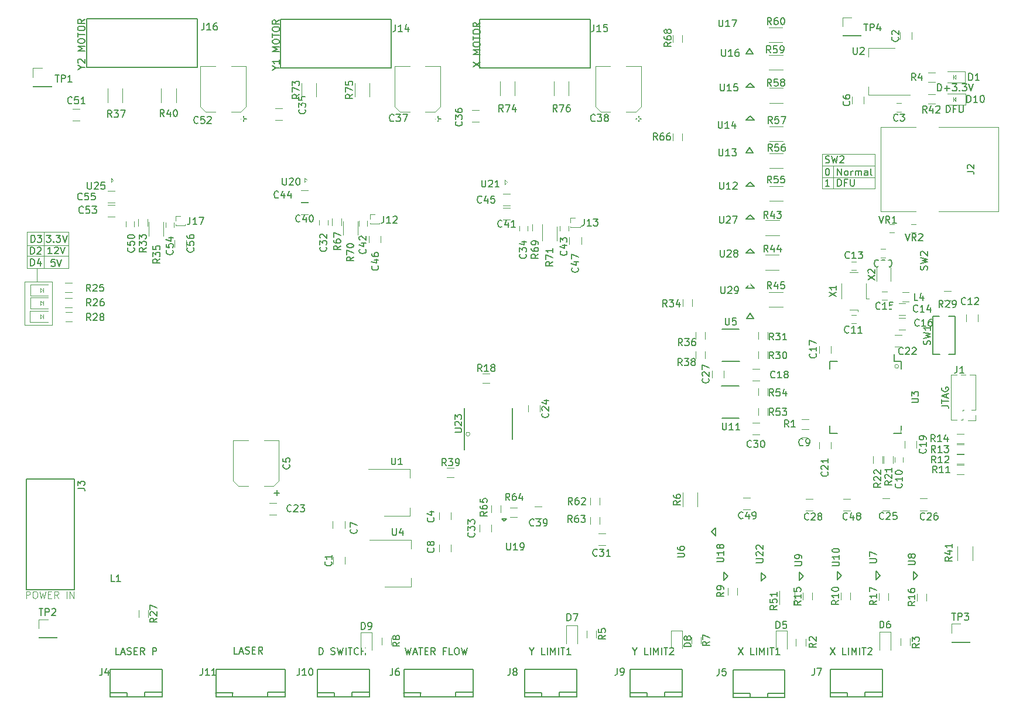
<source format=gto>
G04 #@! TF.FileFunction,Legend,Top*
%FSLAX46Y46*%
G04 Gerber Fmt 4.6, Leading zero omitted, Abs format (unit mm)*
G04 Created by KiCad (PCBNEW 4.0.1-stable) date 2018/05/08 19:42:46*
%MOMM*%
G01*
G04 APERTURE LIST*
%ADD10C,0.150000*%
%ADD11C,0.100000*%
%ADD12C,0.120000*%
%ADD13C,0.400000*%
%ADD14C,1.900000*%
%ADD15R,1.900000X1.900000*%
%ADD16R,2.000000X3.200000*%
%ADD17R,2.000000X1.000000*%
%ADD18R,1.200000X0.800000*%
%ADD19R,1.200000X1.500000*%
%ADD20R,0.250000X1.000000*%
%ADD21R,1.000000X0.250000*%
%ADD22C,1.520000*%
%ADD23C,2.700000*%
%ADD24R,0.900000X1.700000*%
%ADD25R,1.600000X3.500000*%
%ADD26R,3.800000X2.500000*%
%ADD27R,7.900000X2.300000*%
%ADD28R,1.000000X1.250000*%
%ADD29R,0.750000X0.800000*%
%ADD30R,1.250000X1.000000*%
%ADD31R,0.850000X0.850000*%
%ADD32R,0.800000X0.750000*%
%ADD33R,0.500000X0.900000*%
%ADD34R,0.900000X0.500000*%
%ADD35R,1.700000X0.900000*%
%ADD36R,1.000000X2.500000*%
%ADD37R,1.500000X3.000000*%
%ADD38R,2.000000X0.530000*%
%ADD39R,1.200000X0.500000*%
%ADD40R,1.600000X1.000000*%
%ADD41R,0.800000X1.200000*%
%ADD42R,0.450000X1.650000*%
%ADD43R,4.320000X3.000000*%
%ADD44C,3.200000*%
%ADD45R,1.700000X1.700000*%
%ADD46R,1.000000X1.000000*%
%ADD47O,1.000000X1.000000*%
%ADD48C,1.524000*%
%ADD49R,1.524000X1.524000*%
%ADD50R,2.000000X0.800000*%
%ADD51R,0.450000X1.450000*%
%ADD52R,0.800000X0.900000*%
%ADD53R,0.900000X0.800000*%
G04 APERTURE END LIST*
D10*
D11*
X202225000Y-89140000D02*
X201925000Y-88840000D01*
X201925000Y-89440000D02*
X202175000Y-89190000D01*
X201925000Y-88890000D02*
X201925000Y-89440000D01*
X172975000Y-88590000D02*
X172975000Y-89140000D01*
X172975000Y-89140000D02*
X173225000Y-88890000D01*
X173275000Y-88840000D02*
X172975000Y-88540000D01*
X145300000Y-88865000D02*
X145000000Y-88565000D01*
X145000000Y-89165000D02*
X145250000Y-88915000D01*
X145000000Y-88615000D02*
X145000000Y-89165000D01*
X258857843Y-115775000D02*
G75*
G03X258857843Y-115775000I-282843J0D01*
G01*
X132775000Y-99850000D02*
X138775000Y-99850000D01*
X132775000Y-98275000D02*
X138775000Y-98275000D01*
X132800000Y-96300000D02*
X138800000Y-96300000D01*
X132775000Y-101625000D02*
X138800000Y-101625000D01*
X132790000Y-101620000D02*
X132790000Y-96320000D01*
X138790000Y-101620000D02*
X138790000Y-96320000D01*
X249420000Y-86820000D02*
X249420000Y-90070000D01*
X247800000Y-86810000D02*
X255380000Y-86810000D01*
X247800000Y-88460000D02*
X255380000Y-88460000D01*
X255380000Y-85050000D02*
X255380000Y-90070000D01*
X247800000Y-85050000D02*
X255380000Y-85050000D01*
X247800000Y-90070000D02*
X255380000Y-90070000D01*
X247800000Y-85050000D02*
X247800000Y-90070000D01*
D10*
X248270476Y-86304762D02*
X248413333Y-86352381D01*
X248651429Y-86352381D01*
X248746667Y-86304762D01*
X248794286Y-86257143D01*
X248841905Y-86161905D01*
X248841905Y-86066667D01*
X248794286Y-85971429D01*
X248746667Y-85923810D01*
X248651429Y-85876190D01*
X248460952Y-85828571D01*
X248365714Y-85780952D01*
X248318095Y-85733333D01*
X248270476Y-85638095D01*
X248270476Y-85542857D01*
X248318095Y-85447619D01*
X248365714Y-85400000D01*
X248460952Y-85352381D01*
X248699048Y-85352381D01*
X248841905Y-85400000D01*
X249175238Y-85352381D02*
X249413333Y-86352381D01*
X249603810Y-85638095D01*
X249794286Y-86352381D01*
X250032381Y-85352381D01*
X250365714Y-85447619D02*
X250413333Y-85400000D01*
X250508571Y-85352381D01*
X250746667Y-85352381D01*
X250841905Y-85400000D01*
X250889524Y-85447619D01*
X250937143Y-85542857D01*
X250937143Y-85638095D01*
X250889524Y-85780952D01*
X250318095Y-86352381D01*
X250937143Y-86352381D01*
X248498571Y-87157381D02*
X248593810Y-87157381D01*
X248689048Y-87205000D01*
X248736667Y-87252619D01*
X248784286Y-87347857D01*
X248831905Y-87538333D01*
X248831905Y-87776429D01*
X248784286Y-87966905D01*
X248736667Y-88062143D01*
X248689048Y-88109762D01*
X248593810Y-88157381D01*
X248498571Y-88157381D01*
X248403333Y-88109762D01*
X248355714Y-88062143D01*
X248308095Y-87966905D01*
X248260476Y-87776429D01*
X248260476Y-87538333D01*
X248308095Y-87347857D01*
X248355714Y-87252619D01*
X248403333Y-87205000D01*
X248498571Y-87157381D01*
X250022381Y-88157381D02*
X250022381Y-87157381D01*
X250593810Y-88157381D01*
X250593810Y-87157381D01*
X251212857Y-88157381D02*
X251117619Y-88109762D01*
X251070000Y-88062143D01*
X251022381Y-87966905D01*
X251022381Y-87681190D01*
X251070000Y-87585952D01*
X251117619Y-87538333D01*
X251212857Y-87490714D01*
X251355715Y-87490714D01*
X251450953Y-87538333D01*
X251498572Y-87585952D01*
X251546191Y-87681190D01*
X251546191Y-87966905D01*
X251498572Y-88062143D01*
X251450953Y-88109762D01*
X251355715Y-88157381D01*
X251212857Y-88157381D01*
X251974762Y-88157381D02*
X251974762Y-87490714D01*
X251974762Y-87681190D02*
X252022381Y-87585952D01*
X252070000Y-87538333D01*
X252165238Y-87490714D01*
X252260477Y-87490714D01*
X252593810Y-88157381D02*
X252593810Y-87490714D01*
X252593810Y-87585952D02*
X252641429Y-87538333D01*
X252736667Y-87490714D01*
X252879525Y-87490714D01*
X252974763Y-87538333D01*
X253022382Y-87633571D01*
X253022382Y-88157381D01*
X253022382Y-87633571D02*
X253070001Y-87538333D01*
X253165239Y-87490714D01*
X253308096Y-87490714D01*
X253403334Y-87538333D01*
X253450953Y-87633571D01*
X253450953Y-88157381D01*
X254355715Y-88157381D02*
X254355715Y-87633571D01*
X254308096Y-87538333D01*
X254212858Y-87490714D01*
X254022381Y-87490714D01*
X253927143Y-87538333D01*
X254355715Y-88109762D02*
X254260477Y-88157381D01*
X254022381Y-88157381D01*
X253927143Y-88109762D01*
X253879524Y-88014524D01*
X253879524Y-87919286D01*
X253927143Y-87824048D01*
X254022381Y-87776429D01*
X254260477Y-87776429D01*
X254355715Y-87728810D01*
X254974762Y-88157381D02*
X254879524Y-88109762D01*
X254831905Y-88014524D01*
X254831905Y-87157381D01*
X248831905Y-89707381D02*
X248260476Y-89707381D01*
X248546190Y-89707381D02*
X248546190Y-88707381D01*
X248450952Y-88850238D01*
X248355714Y-88945476D01*
X248260476Y-88993095D01*
X250022381Y-89707381D02*
X250022381Y-88707381D01*
X250260476Y-88707381D01*
X250403334Y-88755000D01*
X250498572Y-88850238D01*
X250546191Y-88945476D01*
X250593810Y-89135952D01*
X250593810Y-89278810D01*
X250546191Y-89469286D01*
X250498572Y-89564524D01*
X250403334Y-89659762D01*
X250260476Y-89707381D01*
X250022381Y-89707381D01*
X251355715Y-89183571D02*
X251022381Y-89183571D01*
X251022381Y-89707381D02*
X251022381Y-88707381D01*
X251498572Y-88707381D01*
X251879524Y-88707381D02*
X251879524Y-89516905D01*
X251927143Y-89612143D01*
X251974762Y-89659762D01*
X252070000Y-89707381D01*
X252260477Y-89707381D01*
X252355715Y-89659762D01*
X252403334Y-89612143D01*
X252450953Y-89516905D01*
X252450953Y-88707381D01*
D11*
X135150000Y-108290000D02*
X135150000Y-108890000D01*
X134800000Y-108340000D02*
X134800000Y-108890000D01*
X134800000Y-108890000D02*
X135050000Y-108640000D01*
X135100000Y-108590000D02*
X134800000Y-108290000D01*
X135100000Y-106615000D02*
X134800000Y-106315000D01*
X134800000Y-106915000D02*
X135050000Y-106665000D01*
X134800000Y-106365000D02*
X134800000Y-106915000D01*
X135150000Y-106315000D02*
X135150000Y-106915000D01*
X135150000Y-104465000D02*
X135150000Y-105065000D01*
X134800000Y-104515000D02*
X134800000Y-105065000D01*
X134800000Y-105065000D02*
X135050000Y-104815000D01*
X135100000Y-104765000D02*
X134800000Y-104465000D01*
X266835000Y-77135000D02*
X267135000Y-77435000D01*
X267135000Y-76835000D02*
X266885000Y-77085000D01*
X267135000Y-77385000D02*
X267135000Y-76835000D01*
X266785000Y-77435000D02*
X266785000Y-76835000D01*
X266765000Y-74255000D02*
X266765000Y-73655000D01*
X267115000Y-74205000D02*
X267115000Y-73655000D01*
X196857843Y-125575000D02*
G75*
G03X196857843Y-125575000I-282843J0D01*
G01*
X267115000Y-73655000D02*
X266865000Y-73905000D01*
X266815000Y-73955000D02*
X267115000Y-74255000D01*
D10*
X264475000Y-75952381D02*
X264475000Y-74952381D01*
X264713095Y-74952381D01*
X264855953Y-75000000D01*
X264951191Y-75095238D01*
X264998810Y-75190476D01*
X265046429Y-75380952D01*
X265046429Y-75523810D01*
X264998810Y-75714286D01*
X264951191Y-75809524D01*
X264855953Y-75904762D01*
X264713095Y-75952381D01*
X264475000Y-75952381D01*
X265475000Y-75571429D02*
X266236905Y-75571429D01*
X265855953Y-75952381D02*
X265855953Y-75190476D01*
X266617857Y-74952381D02*
X267236905Y-74952381D01*
X266903571Y-75333333D01*
X267046429Y-75333333D01*
X267141667Y-75380952D01*
X267189286Y-75428571D01*
X267236905Y-75523810D01*
X267236905Y-75761905D01*
X267189286Y-75857143D01*
X267141667Y-75904762D01*
X267046429Y-75952381D01*
X266760714Y-75952381D01*
X266665476Y-75904762D01*
X266617857Y-75857143D01*
X267665476Y-75857143D02*
X267713095Y-75904762D01*
X267665476Y-75952381D01*
X267617857Y-75904762D01*
X267665476Y-75857143D01*
X267665476Y-75952381D01*
X268046428Y-74952381D02*
X268665476Y-74952381D01*
X268332142Y-75333333D01*
X268475000Y-75333333D01*
X268570238Y-75380952D01*
X268617857Y-75428571D01*
X268665476Y-75523810D01*
X268665476Y-75761905D01*
X268617857Y-75857143D01*
X268570238Y-75904762D01*
X268475000Y-75952381D01*
X268189285Y-75952381D01*
X268094047Y-75904762D01*
X268046428Y-75857143D01*
X268951190Y-74952381D02*
X269284523Y-75952381D01*
X269617857Y-74952381D01*
X265735714Y-79052381D02*
X265735714Y-78052381D01*
X265973809Y-78052381D01*
X266116667Y-78100000D01*
X266211905Y-78195238D01*
X266259524Y-78290476D01*
X266307143Y-78480952D01*
X266307143Y-78623810D01*
X266259524Y-78814286D01*
X266211905Y-78909524D01*
X266116667Y-79004762D01*
X265973809Y-79052381D01*
X265735714Y-79052381D01*
X267069048Y-78528571D02*
X266735714Y-78528571D01*
X266735714Y-79052381D02*
X266735714Y-78052381D01*
X267211905Y-78052381D01*
X267592857Y-78052381D02*
X267592857Y-78861905D01*
X267640476Y-78957143D01*
X267688095Y-79004762D01*
X267783333Y-79052381D01*
X267973810Y-79052381D01*
X268069048Y-79004762D01*
X268116667Y-78957143D01*
X268164286Y-78861905D01*
X268164286Y-78052381D01*
D11*
X134240000Y-103570000D02*
X134190000Y-103570000D01*
X134240000Y-101620000D02*
X134240000Y-103570000D01*
X132490000Y-109770000D02*
X132790000Y-109770000D01*
X132490000Y-103570000D02*
X132490000Y-109770000D01*
X136440000Y-103570000D02*
X132490000Y-103570000D01*
X136440000Y-109770000D02*
X136440000Y-103570000D01*
X132790000Y-109770000D02*
X136440000Y-109770000D01*
X135290000Y-101620000D02*
X135290000Y-96320000D01*
D10*
X141460000Y-65530000D02*
X141460000Y-72530000D01*
X141460000Y-72530000D02*
X157460000Y-72530000D01*
X157460000Y-72530000D02*
X157460000Y-65530000D01*
X157460000Y-65530000D02*
X141460000Y-65530000D01*
D12*
X254490000Y-69740000D02*
X254490000Y-71000000D01*
X254490000Y-76560000D02*
X254490000Y-75300000D01*
X258250000Y-69740000D02*
X254490000Y-69740000D01*
X260500000Y-76560000D02*
X254490000Y-76560000D01*
D10*
X237350000Y-103875000D02*
X237950000Y-104475000D01*
X237950000Y-104475000D02*
X236750000Y-104475000D01*
X236750000Y-104475000D02*
X237350000Y-103875000D01*
D12*
X252975000Y-107875000D02*
X252975000Y-107575000D01*
X252975000Y-107575000D02*
X251775000Y-107575000D01*
X251775000Y-102175000D02*
X252975000Y-102175000D01*
X250575000Y-105975000D02*
X250575000Y-103775000D01*
X254175000Y-103775000D02*
X254175000Y-105975000D01*
X254175000Y-105975000D02*
X254575000Y-105975000D01*
D10*
X259225000Y-115075000D02*
X258225000Y-115075000D01*
X259225000Y-125425000D02*
X258150000Y-125425000D01*
X248875000Y-125425000D02*
X249950000Y-125425000D01*
X248875000Y-115075000D02*
X249950000Y-115075000D01*
X259225000Y-115075000D02*
X259225000Y-116150000D01*
X248875000Y-115075000D02*
X248875000Y-116150000D01*
X248875000Y-125425000D02*
X248875000Y-124350000D01*
X259225000Y-125425000D02*
X259225000Y-124350000D01*
X258225000Y-115075000D02*
X258225000Y-114050000D01*
D12*
X264600000Y-93370000D02*
X273240000Y-93370000D01*
X256220000Y-93370000D02*
X261300000Y-93370000D01*
X264600000Y-81170000D02*
X273240000Y-81170000D01*
X256220000Y-81170000D02*
X261300000Y-81170000D01*
X273240000Y-81170000D02*
X273240000Y-93370000D01*
X256220000Y-93370000D02*
X256220000Y-81170000D01*
X242050000Y-68945000D02*
X240050000Y-68945000D01*
X240050000Y-66805000D02*
X242050000Y-66805000D01*
D10*
X237360000Y-79605000D02*
X237960000Y-80205000D01*
X237960000Y-80205000D02*
X236760000Y-80205000D01*
X236760000Y-80205000D02*
X237360000Y-79605000D01*
D12*
X188190000Y-137440000D02*
X188190000Y-136180000D01*
X188190000Y-130620000D02*
X188190000Y-131880000D01*
X184430000Y-137440000D02*
X188190000Y-137440000D01*
X182180000Y-130620000D02*
X188190000Y-130620000D01*
X168490000Y-133100000D02*
X167070000Y-133100000D01*
X169250000Y-126500000D02*
X167070000Y-126500000D01*
X162650000Y-126500000D02*
X164830000Y-126500000D01*
X163410000Y-133100000D02*
X164830000Y-133100000D01*
X169250000Y-126500000D02*
X169250000Y-132340000D01*
X169250000Y-132340000D02*
X168490000Y-133100000D01*
X163410000Y-133100000D02*
X162650000Y-132340000D01*
X162650000Y-132340000D02*
X162650000Y-126500000D01*
X220840000Y-79000000D02*
X219420000Y-79000000D01*
X221600000Y-72400000D02*
X219420000Y-72400000D01*
X215000000Y-72400000D02*
X217180000Y-72400000D01*
X215760000Y-79000000D02*
X217180000Y-79000000D01*
X221600000Y-72400000D02*
X221600000Y-78240000D01*
X221600000Y-78240000D02*
X220840000Y-79000000D01*
X215760000Y-79000000D02*
X215000000Y-78240000D01*
X215000000Y-78240000D02*
X215000000Y-72400000D01*
D10*
X139700000Y-132050000D02*
X132700000Y-132050000D01*
X132700000Y-132050000D02*
X132700000Y-148050000D01*
X132700000Y-148050000D02*
X139700000Y-148050000D01*
X139700000Y-148050000D02*
X139700000Y-132050000D01*
D12*
X237400000Y-134800000D02*
X236400000Y-134800000D01*
X236400000Y-136500000D02*
X237400000Y-136500000D01*
X147100000Y-95550000D02*
X147100000Y-94850000D01*
X148300000Y-94850000D02*
X148300000Y-95550000D01*
X140400000Y-78550000D02*
X139400000Y-78550000D01*
X139400000Y-80250000D02*
X140400000Y-80250000D01*
X163740000Y-79000000D02*
X162320000Y-79000000D01*
X164500000Y-72400000D02*
X162320000Y-72400000D01*
X157900000Y-72400000D02*
X160080000Y-72400000D01*
X158660000Y-79000000D02*
X160080000Y-79000000D01*
X164500000Y-72400000D02*
X164500000Y-78240000D01*
X164500000Y-78240000D02*
X163740000Y-79000000D01*
X158660000Y-79000000D02*
X157900000Y-78240000D01*
X157900000Y-78240000D02*
X157900000Y-72400000D01*
X144478000Y-94138000D02*
X145478000Y-94138000D01*
X145478000Y-92438000D02*
X144478000Y-92438000D01*
X152900000Y-95650000D02*
X152900000Y-94950000D01*
X154100000Y-94950000D02*
X154100000Y-95650000D01*
X145478000Y-90406000D02*
X144478000Y-90406000D01*
X144478000Y-92106000D02*
X145478000Y-92106000D01*
X155850000Y-98500000D02*
X155850000Y-97500000D01*
X154150000Y-97500000D02*
X154150000Y-98500000D01*
X154305000Y-95385000D02*
X155695000Y-95385000D01*
X154305000Y-95385000D02*
X154305000Y-95260000D01*
X155695000Y-95385000D02*
X155695000Y-95260000D01*
X154305000Y-95385000D02*
X154391724Y-95385000D01*
X155608276Y-95385000D02*
X155695000Y-95385000D01*
X154305000Y-94700000D02*
X154305000Y-94015000D01*
X154305000Y-94015000D02*
X155000000Y-94015000D01*
X177100000Y-143350000D02*
X177100000Y-144350000D01*
X178800000Y-144350000D02*
X178800000Y-143350000D01*
X259050000Y-67500000D02*
X259050000Y-68500000D01*
X260750000Y-68500000D02*
X260750000Y-67500000D01*
X192390000Y-136890000D02*
X192390000Y-137890000D01*
X194090000Y-137890000D02*
X194090000Y-136890000D01*
X253800000Y-77800000D02*
X253800000Y-76800000D01*
X252100000Y-76800000D02*
X252100000Y-77800000D01*
X178750000Y-139200000D02*
X178750000Y-138200000D01*
X177050000Y-138200000D02*
X177050000Y-139200000D01*
X192380000Y-141570000D02*
X192380000Y-142570000D01*
X194080000Y-142570000D02*
X194080000Y-141570000D01*
X244850000Y-124850000D02*
X245550000Y-124850000D01*
X245550000Y-126050000D02*
X244850000Y-126050000D01*
X258250000Y-129650000D02*
X258250000Y-128950000D01*
X259450000Y-128950000D02*
X259450000Y-129650000D01*
X252025000Y-108325000D02*
X252725000Y-108325000D01*
X252725000Y-109525000D02*
X252025000Y-109525000D01*
X270300000Y-109250000D02*
X270300000Y-108250000D01*
X268600000Y-108250000D02*
X268600000Y-109250000D01*
X252725000Y-101825000D02*
X252025000Y-101825000D01*
X252025000Y-100625000D02*
X252725000Y-100625000D01*
X258850000Y-108400000D02*
X259850000Y-108400000D01*
X259850000Y-106700000D02*
X258850000Y-106700000D01*
X256450000Y-104980000D02*
X257150000Y-104980000D01*
X257150000Y-106180000D02*
X256450000Y-106180000D01*
X258850000Y-110450000D02*
X259850000Y-110450000D01*
X259850000Y-108750000D02*
X258850000Y-108750000D01*
X247400000Y-112850000D02*
X247400000Y-113850000D01*
X249100000Y-113850000D02*
X249100000Y-112850000D01*
X238750000Y-116150000D02*
X237750000Y-116150000D01*
X237750000Y-117850000D02*
X238750000Y-117850000D01*
X261400000Y-127550000D02*
X261400000Y-126550000D01*
X259700000Y-126550000D02*
X259700000Y-127550000D01*
X256250000Y-98830000D02*
X256950000Y-98830000D01*
X256950000Y-100030000D02*
X256250000Y-100030000D01*
X249100000Y-127700000D02*
X249100000Y-126700000D01*
X247400000Y-126700000D02*
X247400000Y-127700000D01*
X259300000Y-111200000D02*
X258300000Y-111200000D01*
X258300000Y-112900000D02*
X259300000Y-112900000D01*
X168900000Y-135550000D02*
X167900000Y-135550000D01*
X167900000Y-137250000D02*
X168900000Y-137250000D01*
X205320000Y-121360000D02*
X205320000Y-122360000D01*
X207020000Y-122360000D02*
X207020000Y-121360000D01*
X256500000Y-136600000D02*
X257500000Y-136600000D01*
X257500000Y-134900000D02*
X256500000Y-134900000D01*
X261950000Y-136600000D02*
X262950000Y-136600000D01*
X262950000Y-134900000D02*
X261950000Y-134900000D01*
X231850000Y-116400000D02*
X231850000Y-117400000D01*
X233550000Y-117400000D02*
X233550000Y-116400000D01*
X245450000Y-136650000D02*
X246450000Y-136650000D01*
X246450000Y-134950000D02*
X245450000Y-134950000D01*
X238700000Y-123900000D02*
X237700000Y-123900000D01*
X237700000Y-125600000D02*
X238700000Y-125600000D01*
X215450000Y-141650000D02*
X216450000Y-141650000D01*
X216450000Y-139950000D02*
X215450000Y-139950000D01*
X175100000Y-95350000D02*
X175100000Y-94650000D01*
X176300000Y-94650000D02*
X176300000Y-95350000D01*
X199986000Y-139692000D02*
X199986000Y-138692000D01*
X198286000Y-138692000D02*
X198286000Y-139692000D01*
X204000000Y-96150000D02*
X204000000Y-95450000D01*
X205200000Y-95450000D02*
X205200000Y-96150000D01*
X169700000Y-78450000D02*
X168700000Y-78450000D01*
X168700000Y-80150000D02*
X169700000Y-80150000D01*
X198200000Y-78750000D02*
X197200000Y-78750000D01*
X197200000Y-80450000D02*
X198200000Y-80450000D01*
X191840000Y-79000000D02*
X190420000Y-79000000D01*
X192600000Y-72400000D02*
X190420000Y-72400000D01*
X186000000Y-72400000D02*
X188180000Y-72400000D01*
X186760000Y-79000000D02*
X188180000Y-79000000D01*
X192600000Y-72400000D02*
X192600000Y-78240000D01*
X192600000Y-78240000D02*
X191840000Y-79000000D01*
X186760000Y-79000000D02*
X186000000Y-78240000D01*
X186000000Y-78240000D02*
X186000000Y-72400000D01*
X206256000Y-137756000D02*
X207256000Y-137756000D01*
X207256000Y-136056000D02*
X206256000Y-136056000D01*
X172446000Y-93792000D02*
X173446000Y-93792000D01*
X173446000Y-92092000D02*
X172446000Y-92092000D01*
X201662000Y-94546000D02*
X202662000Y-94546000D01*
X202662000Y-92846000D02*
X201662000Y-92846000D01*
X180800000Y-95450000D02*
X180800000Y-94750000D01*
X182000000Y-94750000D02*
X182000000Y-95450000D01*
X209900000Y-96150000D02*
X209900000Y-95450000D01*
X211100000Y-95450000D02*
X211100000Y-96150000D01*
X173446000Y-90314000D02*
X172446000Y-90314000D01*
X172446000Y-92014000D02*
X173446000Y-92014000D01*
X202662000Y-90814000D02*
X201662000Y-90814000D01*
X201662000Y-92514000D02*
X202662000Y-92514000D01*
X183950000Y-97900000D02*
X183950000Y-96900000D01*
X182250000Y-96900000D02*
X182250000Y-97900000D01*
X212950000Y-98100000D02*
X212950000Y-97100000D01*
X211250000Y-97100000D02*
X211250000Y-98100000D01*
X250850000Y-136650000D02*
X251850000Y-136650000D01*
X251850000Y-134950000D02*
X250850000Y-134950000D01*
X182405000Y-95185000D02*
X183795000Y-95185000D01*
X182405000Y-95185000D02*
X182405000Y-95060000D01*
X183795000Y-95185000D02*
X183795000Y-95060000D01*
X182405000Y-95185000D02*
X182491724Y-95185000D01*
X183708276Y-95185000D02*
X183795000Y-95185000D01*
X182405000Y-94500000D02*
X182405000Y-93815000D01*
X182405000Y-93815000D02*
X183100000Y-93815000D01*
X211405000Y-95685000D02*
X212795000Y-95685000D01*
X211405000Y-95685000D02*
X211405000Y-95560000D01*
X212795000Y-95685000D02*
X212795000Y-95560000D01*
X211405000Y-95685000D02*
X211491724Y-95685000D01*
X212708276Y-95685000D02*
X212795000Y-95685000D01*
X211405000Y-95000000D02*
X211405000Y-94315000D01*
X211405000Y-94315000D02*
X212100000Y-94315000D01*
X260350000Y-106380000D02*
X259350000Y-106380000D01*
X259350000Y-105020000D02*
X260350000Y-105020000D01*
X244850000Y-123470000D02*
X245850000Y-123470000D01*
X245850000Y-124830000D02*
X244850000Y-124830000D01*
X245380000Y-155200000D02*
X245380000Y-156200000D01*
X244020000Y-156200000D02*
X244020000Y-155200000D01*
X260480000Y-155100000D02*
X260480000Y-156100000D01*
X259120000Y-156100000D02*
X259120000Y-155100000D01*
X213720000Y-155000000D02*
X213720000Y-154000000D01*
X215080000Y-154000000D02*
X215080000Y-155000000D01*
X229770000Y-134050000D02*
X229770000Y-136050000D01*
X227630000Y-136050000D02*
X227630000Y-134050000D01*
X228920000Y-155900000D02*
X228920000Y-154900000D01*
X230280000Y-154900000D02*
X230280000Y-155900000D01*
X184120000Y-156000000D02*
X184120000Y-155000000D01*
X185480000Y-155000000D02*
X185480000Y-156000000D01*
X267250000Y-130040000D02*
X268250000Y-130040000D01*
X268250000Y-131400000D02*
X267250000Y-131400000D01*
X267250000Y-128540000D02*
X268250000Y-128540000D01*
X268250000Y-129900000D02*
X267250000Y-129900000D01*
X267250000Y-127040000D02*
X268250000Y-127040000D01*
X268250000Y-128400000D02*
X267250000Y-128400000D01*
X267250000Y-125540000D02*
X268250000Y-125540000D01*
X268250000Y-126900000D02*
X267250000Y-126900000D01*
X258030000Y-128750000D02*
X258030000Y-129750000D01*
X256670000Y-129750000D02*
X256670000Y-128750000D01*
X256480000Y-128750000D02*
X256480000Y-129750000D01*
X255120000Y-129750000D02*
X255120000Y-128750000D01*
X139340000Y-107300000D02*
X138340000Y-107300000D01*
X138340000Y-105940000D02*
X139340000Y-105940000D01*
X138340000Y-103690000D02*
X139340000Y-103690000D01*
X139340000Y-105050000D02*
X138340000Y-105050000D01*
X149020000Y-152050000D02*
X149020000Y-151050000D01*
X150380000Y-151050000D02*
X150380000Y-152050000D01*
X265400000Y-104920000D02*
X266400000Y-104920000D01*
X266400000Y-106280000D02*
X265400000Y-106280000D01*
X239930000Y-113600000D02*
X239930000Y-114600000D01*
X238570000Y-114600000D02*
X238570000Y-113600000D01*
X238520000Y-111850000D02*
X238520000Y-110850000D01*
X239880000Y-110850000D02*
X239880000Y-111850000D01*
X150280000Y-94500000D02*
X150280000Y-95500000D01*
X148920000Y-95500000D02*
X148920000Y-94500000D01*
X227620000Y-107100000D02*
X227620000Y-106100000D01*
X228980000Y-106100000D02*
X228980000Y-107100000D01*
X146620000Y-75600000D02*
X146620000Y-77600000D01*
X144480000Y-77600000D02*
X144480000Y-75600000D01*
X194560000Y-131820000D02*
X193560000Y-131820000D01*
X193560000Y-130460000D02*
X194560000Y-130460000D01*
X154370000Y-75600000D02*
X154370000Y-77600000D01*
X152230000Y-77600000D02*
X152230000Y-75600000D01*
X267380000Y-143800000D02*
X267380000Y-141800000D01*
X269520000Y-141800000D02*
X269520000Y-143800000D01*
X243770000Y-148200000D02*
X243770000Y-150200000D01*
X241630000Y-150200000D02*
X241630000Y-148200000D01*
X239930000Y-121800000D02*
X239930000Y-122800000D01*
X238570000Y-122800000D02*
X238570000Y-121800000D01*
X238570000Y-119950000D02*
X238570000Y-118950000D01*
X239930000Y-118950000D02*
X239930000Y-119950000D01*
X242150000Y-91845000D02*
X240150000Y-91845000D01*
X240150000Y-89705000D02*
X242150000Y-89705000D01*
X242150000Y-87145000D02*
X240150000Y-87145000D01*
X240150000Y-85005000D02*
X242150000Y-85005000D01*
X242150000Y-83245000D02*
X240150000Y-83245000D01*
X240150000Y-81105000D02*
X242150000Y-81105000D01*
X242150000Y-77670000D02*
X240150000Y-77670000D01*
X240150000Y-75530000D02*
X242150000Y-75530000D01*
X242100000Y-72870000D02*
X240100000Y-72870000D01*
X240100000Y-70730000D02*
X242100000Y-70730000D01*
X214220000Y-135800000D02*
X214220000Y-134800000D01*
X215580000Y-134800000D02*
X215580000Y-135800000D01*
X215580000Y-137600000D02*
X215580000Y-138600000D01*
X214220000Y-138600000D02*
X214220000Y-137600000D01*
X203700000Y-137586000D02*
X202700000Y-137586000D01*
X202700000Y-136226000D02*
X203700000Y-136226000D01*
X226220000Y-83100000D02*
X226220000Y-82100000D01*
X227580000Y-82100000D02*
X227580000Y-83100000D01*
X178280000Y-94400000D02*
X178280000Y-95400000D01*
X176920000Y-95400000D02*
X176920000Y-94400000D01*
X226220000Y-68900000D02*
X226220000Y-67900000D01*
X227580000Y-67900000D02*
X227580000Y-68900000D01*
X207280000Y-95200000D02*
X207280000Y-96200000D01*
X205920000Y-96200000D02*
X205920000Y-95200000D01*
X178530000Y-96800000D02*
X178530000Y-94800000D01*
X180670000Y-94800000D02*
X180670000Y-96800000D01*
X207330000Y-97600000D02*
X207330000Y-95600000D01*
X209470000Y-95600000D02*
X209470000Y-97600000D01*
X174670000Y-74800000D02*
X174670000Y-76800000D01*
X172530000Y-76800000D02*
X172530000Y-74800000D01*
X203370000Y-74600000D02*
X203370000Y-76600000D01*
X201230000Y-76600000D02*
X201230000Y-74600000D01*
X182370000Y-74800000D02*
X182370000Y-76800000D01*
X180230000Y-76800000D02*
X180230000Y-74800000D01*
X211170000Y-74600000D02*
X211170000Y-76600000D01*
X209030000Y-76600000D02*
X209030000Y-74600000D01*
D10*
X266050000Y-114050000D02*
X267000000Y-114050000D01*
X267000000Y-114050000D02*
X267000000Y-108550000D01*
X267000000Y-108550000D02*
X266100000Y-108550000D01*
X264800000Y-114050000D02*
X263800000Y-114050000D01*
X263800000Y-114050000D02*
X263800000Y-108550000D01*
X263800000Y-108550000D02*
X264750000Y-108550000D01*
X233240000Y-118590000D02*
X235730000Y-118600000D01*
X233290000Y-123250000D02*
X235780000Y-123260000D01*
X201878000Y-138114000D02*
X202178000Y-137834000D01*
X202178000Y-137834000D02*
X201478000Y-137834000D01*
X201478000Y-137834000D02*
X201818000Y-138164000D01*
D12*
X260650000Y-95250000D02*
X261350000Y-95250000D01*
X261350000Y-96450000D02*
X260650000Y-96450000D01*
X258200000Y-96400000D02*
X257500000Y-96400000D01*
X257500000Y-95200000D02*
X258200000Y-95200000D01*
X255680000Y-101480000D02*
X255680000Y-103480000D01*
X257720000Y-103480000D02*
X257720000Y-101480000D01*
D10*
X233290000Y-110415000D02*
X235780000Y-110425000D01*
X233340000Y-115075000D02*
X235830000Y-115085000D01*
X169460000Y-65630000D02*
X169460000Y-72630000D01*
X169460000Y-72630000D02*
X185460000Y-72630000D01*
X185460000Y-72630000D02*
X185460000Y-65630000D01*
X185460000Y-65630000D02*
X169460000Y-65630000D01*
X198300000Y-65600000D02*
X198300000Y-72600000D01*
X198300000Y-72600000D02*
X214300000Y-72600000D01*
X214300000Y-72600000D02*
X214300000Y-65600000D01*
X214300000Y-65600000D02*
X198300000Y-65600000D01*
X231750000Y-139700000D02*
X232350000Y-139100000D01*
X232350000Y-139100000D02*
X232350000Y-140300000D01*
X232350000Y-140300000D02*
X231750000Y-139700000D01*
X237360000Y-93855000D02*
X237960000Y-94455000D01*
X237960000Y-94455000D02*
X236760000Y-94455000D01*
X236760000Y-94455000D02*
X237360000Y-93855000D01*
X237360000Y-89105000D02*
X237960000Y-89705000D01*
X237960000Y-89705000D02*
X236760000Y-89705000D01*
X236760000Y-89705000D02*
X237360000Y-89105000D01*
X237360000Y-74855000D02*
X237960000Y-75455000D01*
X237960000Y-75455000D02*
X236760000Y-75455000D01*
X236760000Y-75455000D02*
X237360000Y-74855000D01*
X234150000Y-146100000D02*
X233550000Y-146700000D01*
X233550000Y-146700000D02*
X233550000Y-145500000D01*
X233550000Y-145500000D02*
X234150000Y-146100000D01*
D12*
X150430000Y-96900000D02*
X150430000Y-94900000D01*
X152570000Y-94900000D02*
X152570000Y-96900000D01*
X188330000Y-147660000D02*
X188330000Y-146400000D01*
X188330000Y-140840000D02*
X188330000Y-142100000D01*
X184570000Y-147660000D02*
X188330000Y-147660000D01*
X182320000Y-140840000D02*
X188330000Y-140840000D01*
X263100000Y-76470000D02*
X264100000Y-76470000D01*
X264100000Y-77830000D02*
X263100000Y-77830000D01*
D10*
X256175000Y-146000000D02*
X255575000Y-146600000D01*
X255575000Y-146600000D02*
X255575000Y-145400000D01*
X255575000Y-145400000D02*
X256175000Y-146000000D01*
X261625000Y-146050000D02*
X261025000Y-146650000D01*
X261025000Y-146650000D02*
X261025000Y-145450000D01*
X261025000Y-145450000D02*
X261625000Y-146050000D01*
X245100000Y-146125000D02*
X244500000Y-146725000D01*
X244500000Y-146725000D02*
X244500000Y-145525000D01*
X244500000Y-145525000D02*
X245100000Y-146125000D01*
X250625000Y-146025000D02*
X250025000Y-146625000D01*
X250025000Y-146625000D02*
X250025000Y-145425000D01*
X250025000Y-145425000D02*
X250625000Y-146025000D01*
X239625000Y-146175000D02*
X239025000Y-146775000D01*
X239025000Y-146775000D02*
X239025000Y-145575000D01*
X239025000Y-145575000D02*
X239625000Y-146175000D01*
D12*
X263100000Y-73270000D02*
X264100000Y-73270000D01*
X264100000Y-74630000D02*
X263100000Y-74630000D01*
X139365000Y-109300000D02*
X138365000Y-109300000D01*
X138365000Y-107940000D02*
X139365000Y-107940000D01*
X201340000Y-135898000D02*
X201340000Y-136898000D01*
X199980000Y-136898000D02*
X199980000Y-135898000D01*
X235480000Y-147850000D02*
X235480000Y-148850000D01*
X234120000Y-148850000D02*
X234120000Y-147850000D01*
X251855000Y-148475000D02*
X251855000Y-149475000D01*
X250495000Y-149475000D02*
X250495000Y-148475000D01*
X246380000Y-148525000D02*
X246380000Y-149525000D01*
X245020000Y-149525000D02*
X245020000Y-148525000D01*
X262880000Y-148650000D02*
X262880000Y-149650000D01*
X261520000Y-149650000D02*
X261520000Y-148650000D01*
X257380000Y-148600000D02*
X257380000Y-149600000D01*
X256020000Y-149600000D02*
X256020000Y-148600000D01*
X229520000Y-111800000D02*
X229520000Y-110800000D01*
X230880000Y-110800000D02*
X230880000Y-111800000D01*
X230880000Y-113600000D02*
X230880000Y-114600000D01*
X229520000Y-114600000D02*
X229520000Y-113600000D01*
X133670000Y-75330000D02*
X136330000Y-75330000D01*
X133670000Y-75270000D02*
X133670000Y-75330000D01*
X136330000Y-75270000D02*
X136330000Y-75330000D01*
X133670000Y-75270000D02*
X136330000Y-75270000D01*
X133670000Y-74000000D02*
X133670000Y-72670000D01*
X133670000Y-72670000D02*
X135000000Y-72670000D01*
X134495000Y-155005000D02*
X137155000Y-155005000D01*
X134495000Y-154945000D02*
X134495000Y-155005000D01*
X137155000Y-154945000D02*
X137155000Y-155005000D01*
X134495000Y-154945000D02*
X137155000Y-154945000D01*
X134495000Y-153675000D02*
X134495000Y-152345000D01*
X134495000Y-152345000D02*
X135825000Y-152345000D01*
X266470000Y-155680000D02*
X269130000Y-155680000D01*
X266470000Y-155620000D02*
X266470000Y-155680000D01*
X269130000Y-155620000D02*
X269130000Y-155680000D01*
X266470000Y-155620000D02*
X269130000Y-155620000D01*
X266470000Y-154350000D02*
X266470000Y-153020000D01*
X266470000Y-153020000D02*
X267800000Y-153020000D01*
X250720000Y-67980000D02*
X253380000Y-67980000D01*
X250720000Y-67920000D02*
X250720000Y-67980000D01*
X253380000Y-67920000D02*
X253380000Y-67980000D01*
X250720000Y-67920000D02*
X253380000Y-67920000D01*
X250720000Y-66650000D02*
X250720000Y-65320000D01*
X250720000Y-65320000D02*
X252050000Y-65320000D01*
X269980000Y-117025000D02*
X269157530Y-117025000D01*
X267272470Y-117025000D02*
X266450000Y-117025000D01*
X268542470Y-117025000D02*
X267887530Y-117025000D01*
X269980000Y-122040000D02*
X269980000Y-117025000D01*
X266450000Y-123495000D02*
X266450000Y-117025000D01*
X269980000Y-122040000D02*
X269413471Y-122040000D01*
X268286529Y-122040000D02*
X268143471Y-122040000D01*
X268090000Y-122093471D02*
X268090000Y-122236529D01*
X268090000Y-123363471D02*
X268090000Y-123495000D01*
X268090000Y-123495000D02*
X267887530Y-123495000D01*
X267272470Y-123495000D02*
X266450000Y-123495000D01*
X269980000Y-122800000D02*
X269980000Y-123560000D01*
X269980000Y-123560000D02*
X268850000Y-123560000D01*
D10*
X189798000Y-163544000D02*
X187298000Y-163544000D01*
X189798000Y-159544000D02*
X187298000Y-159544000D01*
X189739900Y-162941000D02*
X189739900Y-163525200D01*
X194792600Y-162915600D02*
X194792600Y-163525200D01*
X194779900Y-162915600D02*
X197256400Y-162915600D01*
X187276100Y-162941000D02*
X189752600Y-162941000D01*
X191048000Y-163544000D02*
X196048000Y-163544000D01*
X189798000Y-163544000D02*
X197298000Y-163544000D01*
X197298000Y-163544000D02*
X197298000Y-159544000D01*
X197298000Y-159544000D02*
X189798000Y-159544000D01*
X187298000Y-159544000D02*
X187298000Y-163544000D01*
X162620000Y-163544000D02*
X160120000Y-163544000D01*
X162620000Y-159544000D02*
X160120000Y-159544000D01*
X162561900Y-162941000D02*
X162561900Y-163525200D01*
X167614600Y-162915600D02*
X167614600Y-163525200D01*
X167601900Y-162915600D02*
X170078400Y-162915600D01*
X160098100Y-162941000D02*
X162574600Y-162941000D01*
X163870000Y-163544000D02*
X168870000Y-163544000D01*
X162620000Y-163544000D02*
X170120000Y-163544000D01*
X170120000Y-163544000D02*
X170120000Y-159544000D01*
X170120000Y-159544000D02*
X162620000Y-159544000D01*
X160120000Y-159544000D02*
X160120000Y-163544000D01*
X177253900Y-162941000D02*
X177253900Y-163525200D01*
X179806600Y-162915600D02*
X179806600Y-163525200D01*
X179793900Y-162915600D02*
X182270400Y-162915600D01*
X174790100Y-162941000D02*
X177266600Y-162941000D01*
X176062000Y-163544000D02*
X181062000Y-163544000D01*
X174812000Y-163544000D02*
X182312000Y-163544000D01*
X182312000Y-163544000D02*
X182312000Y-159544000D01*
X182312000Y-159544000D02*
X174812000Y-159544000D01*
X174812000Y-159544000D02*
X174812000Y-163544000D01*
X222465900Y-162941000D02*
X222465900Y-163525200D01*
X225018600Y-162915600D02*
X225018600Y-163525200D01*
X225005900Y-162915600D02*
X227482400Y-162915600D01*
X220002100Y-162941000D02*
X222478600Y-162941000D01*
X221274000Y-163544000D02*
X226274000Y-163544000D01*
X220024000Y-163544000D02*
X227524000Y-163544000D01*
X227524000Y-163544000D02*
X227524000Y-159544000D01*
X227524000Y-159544000D02*
X220024000Y-159544000D01*
X220024000Y-159544000D02*
X220024000Y-163544000D01*
X207225900Y-162941000D02*
X207225900Y-163525200D01*
X209778600Y-162915600D02*
X209778600Y-163525200D01*
X209765900Y-162915600D02*
X212242400Y-162915600D01*
X204762100Y-162941000D02*
X207238600Y-162941000D01*
X206034000Y-163544000D02*
X211034000Y-163544000D01*
X204784000Y-163544000D02*
X212284000Y-163544000D01*
X212284000Y-163544000D02*
X212284000Y-159544000D01*
X212284000Y-159544000D02*
X204784000Y-159544000D01*
X204784000Y-159544000D02*
X204784000Y-163544000D01*
X237351900Y-163047000D02*
X237351900Y-163631200D01*
X239904600Y-163021600D02*
X239904600Y-163631200D01*
X239891900Y-163021600D02*
X242368400Y-163021600D01*
X234888100Y-163047000D02*
X237364600Y-163047000D01*
X236160000Y-163650000D02*
X241160000Y-163650000D01*
X234910000Y-163650000D02*
X242410000Y-163650000D01*
X242410000Y-163650000D02*
X242410000Y-159650000D01*
X242410000Y-159650000D02*
X234910000Y-159650000D01*
X234910000Y-159650000D02*
X234910000Y-163650000D01*
X147281900Y-162941000D02*
X147281900Y-163525200D01*
X149834600Y-162915600D02*
X149834600Y-163525200D01*
X149821900Y-162915600D02*
X152298400Y-162915600D01*
X144818100Y-162941000D02*
X147294600Y-162941000D01*
X146090000Y-163544000D02*
X151090000Y-163544000D01*
X144840000Y-163544000D02*
X152340000Y-163544000D01*
X152340000Y-163544000D02*
X152340000Y-159544000D01*
X152340000Y-159544000D02*
X144840000Y-159544000D01*
X144840000Y-159544000D02*
X144840000Y-163544000D01*
X251421900Y-162941000D02*
X251421900Y-163525200D01*
X253974600Y-162915600D02*
X253974600Y-163525200D01*
X253961900Y-162915600D02*
X256438400Y-162915600D01*
X248958100Y-162941000D02*
X251434600Y-162941000D01*
X250230000Y-163544000D02*
X255230000Y-163544000D01*
X248980000Y-163544000D02*
X256480000Y-163544000D01*
X256480000Y-163544000D02*
X256480000Y-159544000D01*
X256480000Y-159544000D02*
X248980000Y-159544000D01*
X248980000Y-159544000D02*
X248980000Y-163544000D01*
D12*
X241600000Y-96820000D02*
X239600000Y-96820000D01*
X239600000Y-94680000D02*
X241600000Y-94680000D01*
X241550000Y-101820000D02*
X239550000Y-101820000D01*
X239550000Y-99680000D02*
X241550000Y-99680000D01*
X242100000Y-107170000D02*
X240100000Y-107170000D01*
X240100000Y-105030000D02*
X242100000Y-105030000D01*
D10*
X237350000Y-98775000D02*
X237950000Y-99375000D01*
X237950000Y-99375000D02*
X236750000Y-99375000D01*
X236750000Y-99375000D02*
X237350000Y-98775000D01*
X237800000Y-84875000D02*
X236800000Y-84875000D01*
X236800000Y-84875000D02*
X237300000Y-84125000D01*
X237300000Y-84125000D02*
X237800000Y-84875000D01*
X237825000Y-70600000D02*
X236825000Y-70600000D01*
X236825000Y-70600000D02*
X237325000Y-69850000D01*
X237325000Y-69850000D02*
X237825000Y-70600000D01*
X237900000Y-108875000D02*
X236900000Y-108875000D01*
X236900000Y-108875000D02*
X237400000Y-108125000D01*
X237400000Y-108125000D02*
X237900000Y-108875000D01*
D12*
X199720000Y-118180000D02*
X198720000Y-118180000D01*
X198720000Y-116820000D02*
X199720000Y-116820000D01*
D10*
X202970000Y-126295000D02*
X202970000Y-121845000D01*
X196070000Y-127820000D02*
X196070000Y-121845000D01*
D12*
X258550000Y-77750000D02*
X259250000Y-77750000D01*
X259250000Y-78950000D02*
X258550000Y-78950000D01*
X268525000Y-77925000D02*
X268525000Y-76325000D01*
X268525000Y-76325000D02*
X265925000Y-76325000D01*
X268525000Y-77925000D02*
X265925000Y-77925000D01*
X268475000Y-74725000D02*
X268475000Y-73125000D01*
X268475000Y-73125000D02*
X265875000Y-73125000D01*
X268475000Y-74725000D02*
X265875000Y-74725000D01*
X133300000Y-105800000D02*
X133300000Y-107400000D01*
X133300000Y-107400000D02*
X135900000Y-107400000D01*
X133300000Y-105800000D02*
X135900000Y-105800000D01*
X133300000Y-103925000D02*
X133300000Y-105525000D01*
X133300000Y-105525000D02*
X135900000Y-105525000D01*
X133300000Y-103925000D02*
X135900000Y-103925000D01*
X133275000Y-107775000D02*
X133275000Y-109375000D01*
X133275000Y-109375000D02*
X135875000Y-109375000D01*
X133275000Y-107775000D02*
X135875000Y-107775000D01*
X242700000Y-154000000D02*
X241100000Y-154000000D01*
X241100000Y-154000000D02*
X241100000Y-156600000D01*
X242700000Y-154000000D02*
X242700000Y-156600000D01*
X257725000Y-154200000D02*
X256125000Y-154200000D01*
X256125000Y-154200000D02*
X256125000Y-156800000D01*
X257725000Y-154200000D02*
X257725000Y-156800000D01*
X212400000Y-153225000D02*
X210800000Y-153225000D01*
X210800000Y-153225000D02*
X210800000Y-155825000D01*
X212400000Y-153225000D02*
X212400000Y-155825000D01*
X227575000Y-153975000D02*
X225975000Y-153975000D01*
X225975000Y-153975000D02*
X225975000Y-156575000D01*
X227575000Y-153975000D02*
X227575000Y-156575000D01*
X182700000Y-154225000D02*
X181100000Y-154225000D01*
X181100000Y-154225000D02*
X181100000Y-156825000D01*
X182700000Y-154225000D02*
X182700000Y-156825000D01*
D10*
X158390477Y-66152381D02*
X158390477Y-66866667D01*
X158342857Y-67009524D01*
X158247619Y-67104762D01*
X158104762Y-67152381D01*
X158009524Y-67152381D01*
X159390477Y-67152381D02*
X158819048Y-67152381D01*
X159104762Y-67152381D02*
X159104762Y-66152381D01*
X159009524Y-66295238D01*
X158914286Y-66390476D01*
X158819048Y-66438095D01*
X160247620Y-66152381D02*
X160057143Y-66152381D01*
X159961905Y-66200000D01*
X159914286Y-66247619D01*
X159819048Y-66390476D01*
X159771429Y-66580952D01*
X159771429Y-66961905D01*
X159819048Y-67057143D01*
X159866667Y-67104762D01*
X159961905Y-67152381D01*
X160152382Y-67152381D01*
X160247620Y-67104762D01*
X160295239Y-67057143D01*
X160342858Y-66961905D01*
X160342858Y-66723810D01*
X160295239Y-66628571D01*
X160247620Y-66580952D01*
X160152382Y-66533333D01*
X159961905Y-66533333D01*
X159866667Y-66580952D01*
X159819048Y-66628571D01*
X159771429Y-66723810D01*
X140690190Y-72535143D02*
X141166381Y-72535143D01*
X140166381Y-72868476D02*
X140690190Y-72535143D01*
X140166381Y-72201809D01*
X140261619Y-71916095D02*
X140214000Y-71868476D01*
X140166381Y-71773238D01*
X140166381Y-71535142D01*
X140214000Y-71439904D01*
X140261619Y-71392285D01*
X140356857Y-71344666D01*
X140452095Y-71344666D01*
X140594952Y-71392285D01*
X141166381Y-71963714D01*
X141166381Y-71344666D01*
X141166381Y-70154190D02*
X140166381Y-70154190D01*
X140880667Y-69820856D01*
X140166381Y-69487523D01*
X141166381Y-69487523D01*
X140166381Y-68820857D02*
X140166381Y-68630380D01*
X140214000Y-68535142D01*
X140309238Y-68439904D01*
X140499714Y-68392285D01*
X140833048Y-68392285D01*
X141023524Y-68439904D01*
X141118762Y-68535142D01*
X141166381Y-68630380D01*
X141166381Y-68820857D01*
X141118762Y-68916095D01*
X141023524Y-69011333D01*
X140833048Y-69058952D01*
X140499714Y-69058952D01*
X140309238Y-69011333D01*
X140214000Y-68916095D01*
X140166381Y-68820857D01*
X140166381Y-68106571D02*
X140166381Y-67535142D01*
X141166381Y-67820857D02*
X140166381Y-67820857D01*
X140166381Y-67011333D02*
X140166381Y-66820856D01*
X140214000Y-66725618D01*
X140309238Y-66630380D01*
X140499714Y-66582761D01*
X140833048Y-66582761D01*
X141023524Y-66630380D01*
X141118762Y-66725618D01*
X141166381Y-66820856D01*
X141166381Y-67011333D01*
X141118762Y-67106571D01*
X141023524Y-67201809D01*
X140833048Y-67249428D01*
X140499714Y-67249428D01*
X140309238Y-67201809D01*
X140214000Y-67106571D01*
X140166381Y-67011333D01*
X141166381Y-65582761D02*
X140690190Y-65916095D01*
X141166381Y-66154190D02*
X140166381Y-66154190D01*
X140166381Y-65773237D01*
X140214000Y-65677999D01*
X140261619Y-65630380D01*
X140356857Y-65582761D01*
X140499714Y-65582761D01*
X140594952Y-65630380D01*
X140642571Y-65677999D01*
X140690190Y-65773237D01*
X140690190Y-66154190D01*
X252288095Y-69652381D02*
X252288095Y-70461905D01*
X252335714Y-70557143D01*
X252383333Y-70604762D01*
X252478571Y-70652381D01*
X252669048Y-70652381D01*
X252764286Y-70604762D01*
X252811905Y-70557143D01*
X252859524Y-70461905D01*
X252859524Y-69652381D01*
X253288095Y-69747619D02*
X253335714Y-69700000D01*
X253430952Y-69652381D01*
X253669048Y-69652381D01*
X253764286Y-69700000D01*
X253811905Y-69747619D01*
X253859524Y-69842857D01*
X253859524Y-69938095D01*
X253811905Y-70080952D01*
X253240476Y-70652381D01*
X253859524Y-70652381D01*
X233061905Y-98952381D02*
X233061905Y-99761905D01*
X233109524Y-99857143D01*
X233157143Y-99904762D01*
X233252381Y-99952381D01*
X233442858Y-99952381D01*
X233538096Y-99904762D01*
X233585715Y-99857143D01*
X233633334Y-99761905D01*
X233633334Y-98952381D01*
X234061905Y-99047619D02*
X234109524Y-99000000D01*
X234204762Y-98952381D01*
X234442858Y-98952381D01*
X234538096Y-99000000D01*
X234585715Y-99047619D01*
X234633334Y-99142857D01*
X234633334Y-99238095D01*
X234585715Y-99380952D01*
X234014286Y-99952381D01*
X234633334Y-99952381D01*
X235204762Y-99380952D02*
X235109524Y-99333333D01*
X235061905Y-99285714D01*
X235014286Y-99190476D01*
X235014286Y-99142857D01*
X235061905Y-99047619D01*
X235109524Y-99000000D01*
X235204762Y-98952381D01*
X235395239Y-98952381D01*
X235490477Y-99000000D01*
X235538096Y-99047619D01*
X235585715Y-99142857D01*
X235585715Y-99190476D01*
X235538096Y-99285714D01*
X235490477Y-99333333D01*
X235395239Y-99380952D01*
X235204762Y-99380952D01*
X235109524Y-99428571D01*
X235061905Y-99476190D01*
X235014286Y-99571429D01*
X235014286Y-99761905D01*
X235061905Y-99857143D01*
X235109524Y-99904762D01*
X235204762Y-99952381D01*
X235395239Y-99952381D01*
X235490477Y-99904762D01*
X235538096Y-99857143D01*
X235585715Y-99761905D01*
X235585715Y-99571429D01*
X235538096Y-99476190D01*
X235490477Y-99428571D01*
X235395239Y-99380952D01*
X248827381Y-105684524D02*
X249827381Y-105017857D01*
X248827381Y-105017857D02*
X249827381Y-105684524D01*
X249827381Y-104113095D02*
X249827381Y-104684524D01*
X249827381Y-104398810D02*
X248827381Y-104398810D01*
X248970238Y-104494048D01*
X249065476Y-104589286D01*
X249113095Y-104684524D01*
X260702381Y-121011905D02*
X261511905Y-121011905D01*
X261607143Y-120964286D01*
X261654762Y-120916667D01*
X261702381Y-120821429D01*
X261702381Y-120630952D01*
X261654762Y-120535714D01*
X261607143Y-120488095D01*
X261511905Y-120440476D01*
X260702381Y-120440476D01*
X260702381Y-120059524D02*
X260702381Y-119440476D01*
X261083333Y-119773810D01*
X261083333Y-119630952D01*
X261130952Y-119535714D01*
X261178571Y-119488095D01*
X261273810Y-119440476D01*
X261511905Y-119440476D01*
X261607143Y-119488095D01*
X261654762Y-119535714D01*
X261702381Y-119630952D01*
X261702381Y-119916667D01*
X261654762Y-120011905D01*
X261607143Y-120059524D01*
X268752381Y-87603333D02*
X269466667Y-87603333D01*
X269609524Y-87650953D01*
X269704762Y-87746191D01*
X269752381Y-87889048D01*
X269752381Y-87984286D01*
X268847619Y-87174762D02*
X268800000Y-87127143D01*
X268752381Y-87031905D01*
X268752381Y-86793809D01*
X268800000Y-86698571D01*
X268847619Y-86650952D01*
X268942857Y-86603333D01*
X269038095Y-86603333D01*
X269180952Y-86650952D01*
X269752381Y-87222381D01*
X269752381Y-86603333D01*
X240457143Y-66352381D02*
X240123809Y-65876190D01*
X239885714Y-66352381D02*
X239885714Y-65352381D01*
X240266667Y-65352381D01*
X240361905Y-65400000D01*
X240409524Y-65447619D01*
X240457143Y-65542857D01*
X240457143Y-65685714D01*
X240409524Y-65780952D01*
X240361905Y-65828571D01*
X240266667Y-65876190D01*
X239885714Y-65876190D01*
X241314286Y-65352381D02*
X241123809Y-65352381D01*
X241028571Y-65400000D01*
X240980952Y-65447619D01*
X240885714Y-65590476D01*
X240838095Y-65780952D01*
X240838095Y-66161905D01*
X240885714Y-66257143D01*
X240933333Y-66304762D01*
X241028571Y-66352381D01*
X241219048Y-66352381D01*
X241314286Y-66304762D01*
X241361905Y-66257143D01*
X241409524Y-66161905D01*
X241409524Y-65923810D01*
X241361905Y-65828571D01*
X241314286Y-65780952D01*
X241219048Y-65733333D01*
X241028571Y-65733333D01*
X240933333Y-65780952D01*
X240885714Y-65828571D01*
X240838095Y-65923810D01*
X242028571Y-65352381D02*
X242123810Y-65352381D01*
X242219048Y-65400000D01*
X242266667Y-65447619D01*
X242314286Y-65542857D01*
X242361905Y-65733333D01*
X242361905Y-65971429D01*
X242314286Y-66161905D01*
X242266667Y-66257143D01*
X242219048Y-66304762D01*
X242123810Y-66352381D01*
X242028571Y-66352381D01*
X241933333Y-66304762D01*
X241885714Y-66257143D01*
X241838095Y-66161905D01*
X241790476Y-65971429D01*
X241790476Y-65733333D01*
X241838095Y-65542857D01*
X241885714Y-65447619D01*
X241933333Y-65400000D01*
X242028571Y-65352381D01*
X233061905Y-74952381D02*
X233061905Y-75761905D01*
X233109524Y-75857143D01*
X233157143Y-75904762D01*
X233252381Y-75952381D01*
X233442858Y-75952381D01*
X233538096Y-75904762D01*
X233585715Y-75857143D01*
X233633334Y-75761905D01*
X233633334Y-74952381D01*
X234633334Y-75952381D02*
X234061905Y-75952381D01*
X234347619Y-75952381D02*
X234347619Y-74952381D01*
X234252381Y-75095238D01*
X234157143Y-75190476D01*
X234061905Y-75238095D01*
X235538096Y-74952381D02*
X235061905Y-74952381D01*
X235014286Y-75428571D01*
X235061905Y-75380952D01*
X235157143Y-75333333D01*
X235395239Y-75333333D01*
X235490477Y-75380952D01*
X235538096Y-75428571D01*
X235585715Y-75523810D01*
X235585715Y-75761905D01*
X235538096Y-75857143D01*
X235490477Y-75904762D01*
X235395239Y-75952381D01*
X235157143Y-75952381D01*
X235061905Y-75904762D01*
X235014286Y-75857143D01*
X185518095Y-128982381D02*
X185518095Y-129791905D01*
X185565714Y-129887143D01*
X185613333Y-129934762D01*
X185708571Y-129982381D01*
X185899048Y-129982381D01*
X185994286Y-129934762D01*
X186041905Y-129887143D01*
X186089524Y-129791905D01*
X186089524Y-128982381D01*
X187089524Y-129982381D02*
X186518095Y-129982381D01*
X186803809Y-129982381D02*
X186803809Y-128982381D01*
X186708571Y-129125238D01*
X186613333Y-129220476D01*
X186518095Y-129268095D01*
X170737143Y-129966666D02*
X170784762Y-130014285D01*
X170832381Y-130157142D01*
X170832381Y-130252380D01*
X170784762Y-130395238D01*
X170689524Y-130490476D01*
X170594286Y-130538095D01*
X170403810Y-130585714D01*
X170260952Y-130585714D01*
X170070476Y-130538095D01*
X169975238Y-130490476D01*
X169880000Y-130395238D01*
X169832381Y-130252380D01*
X169832381Y-130157142D01*
X169880000Y-130014285D01*
X169927619Y-129966666D01*
X169832381Y-129061904D02*
X169832381Y-129538095D01*
X170308571Y-129585714D01*
X170260952Y-129538095D01*
X170213333Y-129442857D01*
X170213333Y-129204761D01*
X170260952Y-129109523D01*
X170308571Y-129061904D01*
X170403810Y-129014285D01*
X170641905Y-129014285D01*
X170737143Y-129061904D01*
X170784762Y-129109523D01*
X170832381Y-129204761D01*
X170832381Y-129442857D01*
X170784762Y-129538095D01*
X170737143Y-129585714D01*
X168931429Y-134460952D02*
X168931429Y-133699047D01*
X169312381Y-134079999D02*
X168550476Y-134079999D01*
X145483334Y-146902381D02*
X145007143Y-146902381D01*
X145007143Y-145902381D01*
X146340477Y-146902381D02*
X145769048Y-146902381D01*
X146054762Y-146902381D02*
X146054762Y-145902381D01*
X145959524Y-146045238D01*
X145864286Y-146140476D01*
X145769048Y-146188095D01*
X214957143Y-80257143D02*
X214909524Y-80304762D01*
X214766667Y-80352381D01*
X214671429Y-80352381D01*
X214528571Y-80304762D01*
X214433333Y-80209524D01*
X214385714Y-80114286D01*
X214338095Y-79923810D01*
X214338095Y-79780952D01*
X214385714Y-79590476D01*
X214433333Y-79495238D01*
X214528571Y-79400000D01*
X214671429Y-79352381D01*
X214766667Y-79352381D01*
X214909524Y-79400000D01*
X214957143Y-79447619D01*
X215290476Y-79352381D02*
X215909524Y-79352381D01*
X215576190Y-79733333D01*
X215719048Y-79733333D01*
X215814286Y-79780952D01*
X215861905Y-79828571D01*
X215909524Y-79923810D01*
X215909524Y-80161905D01*
X215861905Y-80257143D01*
X215814286Y-80304762D01*
X215719048Y-80352381D01*
X215433333Y-80352381D01*
X215338095Y-80304762D01*
X215290476Y-80257143D01*
X216480952Y-79780952D02*
X216385714Y-79733333D01*
X216338095Y-79685714D01*
X216290476Y-79590476D01*
X216290476Y-79542857D01*
X216338095Y-79447619D01*
X216385714Y-79400000D01*
X216480952Y-79352381D01*
X216671429Y-79352381D01*
X216766667Y-79400000D01*
X216814286Y-79447619D01*
X216861905Y-79542857D01*
X216861905Y-79590476D01*
X216814286Y-79685714D01*
X216766667Y-79733333D01*
X216671429Y-79780952D01*
X216480952Y-79780952D01*
X216385714Y-79828571D01*
X216338095Y-79876190D01*
X216290476Y-79971429D01*
X216290476Y-80161905D01*
X216338095Y-80257143D01*
X216385714Y-80304762D01*
X216480952Y-80352381D01*
X216671429Y-80352381D01*
X216766667Y-80304762D01*
X216814286Y-80257143D01*
X216861905Y-80161905D01*
X216861905Y-79971429D01*
X216814286Y-79876190D01*
X216766667Y-79828571D01*
X216671429Y-79780952D01*
X221281429Y-80360952D02*
X221281429Y-79599047D01*
X221662381Y-79979999D02*
X220900476Y-79979999D01*
X140152381Y-133383333D02*
X140866667Y-133383333D01*
X141009524Y-133430953D01*
X141104762Y-133526191D01*
X141152381Y-133669048D01*
X141152381Y-133764286D01*
X140152381Y-133002381D02*
X140152381Y-132383333D01*
X140533333Y-132716667D01*
X140533333Y-132573809D01*
X140580952Y-132478571D01*
X140628571Y-132430952D01*
X140723810Y-132383333D01*
X140961905Y-132383333D01*
X141057143Y-132430952D01*
X141104762Y-132478571D01*
X141152381Y-132573809D01*
X141152381Y-132859524D01*
X141104762Y-132954762D01*
X141057143Y-133002381D01*
D11*
X132691619Y-149296381D02*
X132691619Y-148296381D01*
X133072572Y-148296381D01*
X133167810Y-148344000D01*
X133215429Y-148391619D01*
X133263048Y-148486857D01*
X133263048Y-148629714D01*
X133215429Y-148724952D01*
X133167810Y-148772571D01*
X133072572Y-148820190D01*
X132691619Y-148820190D01*
X133882095Y-148296381D02*
X134072572Y-148296381D01*
X134167810Y-148344000D01*
X134263048Y-148439238D01*
X134310667Y-148629714D01*
X134310667Y-148963048D01*
X134263048Y-149153524D01*
X134167810Y-149248762D01*
X134072572Y-149296381D01*
X133882095Y-149296381D01*
X133786857Y-149248762D01*
X133691619Y-149153524D01*
X133644000Y-148963048D01*
X133644000Y-148629714D01*
X133691619Y-148439238D01*
X133786857Y-148344000D01*
X133882095Y-148296381D01*
X134644000Y-148296381D02*
X134882095Y-149296381D01*
X135072572Y-148582095D01*
X135263048Y-149296381D01*
X135501143Y-148296381D01*
X135882095Y-148772571D02*
X136215429Y-148772571D01*
X136358286Y-149296381D02*
X135882095Y-149296381D01*
X135882095Y-148296381D01*
X136358286Y-148296381D01*
X137358286Y-149296381D02*
X137024952Y-148820190D01*
X136786857Y-149296381D02*
X136786857Y-148296381D01*
X137167810Y-148296381D01*
X137263048Y-148344000D01*
X137310667Y-148391619D01*
X137358286Y-148486857D01*
X137358286Y-148629714D01*
X137310667Y-148724952D01*
X137263048Y-148772571D01*
X137167810Y-148820190D01*
X136786857Y-148820190D01*
X138548762Y-149296381D02*
X138548762Y-148296381D01*
X139024952Y-149296381D02*
X139024952Y-148296381D01*
X139596381Y-149296381D01*
X139596381Y-148296381D01*
D10*
X236337143Y-137727143D02*
X236289524Y-137774762D01*
X236146667Y-137822381D01*
X236051429Y-137822381D01*
X235908571Y-137774762D01*
X235813333Y-137679524D01*
X235765714Y-137584286D01*
X235718095Y-137393810D01*
X235718095Y-137250952D01*
X235765714Y-137060476D01*
X235813333Y-136965238D01*
X235908571Y-136870000D01*
X236051429Y-136822381D01*
X236146667Y-136822381D01*
X236289524Y-136870000D01*
X236337143Y-136917619D01*
X237194286Y-137155714D02*
X237194286Y-137822381D01*
X236956190Y-136774762D02*
X236718095Y-137489048D01*
X237337143Y-137489048D01*
X237765714Y-137822381D02*
X237956190Y-137822381D01*
X238051429Y-137774762D01*
X238099048Y-137727143D01*
X238194286Y-137584286D01*
X238241905Y-137393810D01*
X238241905Y-137012857D01*
X238194286Y-136917619D01*
X238146667Y-136870000D01*
X238051429Y-136822381D01*
X237860952Y-136822381D01*
X237765714Y-136870000D01*
X237718095Y-136917619D01*
X237670476Y-137012857D01*
X237670476Y-137250952D01*
X237718095Y-137346190D01*
X237765714Y-137393810D01*
X237860952Y-137441429D01*
X238051429Y-137441429D01*
X238146667Y-137393810D01*
X238194286Y-137346190D01*
X238241905Y-137250952D01*
X148257143Y-98642857D02*
X148304762Y-98690476D01*
X148352381Y-98833333D01*
X148352381Y-98928571D01*
X148304762Y-99071429D01*
X148209524Y-99166667D01*
X148114286Y-99214286D01*
X147923810Y-99261905D01*
X147780952Y-99261905D01*
X147590476Y-99214286D01*
X147495238Y-99166667D01*
X147400000Y-99071429D01*
X147352381Y-98928571D01*
X147352381Y-98833333D01*
X147400000Y-98690476D01*
X147447619Y-98642857D01*
X147352381Y-97738095D02*
X147352381Y-98214286D01*
X147828571Y-98261905D01*
X147780952Y-98214286D01*
X147733333Y-98119048D01*
X147733333Y-97880952D01*
X147780952Y-97785714D01*
X147828571Y-97738095D01*
X147923810Y-97690476D01*
X148161905Y-97690476D01*
X148257143Y-97738095D01*
X148304762Y-97785714D01*
X148352381Y-97880952D01*
X148352381Y-98119048D01*
X148304762Y-98214286D01*
X148257143Y-98261905D01*
X147352381Y-97071429D02*
X147352381Y-96976190D01*
X147400000Y-96880952D01*
X147447619Y-96833333D01*
X147542857Y-96785714D01*
X147733333Y-96738095D01*
X147971429Y-96738095D01*
X148161905Y-96785714D01*
X148257143Y-96833333D01*
X148304762Y-96880952D01*
X148352381Y-96976190D01*
X148352381Y-97071429D01*
X148304762Y-97166667D01*
X148257143Y-97214286D01*
X148161905Y-97261905D01*
X147971429Y-97309524D01*
X147733333Y-97309524D01*
X147542857Y-97261905D01*
X147447619Y-97214286D01*
X147400000Y-97166667D01*
X147352381Y-97071429D01*
X139327143Y-77717143D02*
X139279524Y-77764762D01*
X139136667Y-77812381D01*
X139041429Y-77812381D01*
X138898571Y-77764762D01*
X138803333Y-77669524D01*
X138755714Y-77574286D01*
X138708095Y-77383810D01*
X138708095Y-77240952D01*
X138755714Y-77050476D01*
X138803333Y-76955238D01*
X138898571Y-76860000D01*
X139041429Y-76812381D01*
X139136667Y-76812381D01*
X139279524Y-76860000D01*
X139327143Y-76907619D01*
X140231905Y-76812381D02*
X139755714Y-76812381D01*
X139708095Y-77288571D01*
X139755714Y-77240952D01*
X139850952Y-77193333D01*
X140089048Y-77193333D01*
X140184286Y-77240952D01*
X140231905Y-77288571D01*
X140279524Y-77383810D01*
X140279524Y-77621905D01*
X140231905Y-77717143D01*
X140184286Y-77764762D01*
X140089048Y-77812381D01*
X139850952Y-77812381D01*
X139755714Y-77764762D01*
X139708095Y-77717143D01*
X141231905Y-77812381D02*
X140660476Y-77812381D01*
X140946190Y-77812381D02*
X140946190Y-76812381D01*
X140850952Y-76955238D01*
X140755714Y-77050476D01*
X140660476Y-77098095D01*
X157557143Y-80557143D02*
X157509524Y-80604762D01*
X157366667Y-80652381D01*
X157271429Y-80652381D01*
X157128571Y-80604762D01*
X157033333Y-80509524D01*
X156985714Y-80414286D01*
X156938095Y-80223810D01*
X156938095Y-80080952D01*
X156985714Y-79890476D01*
X157033333Y-79795238D01*
X157128571Y-79700000D01*
X157271429Y-79652381D01*
X157366667Y-79652381D01*
X157509524Y-79700000D01*
X157557143Y-79747619D01*
X158461905Y-79652381D02*
X157985714Y-79652381D01*
X157938095Y-80128571D01*
X157985714Y-80080952D01*
X158080952Y-80033333D01*
X158319048Y-80033333D01*
X158414286Y-80080952D01*
X158461905Y-80128571D01*
X158509524Y-80223810D01*
X158509524Y-80461905D01*
X158461905Y-80557143D01*
X158414286Y-80604762D01*
X158319048Y-80652381D01*
X158080952Y-80652381D01*
X157985714Y-80604762D01*
X157938095Y-80557143D01*
X158890476Y-79747619D02*
X158938095Y-79700000D01*
X159033333Y-79652381D01*
X159271429Y-79652381D01*
X159366667Y-79700000D01*
X159414286Y-79747619D01*
X159461905Y-79842857D01*
X159461905Y-79938095D01*
X159414286Y-80080952D01*
X158842857Y-80652381D01*
X159461905Y-80652381D01*
X164181429Y-80360952D02*
X164181429Y-79599047D01*
X164562381Y-79979999D02*
X163800476Y-79979999D01*
X140957143Y-93557143D02*
X140909524Y-93604762D01*
X140766667Y-93652381D01*
X140671429Y-93652381D01*
X140528571Y-93604762D01*
X140433333Y-93509524D01*
X140385714Y-93414286D01*
X140338095Y-93223810D01*
X140338095Y-93080952D01*
X140385714Y-92890476D01*
X140433333Y-92795238D01*
X140528571Y-92700000D01*
X140671429Y-92652381D01*
X140766667Y-92652381D01*
X140909524Y-92700000D01*
X140957143Y-92747619D01*
X141861905Y-92652381D02*
X141385714Y-92652381D01*
X141338095Y-93128571D01*
X141385714Y-93080952D01*
X141480952Y-93033333D01*
X141719048Y-93033333D01*
X141814286Y-93080952D01*
X141861905Y-93128571D01*
X141909524Y-93223810D01*
X141909524Y-93461905D01*
X141861905Y-93557143D01*
X141814286Y-93604762D01*
X141719048Y-93652381D01*
X141480952Y-93652381D01*
X141385714Y-93604762D01*
X141338095Y-93557143D01*
X142242857Y-92652381D02*
X142861905Y-92652381D01*
X142528571Y-93033333D01*
X142671429Y-93033333D01*
X142766667Y-93080952D01*
X142814286Y-93128571D01*
X142861905Y-93223810D01*
X142861905Y-93461905D01*
X142814286Y-93557143D01*
X142766667Y-93604762D01*
X142671429Y-93652381D01*
X142385714Y-93652381D01*
X142290476Y-93604762D01*
X142242857Y-93557143D01*
X153857143Y-98990857D02*
X153904762Y-99038476D01*
X153952381Y-99181333D01*
X153952381Y-99276571D01*
X153904762Y-99419429D01*
X153809524Y-99514667D01*
X153714286Y-99562286D01*
X153523810Y-99609905D01*
X153380952Y-99609905D01*
X153190476Y-99562286D01*
X153095238Y-99514667D01*
X153000000Y-99419429D01*
X152952381Y-99276571D01*
X152952381Y-99181333D01*
X153000000Y-99038476D01*
X153047619Y-98990857D01*
X152952381Y-98086095D02*
X152952381Y-98562286D01*
X153428571Y-98609905D01*
X153380952Y-98562286D01*
X153333333Y-98467048D01*
X153333333Y-98228952D01*
X153380952Y-98133714D01*
X153428571Y-98086095D01*
X153523810Y-98038476D01*
X153761905Y-98038476D01*
X153857143Y-98086095D01*
X153904762Y-98133714D01*
X153952381Y-98228952D01*
X153952381Y-98467048D01*
X153904762Y-98562286D01*
X153857143Y-98609905D01*
X153285714Y-97181333D02*
X153952381Y-97181333D01*
X152904762Y-97419429D02*
X153619048Y-97657524D01*
X153619048Y-97038476D01*
X140779143Y-91613143D02*
X140731524Y-91660762D01*
X140588667Y-91708381D01*
X140493429Y-91708381D01*
X140350571Y-91660762D01*
X140255333Y-91565524D01*
X140207714Y-91470286D01*
X140160095Y-91279810D01*
X140160095Y-91136952D01*
X140207714Y-90946476D01*
X140255333Y-90851238D01*
X140350571Y-90756000D01*
X140493429Y-90708381D01*
X140588667Y-90708381D01*
X140731524Y-90756000D01*
X140779143Y-90803619D01*
X141683905Y-90708381D02*
X141207714Y-90708381D01*
X141160095Y-91184571D01*
X141207714Y-91136952D01*
X141302952Y-91089333D01*
X141541048Y-91089333D01*
X141636286Y-91136952D01*
X141683905Y-91184571D01*
X141731524Y-91279810D01*
X141731524Y-91517905D01*
X141683905Y-91613143D01*
X141636286Y-91660762D01*
X141541048Y-91708381D01*
X141302952Y-91708381D01*
X141207714Y-91660762D01*
X141160095Y-91613143D01*
X142636286Y-90708381D02*
X142160095Y-90708381D01*
X142112476Y-91184571D01*
X142160095Y-91136952D01*
X142255333Y-91089333D01*
X142493429Y-91089333D01*
X142588667Y-91136952D01*
X142636286Y-91184571D01*
X142683905Y-91279810D01*
X142683905Y-91517905D01*
X142636286Y-91613143D01*
X142588667Y-91660762D01*
X142493429Y-91708381D01*
X142255333Y-91708381D01*
X142160095Y-91660762D01*
X142112476Y-91613143D01*
X156857143Y-98642857D02*
X156904762Y-98690476D01*
X156952381Y-98833333D01*
X156952381Y-98928571D01*
X156904762Y-99071429D01*
X156809524Y-99166667D01*
X156714286Y-99214286D01*
X156523810Y-99261905D01*
X156380952Y-99261905D01*
X156190476Y-99214286D01*
X156095238Y-99166667D01*
X156000000Y-99071429D01*
X155952381Y-98928571D01*
X155952381Y-98833333D01*
X156000000Y-98690476D01*
X156047619Y-98642857D01*
X155952381Y-97738095D02*
X155952381Y-98214286D01*
X156428571Y-98261905D01*
X156380952Y-98214286D01*
X156333333Y-98119048D01*
X156333333Y-97880952D01*
X156380952Y-97785714D01*
X156428571Y-97738095D01*
X156523810Y-97690476D01*
X156761905Y-97690476D01*
X156857143Y-97738095D01*
X156904762Y-97785714D01*
X156952381Y-97880952D01*
X156952381Y-98119048D01*
X156904762Y-98214286D01*
X156857143Y-98261905D01*
X155952381Y-96833333D02*
X155952381Y-97023810D01*
X156000000Y-97119048D01*
X156047619Y-97166667D01*
X156190476Y-97261905D01*
X156380952Y-97309524D01*
X156761905Y-97309524D01*
X156857143Y-97261905D01*
X156904762Y-97214286D01*
X156952381Y-97119048D01*
X156952381Y-96928571D01*
X156904762Y-96833333D01*
X156857143Y-96785714D01*
X156761905Y-96738095D01*
X156523810Y-96738095D01*
X156428571Y-96785714D01*
X156380952Y-96833333D01*
X156333333Y-96928571D01*
X156333333Y-97119048D01*
X156380952Y-97214286D01*
X156428571Y-97261905D01*
X156523810Y-97309524D01*
X156390477Y-94252381D02*
X156390477Y-94966667D01*
X156342857Y-95109524D01*
X156247619Y-95204762D01*
X156104762Y-95252381D01*
X156009524Y-95252381D01*
X157390477Y-95252381D02*
X156819048Y-95252381D01*
X157104762Y-95252381D02*
X157104762Y-94252381D01*
X157009524Y-94395238D01*
X156914286Y-94490476D01*
X156819048Y-94538095D01*
X157723810Y-94252381D02*
X158390477Y-94252381D01*
X157961905Y-95252381D01*
X176807143Y-144016666D02*
X176854762Y-144064285D01*
X176902381Y-144207142D01*
X176902381Y-144302380D01*
X176854762Y-144445238D01*
X176759524Y-144540476D01*
X176664286Y-144588095D01*
X176473810Y-144635714D01*
X176330952Y-144635714D01*
X176140476Y-144588095D01*
X176045238Y-144540476D01*
X175950000Y-144445238D01*
X175902381Y-144302380D01*
X175902381Y-144207142D01*
X175950000Y-144064285D01*
X175997619Y-144016666D01*
X176902381Y-143064285D02*
X176902381Y-143635714D01*
X176902381Y-143350000D02*
X175902381Y-143350000D01*
X176045238Y-143445238D01*
X176140476Y-143540476D01*
X176188095Y-143635714D01*
X258757143Y-68166666D02*
X258804762Y-68214285D01*
X258852381Y-68357142D01*
X258852381Y-68452380D01*
X258804762Y-68595238D01*
X258709524Y-68690476D01*
X258614286Y-68738095D01*
X258423810Y-68785714D01*
X258280952Y-68785714D01*
X258090476Y-68738095D01*
X257995238Y-68690476D01*
X257900000Y-68595238D01*
X257852381Y-68452380D01*
X257852381Y-68357142D01*
X257900000Y-68214285D01*
X257947619Y-68166666D01*
X257947619Y-67785714D02*
X257900000Y-67738095D01*
X257852381Y-67642857D01*
X257852381Y-67404761D01*
X257900000Y-67309523D01*
X257947619Y-67261904D01*
X258042857Y-67214285D01*
X258138095Y-67214285D01*
X258280952Y-67261904D01*
X258852381Y-67833333D01*
X258852381Y-67214285D01*
X191597143Y-137656666D02*
X191644762Y-137704285D01*
X191692381Y-137847142D01*
X191692381Y-137942380D01*
X191644762Y-138085238D01*
X191549524Y-138180476D01*
X191454286Y-138228095D01*
X191263810Y-138275714D01*
X191120952Y-138275714D01*
X190930476Y-138228095D01*
X190835238Y-138180476D01*
X190740000Y-138085238D01*
X190692381Y-137942380D01*
X190692381Y-137847142D01*
X190740000Y-137704285D01*
X190787619Y-137656666D01*
X191025714Y-136799523D02*
X191692381Y-136799523D01*
X190644762Y-137037619D02*
X191359048Y-137275714D01*
X191359048Y-136656666D01*
X251707143Y-77466666D02*
X251754762Y-77514285D01*
X251802381Y-77657142D01*
X251802381Y-77752380D01*
X251754762Y-77895238D01*
X251659524Y-77990476D01*
X251564286Y-78038095D01*
X251373810Y-78085714D01*
X251230952Y-78085714D01*
X251040476Y-78038095D01*
X250945238Y-77990476D01*
X250850000Y-77895238D01*
X250802381Y-77752380D01*
X250802381Y-77657142D01*
X250850000Y-77514285D01*
X250897619Y-77466666D01*
X250802381Y-76609523D02*
X250802381Y-76800000D01*
X250850000Y-76895238D01*
X250897619Y-76942857D01*
X251040476Y-77038095D01*
X251230952Y-77085714D01*
X251611905Y-77085714D01*
X251707143Y-77038095D01*
X251754762Y-76990476D01*
X251802381Y-76895238D01*
X251802381Y-76704761D01*
X251754762Y-76609523D01*
X251707143Y-76561904D01*
X251611905Y-76514285D01*
X251373810Y-76514285D01*
X251278571Y-76561904D01*
X251230952Y-76609523D01*
X251183333Y-76704761D01*
X251183333Y-76895238D01*
X251230952Y-76990476D01*
X251278571Y-77038095D01*
X251373810Y-77085714D01*
X180457143Y-139316666D02*
X180504762Y-139364285D01*
X180552381Y-139507142D01*
X180552381Y-139602380D01*
X180504762Y-139745238D01*
X180409524Y-139840476D01*
X180314286Y-139888095D01*
X180123810Y-139935714D01*
X179980952Y-139935714D01*
X179790476Y-139888095D01*
X179695238Y-139840476D01*
X179600000Y-139745238D01*
X179552381Y-139602380D01*
X179552381Y-139507142D01*
X179600000Y-139364285D01*
X179647619Y-139316666D01*
X179552381Y-138983333D02*
X179552381Y-138316666D01*
X180552381Y-138745238D01*
X191587143Y-142036666D02*
X191634762Y-142084285D01*
X191682381Y-142227142D01*
X191682381Y-142322380D01*
X191634762Y-142465238D01*
X191539524Y-142560476D01*
X191444286Y-142608095D01*
X191253810Y-142655714D01*
X191110952Y-142655714D01*
X190920476Y-142608095D01*
X190825238Y-142560476D01*
X190730000Y-142465238D01*
X190682381Y-142322380D01*
X190682381Y-142227142D01*
X190730000Y-142084285D01*
X190777619Y-142036666D01*
X191110952Y-141465238D02*
X191063333Y-141560476D01*
X191015714Y-141608095D01*
X190920476Y-141655714D01*
X190872857Y-141655714D01*
X190777619Y-141608095D01*
X190730000Y-141560476D01*
X190682381Y-141465238D01*
X190682381Y-141274761D01*
X190730000Y-141179523D01*
X190777619Y-141131904D01*
X190872857Y-141084285D01*
X190920476Y-141084285D01*
X191015714Y-141131904D01*
X191063333Y-141179523D01*
X191110952Y-141274761D01*
X191110952Y-141465238D01*
X191158571Y-141560476D01*
X191206190Y-141608095D01*
X191301429Y-141655714D01*
X191491905Y-141655714D01*
X191587143Y-141608095D01*
X191634762Y-141560476D01*
X191682381Y-141465238D01*
X191682381Y-141274761D01*
X191634762Y-141179523D01*
X191587143Y-141131904D01*
X191491905Y-141084285D01*
X191301429Y-141084285D01*
X191206190Y-141131904D01*
X191158571Y-141179523D01*
X191110952Y-141274761D01*
X245033334Y-127157143D02*
X244985715Y-127204762D01*
X244842858Y-127252381D01*
X244747620Y-127252381D01*
X244604762Y-127204762D01*
X244509524Y-127109524D01*
X244461905Y-127014286D01*
X244414286Y-126823810D01*
X244414286Y-126680952D01*
X244461905Y-126490476D01*
X244509524Y-126395238D01*
X244604762Y-126300000D01*
X244747620Y-126252381D01*
X244842858Y-126252381D01*
X244985715Y-126300000D01*
X245033334Y-126347619D01*
X245509524Y-127252381D02*
X245700000Y-127252381D01*
X245795239Y-127204762D01*
X245842858Y-127157143D01*
X245938096Y-127014286D01*
X245985715Y-126823810D01*
X245985715Y-126442857D01*
X245938096Y-126347619D01*
X245890477Y-126300000D01*
X245795239Y-126252381D01*
X245604762Y-126252381D01*
X245509524Y-126300000D01*
X245461905Y-126347619D01*
X245414286Y-126442857D01*
X245414286Y-126680952D01*
X245461905Y-126776190D01*
X245509524Y-126823810D01*
X245604762Y-126871429D01*
X245795239Y-126871429D01*
X245890477Y-126823810D01*
X245938096Y-126776190D01*
X245985715Y-126680952D01*
X259257143Y-132742857D02*
X259304762Y-132790476D01*
X259352381Y-132933333D01*
X259352381Y-133028571D01*
X259304762Y-133171429D01*
X259209524Y-133266667D01*
X259114286Y-133314286D01*
X258923810Y-133361905D01*
X258780952Y-133361905D01*
X258590476Y-133314286D01*
X258495238Y-133266667D01*
X258400000Y-133171429D01*
X258352381Y-133028571D01*
X258352381Y-132933333D01*
X258400000Y-132790476D01*
X258447619Y-132742857D01*
X259352381Y-131790476D02*
X259352381Y-132361905D01*
X259352381Y-132076191D02*
X258352381Y-132076191D01*
X258495238Y-132171429D01*
X258590476Y-132266667D01*
X258638095Y-132361905D01*
X258352381Y-131171429D02*
X258352381Y-131076190D01*
X258400000Y-130980952D01*
X258447619Y-130933333D01*
X258542857Y-130885714D01*
X258733333Y-130838095D01*
X258971429Y-130838095D01*
X259161905Y-130885714D01*
X259257143Y-130933333D01*
X259304762Y-130980952D01*
X259352381Y-131076190D01*
X259352381Y-131171429D01*
X259304762Y-131266667D01*
X259257143Y-131314286D01*
X259161905Y-131361905D01*
X258971429Y-131409524D01*
X258733333Y-131409524D01*
X258542857Y-131361905D01*
X258447619Y-131314286D01*
X258400000Y-131266667D01*
X258352381Y-131171429D01*
X251657143Y-110857143D02*
X251609524Y-110904762D01*
X251466667Y-110952381D01*
X251371429Y-110952381D01*
X251228571Y-110904762D01*
X251133333Y-110809524D01*
X251085714Y-110714286D01*
X251038095Y-110523810D01*
X251038095Y-110380952D01*
X251085714Y-110190476D01*
X251133333Y-110095238D01*
X251228571Y-110000000D01*
X251371429Y-109952381D01*
X251466667Y-109952381D01*
X251609524Y-110000000D01*
X251657143Y-110047619D01*
X252609524Y-110952381D02*
X252038095Y-110952381D01*
X252323809Y-110952381D02*
X252323809Y-109952381D01*
X252228571Y-110095238D01*
X252133333Y-110190476D01*
X252038095Y-110238095D01*
X253561905Y-110952381D02*
X252990476Y-110952381D01*
X253276190Y-110952381D02*
X253276190Y-109952381D01*
X253180952Y-110095238D01*
X253085714Y-110190476D01*
X252990476Y-110238095D01*
X268527143Y-106747143D02*
X268479524Y-106794762D01*
X268336667Y-106842381D01*
X268241429Y-106842381D01*
X268098571Y-106794762D01*
X268003333Y-106699524D01*
X267955714Y-106604286D01*
X267908095Y-106413810D01*
X267908095Y-106270952D01*
X267955714Y-106080476D01*
X268003333Y-105985238D01*
X268098571Y-105890000D01*
X268241429Y-105842381D01*
X268336667Y-105842381D01*
X268479524Y-105890000D01*
X268527143Y-105937619D01*
X269479524Y-106842381D02*
X268908095Y-106842381D01*
X269193809Y-106842381D02*
X269193809Y-105842381D01*
X269098571Y-105985238D01*
X269003333Y-106080476D01*
X268908095Y-106128095D01*
X269860476Y-105937619D02*
X269908095Y-105890000D01*
X270003333Y-105842381D01*
X270241429Y-105842381D01*
X270336667Y-105890000D01*
X270384286Y-105937619D01*
X270431905Y-106032857D01*
X270431905Y-106128095D01*
X270384286Y-106270952D01*
X269812857Y-106842381D01*
X270431905Y-106842381D01*
X251732143Y-100082143D02*
X251684524Y-100129762D01*
X251541667Y-100177381D01*
X251446429Y-100177381D01*
X251303571Y-100129762D01*
X251208333Y-100034524D01*
X251160714Y-99939286D01*
X251113095Y-99748810D01*
X251113095Y-99605952D01*
X251160714Y-99415476D01*
X251208333Y-99320238D01*
X251303571Y-99225000D01*
X251446429Y-99177381D01*
X251541667Y-99177381D01*
X251684524Y-99225000D01*
X251732143Y-99272619D01*
X252684524Y-100177381D02*
X252113095Y-100177381D01*
X252398809Y-100177381D02*
X252398809Y-99177381D01*
X252303571Y-99320238D01*
X252208333Y-99415476D01*
X252113095Y-99463095D01*
X253017857Y-99177381D02*
X253636905Y-99177381D01*
X253303571Y-99558333D01*
X253446429Y-99558333D01*
X253541667Y-99605952D01*
X253589286Y-99653571D01*
X253636905Y-99748810D01*
X253636905Y-99986905D01*
X253589286Y-100082143D01*
X253541667Y-100129762D01*
X253446429Y-100177381D01*
X253160714Y-100177381D01*
X253065476Y-100129762D01*
X253017857Y-100082143D01*
X261607143Y-107807143D02*
X261559524Y-107854762D01*
X261416667Y-107902381D01*
X261321429Y-107902381D01*
X261178571Y-107854762D01*
X261083333Y-107759524D01*
X261035714Y-107664286D01*
X260988095Y-107473810D01*
X260988095Y-107330952D01*
X261035714Y-107140476D01*
X261083333Y-107045238D01*
X261178571Y-106950000D01*
X261321429Y-106902381D01*
X261416667Y-106902381D01*
X261559524Y-106950000D01*
X261607143Y-106997619D01*
X262559524Y-107902381D02*
X261988095Y-107902381D01*
X262273809Y-107902381D02*
X262273809Y-106902381D01*
X262178571Y-107045238D01*
X262083333Y-107140476D01*
X261988095Y-107188095D01*
X263416667Y-107235714D02*
X263416667Y-107902381D01*
X263178571Y-106854762D02*
X262940476Y-107569048D01*
X263559524Y-107569048D01*
X256157143Y-107437143D02*
X256109524Y-107484762D01*
X255966667Y-107532381D01*
X255871429Y-107532381D01*
X255728571Y-107484762D01*
X255633333Y-107389524D01*
X255585714Y-107294286D01*
X255538095Y-107103810D01*
X255538095Y-106960952D01*
X255585714Y-106770476D01*
X255633333Y-106675238D01*
X255728571Y-106580000D01*
X255871429Y-106532381D01*
X255966667Y-106532381D01*
X256109524Y-106580000D01*
X256157143Y-106627619D01*
X257109524Y-107532381D02*
X256538095Y-107532381D01*
X256823809Y-107532381D02*
X256823809Y-106532381D01*
X256728571Y-106675238D01*
X256633333Y-106770476D01*
X256538095Y-106818095D01*
X258014286Y-106532381D02*
X257538095Y-106532381D01*
X257490476Y-107008571D01*
X257538095Y-106960952D01*
X257633333Y-106913333D01*
X257871429Y-106913333D01*
X257966667Y-106960952D01*
X258014286Y-107008571D01*
X258061905Y-107103810D01*
X258061905Y-107341905D01*
X258014286Y-107437143D01*
X257966667Y-107484762D01*
X257871429Y-107532381D01*
X257633333Y-107532381D01*
X257538095Y-107484762D01*
X257490476Y-107437143D01*
X261807143Y-109857143D02*
X261759524Y-109904762D01*
X261616667Y-109952381D01*
X261521429Y-109952381D01*
X261378571Y-109904762D01*
X261283333Y-109809524D01*
X261235714Y-109714286D01*
X261188095Y-109523810D01*
X261188095Y-109380952D01*
X261235714Y-109190476D01*
X261283333Y-109095238D01*
X261378571Y-109000000D01*
X261521429Y-108952381D01*
X261616667Y-108952381D01*
X261759524Y-109000000D01*
X261807143Y-109047619D01*
X262759524Y-109952381D02*
X262188095Y-109952381D01*
X262473809Y-109952381D02*
X262473809Y-108952381D01*
X262378571Y-109095238D01*
X262283333Y-109190476D01*
X262188095Y-109238095D01*
X263616667Y-108952381D02*
X263426190Y-108952381D01*
X263330952Y-109000000D01*
X263283333Y-109047619D01*
X263188095Y-109190476D01*
X263140476Y-109380952D01*
X263140476Y-109761905D01*
X263188095Y-109857143D01*
X263235714Y-109904762D01*
X263330952Y-109952381D01*
X263521429Y-109952381D01*
X263616667Y-109904762D01*
X263664286Y-109857143D01*
X263711905Y-109761905D01*
X263711905Y-109523810D01*
X263664286Y-109428571D01*
X263616667Y-109380952D01*
X263521429Y-109333333D01*
X263330952Y-109333333D01*
X263235714Y-109380952D01*
X263188095Y-109428571D01*
X263140476Y-109523810D01*
X246857143Y-113942857D02*
X246904762Y-113990476D01*
X246952381Y-114133333D01*
X246952381Y-114228571D01*
X246904762Y-114371429D01*
X246809524Y-114466667D01*
X246714286Y-114514286D01*
X246523810Y-114561905D01*
X246380952Y-114561905D01*
X246190476Y-114514286D01*
X246095238Y-114466667D01*
X246000000Y-114371429D01*
X245952381Y-114228571D01*
X245952381Y-114133333D01*
X246000000Y-113990476D01*
X246047619Y-113942857D01*
X246952381Y-112990476D02*
X246952381Y-113561905D01*
X246952381Y-113276191D02*
X245952381Y-113276191D01*
X246095238Y-113371429D01*
X246190476Y-113466667D01*
X246238095Y-113561905D01*
X245952381Y-112657143D02*
X245952381Y-111990476D01*
X246952381Y-112419048D01*
X240957143Y-117357143D02*
X240909524Y-117404762D01*
X240766667Y-117452381D01*
X240671429Y-117452381D01*
X240528571Y-117404762D01*
X240433333Y-117309524D01*
X240385714Y-117214286D01*
X240338095Y-117023810D01*
X240338095Y-116880952D01*
X240385714Y-116690476D01*
X240433333Y-116595238D01*
X240528571Y-116500000D01*
X240671429Y-116452381D01*
X240766667Y-116452381D01*
X240909524Y-116500000D01*
X240957143Y-116547619D01*
X241909524Y-117452381D02*
X241338095Y-117452381D01*
X241623809Y-117452381D02*
X241623809Y-116452381D01*
X241528571Y-116595238D01*
X241433333Y-116690476D01*
X241338095Y-116738095D01*
X242480952Y-116880952D02*
X242385714Y-116833333D01*
X242338095Y-116785714D01*
X242290476Y-116690476D01*
X242290476Y-116642857D01*
X242338095Y-116547619D01*
X242385714Y-116500000D01*
X242480952Y-116452381D01*
X242671429Y-116452381D01*
X242766667Y-116500000D01*
X242814286Y-116547619D01*
X242861905Y-116642857D01*
X242861905Y-116690476D01*
X242814286Y-116785714D01*
X242766667Y-116833333D01*
X242671429Y-116880952D01*
X242480952Y-116880952D01*
X242385714Y-116928571D01*
X242338095Y-116976190D01*
X242290476Y-117071429D01*
X242290476Y-117261905D01*
X242338095Y-117357143D01*
X242385714Y-117404762D01*
X242480952Y-117452381D01*
X242671429Y-117452381D01*
X242766667Y-117404762D01*
X242814286Y-117357143D01*
X242861905Y-117261905D01*
X242861905Y-117071429D01*
X242814286Y-116976190D01*
X242766667Y-116928571D01*
X242671429Y-116880952D01*
X262732143Y-127717857D02*
X262779762Y-127765476D01*
X262827381Y-127908333D01*
X262827381Y-128003571D01*
X262779762Y-128146429D01*
X262684524Y-128241667D01*
X262589286Y-128289286D01*
X262398810Y-128336905D01*
X262255952Y-128336905D01*
X262065476Y-128289286D01*
X261970238Y-128241667D01*
X261875000Y-128146429D01*
X261827381Y-128003571D01*
X261827381Y-127908333D01*
X261875000Y-127765476D01*
X261922619Y-127717857D01*
X262827381Y-126765476D02*
X262827381Y-127336905D01*
X262827381Y-127051191D02*
X261827381Y-127051191D01*
X261970238Y-127146429D01*
X262065476Y-127241667D01*
X262113095Y-127336905D01*
X262827381Y-126289286D02*
X262827381Y-126098810D01*
X262779762Y-126003571D01*
X262732143Y-125955952D01*
X262589286Y-125860714D01*
X262398810Y-125813095D01*
X262017857Y-125813095D01*
X261922619Y-125860714D01*
X261875000Y-125908333D01*
X261827381Y-126003571D01*
X261827381Y-126194048D01*
X261875000Y-126289286D01*
X261922619Y-126336905D01*
X262017857Y-126384524D01*
X262255952Y-126384524D01*
X262351190Y-126336905D01*
X262398810Y-126289286D01*
X262446429Y-126194048D01*
X262446429Y-126003571D01*
X262398810Y-125908333D01*
X262351190Y-125860714D01*
X262255952Y-125813095D01*
X255957143Y-101287143D02*
X255909524Y-101334762D01*
X255766667Y-101382381D01*
X255671429Y-101382381D01*
X255528571Y-101334762D01*
X255433333Y-101239524D01*
X255385714Y-101144286D01*
X255338095Y-100953810D01*
X255338095Y-100810952D01*
X255385714Y-100620476D01*
X255433333Y-100525238D01*
X255528571Y-100430000D01*
X255671429Y-100382381D01*
X255766667Y-100382381D01*
X255909524Y-100430000D01*
X255957143Y-100477619D01*
X256338095Y-100477619D02*
X256385714Y-100430000D01*
X256480952Y-100382381D01*
X256719048Y-100382381D01*
X256814286Y-100430000D01*
X256861905Y-100477619D01*
X256909524Y-100572857D01*
X256909524Y-100668095D01*
X256861905Y-100810952D01*
X256290476Y-101382381D01*
X256909524Y-101382381D01*
X257528571Y-100382381D02*
X257623810Y-100382381D01*
X257719048Y-100430000D01*
X257766667Y-100477619D01*
X257814286Y-100572857D01*
X257861905Y-100763333D01*
X257861905Y-101001429D01*
X257814286Y-101191905D01*
X257766667Y-101287143D01*
X257719048Y-101334762D01*
X257623810Y-101382381D01*
X257528571Y-101382381D01*
X257433333Y-101334762D01*
X257385714Y-101287143D01*
X257338095Y-101191905D01*
X257290476Y-101001429D01*
X257290476Y-100763333D01*
X257338095Y-100572857D01*
X257385714Y-100477619D01*
X257433333Y-100430000D01*
X257528571Y-100382381D01*
X248557143Y-131042857D02*
X248604762Y-131090476D01*
X248652381Y-131233333D01*
X248652381Y-131328571D01*
X248604762Y-131471429D01*
X248509524Y-131566667D01*
X248414286Y-131614286D01*
X248223810Y-131661905D01*
X248080952Y-131661905D01*
X247890476Y-131614286D01*
X247795238Y-131566667D01*
X247700000Y-131471429D01*
X247652381Y-131328571D01*
X247652381Y-131233333D01*
X247700000Y-131090476D01*
X247747619Y-131042857D01*
X247747619Y-130661905D02*
X247700000Y-130614286D01*
X247652381Y-130519048D01*
X247652381Y-130280952D01*
X247700000Y-130185714D01*
X247747619Y-130138095D01*
X247842857Y-130090476D01*
X247938095Y-130090476D01*
X248080952Y-130138095D01*
X248652381Y-130709524D01*
X248652381Y-130090476D01*
X248652381Y-129138095D02*
X248652381Y-129709524D01*
X248652381Y-129423810D02*
X247652381Y-129423810D01*
X247795238Y-129519048D01*
X247890476Y-129614286D01*
X247938095Y-129709524D01*
X259482143Y-113957143D02*
X259434524Y-114004762D01*
X259291667Y-114052381D01*
X259196429Y-114052381D01*
X259053571Y-114004762D01*
X258958333Y-113909524D01*
X258910714Y-113814286D01*
X258863095Y-113623810D01*
X258863095Y-113480952D01*
X258910714Y-113290476D01*
X258958333Y-113195238D01*
X259053571Y-113100000D01*
X259196429Y-113052381D01*
X259291667Y-113052381D01*
X259434524Y-113100000D01*
X259482143Y-113147619D01*
X259863095Y-113147619D02*
X259910714Y-113100000D01*
X260005952Y-113052381D01*
X260244048Y-113052381D01*
X260339286Y-113100000D01*
X260386905Y-113147619D01*
X260434524Y-113242857D01*
X260434524Y-113338095D01*
X260386905Y-113480952D01*
X259815476Y-114052381D01*
X260434524Y-114052381D01*
X260815476Y-113147619D02*
X260863095Y-113100000D01*
X260958333Y-113052381D01*
X261196429Y-113052381D01*
X261291667Y-113100000D01*
X261339286Y-113147619D01*
X261386905Y-113242857D01*
X261386905Y-113338095D01*
X261339286Y-113480952D01*
X260767857Y-114052381D01*
X261386905Y-114052381D01*
X171032143Y-136707143D02*
X170984524Y-136754762D01*
X170841667Y-136802381D01*
X170746429Y-136802381D01*
X170603571Y-136754762D01*
X170508333Y-136659524D01*
X170460714Y-136564286D01*
X170413095Y-136373810D01*
X170413095Y-136230952D01*
X170460714Y-136040476D01*
X170508333Y-135945238D01*
X170603571Y-135850000D01*
X170746429Y-135802381D01*
X170841667Y-135802381D01*
X170984524Y-135850000D01*
X171032143Y-135897619D01*
X171413095Y-135897619D02*
X171460714Y-135850000D01*
X171555952Y-135802381D01*
X171794048Y-135802381D01*
X171889286Y-135850000D01*
X171936905Y-135897619D01*
X171984524Y-135992857D01*
X171984524Y-136088095D01*
X171936905Y-136230952D01*
X171365476Y-136802381D01*
X171984524Y-136802381D01*
X172317857Y-135802381D02*
X172936905Y-135802381D01*
X172603571Y-136183333D01*
X172746429Y-136183333D01*
X172841667Y-136230952D01*
X172889286Y-136278571D01*
X172936905Y-136373810D01*
X172936905Y-136611905D01*
X172889286Y-136707143D01*
X172841667Y-136754762D01*
X172746429Y-136802381D01*
X172460714Y-136802381D01*
X172365476Y-136754762D01*
X172317857Y-136707143D01*
X208147143Y-122542857D02*
X208194762Y-122590476D01*
X208242381Y-122733333D01*
X208242381Y-122828571D01*
X208194762Y-122971429D01*
X208099524Y-123066667D01*
X208004286Y-123114286D01*
X207813810Y-123161905D01*
X207670952Y-123161905D01*
X207480476Y-123114286D01*
X207385238Y-123066667D01*
X207290000Y-122971429D01*
X207242381Y-122828571D01*
X207242381Y-122733333D01*
X207290000Y-122590476D01*
X207337619Y-122542857D01*
X207337619Y-122161905D02*
X207290000Y-122114286D01*
X207242381Y-122019048D01*
X207242381Y-121780952D01*
X207290000Y-121685714D01*
X207337619Y-121638095D01*
X207432857Y-121590476D01*
X207528095Y-121590476D01*
X207670952Y-121638095D01*
X208242381Y-122209524D01*
X208242381Y-121590476D01*
X207575714Y-120733333D02*
X208242381Y-120733333D01*
X207194762Y-120971429D02*
X207909048Y-121209524D01*
X207909048Y-120590476D01*
X256682143Y-137807143D02*
X256634524Y-137854762D01*
X256491667Y-137902381D01*
X256396429Y-137902381D01*
X256253571Y-137854762D01*
X256158333Y-137759524D01*
X256110714Y-137664286D01*
X256063095Y-137473810D01*
X256063095Y-137330952D01*
X256110714Y-137140476D01*
X256158333Y-137045238D01*
X256253571Y-136950000D01*
X256396429Y-136902381D01*
X256491667Y-136902381D01*
X256634524Y-136950000D01*
X256682143Y-136997619D01*
X257063095Y-136997619D02*
X257110714Y-136950000D01*
X257205952Y-136902381D01*
X257444048Y-136902381D01*
X257539286Y-136950000D01*
X257586905Y-136997619D01*
X257634524Y-137092857D01*
X257634524Y-137188095D01*
X257586905Y-137330952D01*
X257015476Y-137902381D01*
X257634524Y-137902381D01*
X258539286Y-136902381D02*
X258063095Y-136902381D01*
X258015476Y-137378571D01*
X258063095Y-137330952D01*
X258158333Y-137283333D01*
X258396429Y-137283333D01*
X258491667Y-137330952D01*
X258539286Y-137378571D01*
X258586905Y-137473810D01*
X258586905Y-137711905D01*
X258539286Y-137807143D01*
X258491667Y-137854762D01*
X258396429Y-137902381D01*
X258158333Y-137902381D01*
X258063095Y-137854762D01*
X258015476Y-137807143D01*
X262607143Y-137857143D02*
X262559524Y-137904762D01*
X262416667Y-137952381D01*
X262321429Y-137952381D01*
X262178571Y-137904762D01*
X262083333Y-137809524D01*
X262035714Y-137714286D01*
X261988095Y-137523810D01*
X261988095Y-137380952D01*
X262035714Y-137190476D01*
X262083333Y-137095238D01*
X262178571Y-137000000D01*
X262321429Y-136952381D01*
X262416667Y-136952381D01*
X262559524Y-137000000D01*
X262607143Y-137047619D01*
X262988095Y-137047619D02*
X263035714Y-137000000D01*
X263130952Y-136952381D01*
X263369048Y-136952381D01*
X263464286Y-137000000D01*
X263511905Y-137047619D01*
X263559524Y-137142857D01*
X263559524Y-137238095D01*
X263511905Y-137380952D01*
X262940476Y-137952381D01*
X263559524Y-137952381D01*
X264416667Y-136952381D02*
X264226190Y-136952381D01*
X264130952Y-137000000D01*
X264083333Y-137047619D01*
X263988095Y-137190476D01*
X263940476Y-137380952D01*
X263940476Y-137761905D01*
X263988095Y-137857143D01*
X264035714Y-137904762D01*
X264130952Y-137952381D01*
X264321429Y-137952381D01*
X264416667Y-137904762D01*
X264464286Y-137857143D01*
X264511905Y-137761905D01*
X264511905Y-137523810D01*
X264464286Y-137428571D01*
X264416667Y-137380952D01*
X264321429Y-137333333D01*
X264130952Y-137333333D01*
X264035714Y-137380952D01*
X263988095Y-137428571D01*
X263940476Y-137523810D01*
X231357143Y-117542857D02*
X231404762Y-117590476D01*
X231452381Y-117733333D01*
X231452381Y-117828571D01*
X231404762Y-117971429D01*
X231309524Y-118066667D01*
X231214286Y-118114286D01*
X231023810Y-118161905D01*
X230880952Y-118161905D01*
X230690476Y-118114286D01*
X230595238Y-118066667D01*
X230500000Y-117971429D01*
X230452381Y-117828571D01*
X230452381Y-117733333D01*
X230500000Y-117590476D01*
X230547619Y-117542857D01*
X230547619Y-117161905D02*
X230500000Y-117114286D01*
X230452381Y-117019048D01*
X230452381Y-116780952D01*
X230500000Y-116685714D01*
X230547619Y-116638095D01*
X230642857Y-116590476D01*
X230738095Y-116590476D01*
X230880952Y-116638095D01*
X231452381Y-117209524D01*
X231452381Y-116590476D01*
X230452381Y-116257143D02*
X230452381Y-115590476D01*
X231452381Y-116019048D01*
X245832143Y-137882143D02*
X245784524Y-137929762D01*
X245641667Y-137977381D01*
X245546429Y-137977381D01*
X245403571Y-137929762D01*
X245308333Y-137834524D01*
X245260714Y-137739286D01*
X245213095Y-137548810D01*
X245213095Y-137405952D01*
X245260714Y-137215476D01*
X245308333Y-137120238D01*
X245403571Y-137025000D01*
X245546429Y-136977381D01*
X245641667Y-136977381D01*
X245784524Y-137025000D01*
X245832143Y-137072619D01*
X246213095Y-137072619D02*
X246260714Y-137025000D01*
X246355952Y-136977381D01*
X246594048Y-136977381D01*
X246689286Y-137025000D01*
X246736905Y-137072619D01*
X246784524Y-137167857D01*
X246784524Y-137263095D01*
X246736905Y-137405952D01*
X246165476Y-137977381D01*
X246784524Y-137977381D01*
X247355952Y-137405952D02*
X247260714Y-137358333D01*
X247213095Y-137310714D01*
X247165476Y-137215476D01*
X247165476Y-137167857D01*
X247213095Y-137072619D01*
X247260714Y-137025000D01*
X247355952Y-136977381D01*
X247546429Y-136977381D01*
X247641667Y-137025000D01*
X247689286Y-137072619D01*
X247736905Y-137167857D01*
X247736905Y-137215476D01*
X247689286Y-137310714D01*
X247641667Y-137358333D01*
X247546429Y-137405952D01*
X247355952Y-137405952D01*
X247260714Y-137453571D01*
X247213095Y-137501190D01*
X247165476Y-137596429D01*
X247165476Y-137786905D01*
X247213095Y-137882143D01*
X247260714Y-137929762D01*
X247355952Y-137977381D01*
X247546429Y-137977381D01*
X247641667Y-137929762D01*
X247689286Y-137882143D01*
X247736905Y-137786905D01*
X247736905Y-137596429D01*
X247689286Y-137501190D01*
X247641667Y-137453571D01*
X247546429Y-137405952D01*
X237557143Y-127393143D02*
X237509524Y-127440762D01*
X237366667Y-127488381D01*
X237271429Y-127488381D01*
X237128571Y-127440762D01*
X237033333Y-127345524D01*
X236985714Y-127250286D01*
X236938095Y-127059810D01*
X236938095Y-126916952D01*
X236985714Y-126726476D01*
X237033333Y-126631238D01*
X237128571Y-126536000D01*
X237271429Y-126488381D01*
X237366667Y-126488381D01*
X237509524Y-126536000D01*
X237557143Y-126583619D01*
X237890476Y-126488381D02*
X238509524Y-126488381D01*
X238176190Y-126869333D01*
X238319048Y-126869333D01*
X238414286Y-126916952D01*
X238461905Y-126964571D01*
X238509524Y-127059810D01*
X238509524Y-127297905D01*
X238461905Y-127393143D01*
X238414286Y-127440762D01*
X238319048Y-127488381D01*
X238033333Y-127488381D01*
X237938095Y-127440762D01*
X237890476Y-127393143D01*
X239128571Y-126488381D02*
X239223810Y-126488381D01*
X239319048Y-126536000D01*
X239366667Y-126583619D01*
X239414286Y-126678857D01*
X239461905Y-126869333D01*
X239461905Y-127107429D01*
X239414286Y-127297905D01*
X239366667Y-127393143D01*
X239319048Y-127440762D01*
X239223810Y-127488381D01*
X239128571Y-127488381D01*
X239033333Y-127440762D01*
X238985714Y-127393143D01*
X238938095Y-127297905D01*
X238890476Y-127107429D01*
X238890476Y-126869333D01*
X238938095Y-126678857D01*
X238985714Y-126583619D01*
X239033333Y-126536000D01*
X239128571Y-126488381D01*
X215257143Y-143105143D02*
X215209524Y-143152762D01*
X215066667Y-143200381D01*
X214971429Y-143200381D01*
X214828571Y-143152762D01*
X214733333Y-143057524D01*
X214685714Y-142962286D01*
X214638095Y-142771810D01*
X214638095Y-142628952D01*
X214685714Y-142438476D01*
X214733333Y-142343238D01*
X214828571Y-142248000D01*
X214971429Y-142200381D01*
X215066667Y-142200381D01*
X215209524Y-142248000D01*
X215257143Y-142295619D01*
X215590476Y-142200381D02*
X216209524Y-142200381D01*
X215876190Y-142581333D01*
X216019048Y-142581333D01*
X216114286Y-142628952D01*
X216161905Y-142676571D01*
X216209524Y-142771810D01*
X216209524Y-143009905D01*
X216161905Y-143105143D01*
X216114286Y-143152762D01*
X216019048Y-143200381D01*
X215733333Y-143200381D01*
X215638095Y-143152762D01*
X215590476Y-143105143D01*
X217161905Y-143200381D02*
X216590476Y-143200381D01*
X216876190Y-143200381D02*
X216876190Y-142200381D01*
X216780952Y-142343238D01*
X216685714Y-142438476D01*
X216590476Y-142486095D01*
X176057143Y-98542857D02*
X176104762Y-98590476D01*
X176152381Y-98733333D01*
X176152381Y-98828571D01*
X176104762Y-98971429D01*
X176009524Y-99066667D01*
X175914286Y-99114286D01*
X175723810Y-99161905D01*
X175580952Y-99161905D01*
X175390476Y-99114286D01*
X175295238Y-99066667D01*
X175200000Y-98971429D01*
X175152381Y-98828571D01*
X175152381Y-98733333D01*
X175200000Y-98590476D01*
X175247619Y-98542857D01*
X175152381Y-98209524D02*
X175152381Y-97590476D01*
X175533333Y-97923810D01*
X175533333Y-97780952D01*
X175580952Y-97685714D01*
X175628571Y-97638095D01*
X175723810Y-97590476D01*
X175961905Y-97590476D01*
X176057143Y-97638095D01*
X176104762Y-97685714D01*
X176152381Y-97780952D01*
X176152381Y-98066667D01*
X176104762Y-98161905D01*
X176057143Y-98209524D01*
X175247619Y-97209524D02*
X175200000Y-97161905D01*
X175152381Y-97066667D01*
X175152381Y-96828571D01*
X175200000Y-96733333D01*
X175247619Y-96685714D01*
X175342857Y-96638095D01*
X175438095Y-96638095D01*
X175580952Y-96685714D01*
X176152381Y-97257143D01*
X176152381Y-96638095D01*
X197461143Y-139834857D02*
X197508762Y-139882476D01*
X197556381Y-140025333D01*
X197556381Y-140120571D01*
X197508762Y-140263429D01*
X197413524Y-140358667D01*
X197318286Y-140406286D01*
X197127810Y-140453905D01*
X196984952Y-140453905D01*
X196794476Y-140406286D01*
X196699238Y-140358667D01*
X196604000Y-140263429D01*
X196556381Y-140120571D01*
X196556381Y-140025333D01*
X196604000Y-139882476D01*
X196651619Y-139834857D01*
X196556381Y-139501524D02*
X196556381Y-138882476D01*
X196937333Y-139215810D01*
X196937333Y-139072952D01*
X196984952Y-138977714D01*
X197032571Y-138930095D01*
X197127810Y-138882476D01*
X197365905Y-138882476D01*
X197461143Y-138930095D01*
X197508762Y-138977714D01*
X197556381Y-139072952D01*
X197556381Y-139358667D01*
X197508762Y-139453905D01*
X197461143Y-139501524D01*
X196556381Y-138549143D02*
X196556381Y-137930095D01*
X196937333Y-138263429D01*
X196937333Y-138120571D01*
X196984952Y-138025333D01*
X197032571Y-137977714D01*
X197127810Y-137930095D01*
X197365905Y-137930095D01*
X197461143Y-137977714D01*
X197508762Y-138025333D01*
X197556381Y-138120571D01*
X197556381Y-138406286D01*
X197508762Y-138501524D01*
X197461143Y-138549143D01*
X204932143Y-99567857D02*
X204979762Y-99615476D01*
X205027381Y-99758333D01*
X205027381Y-99853571D01*
X204979762Y-99996429D01*
X204884524Y-100091667D01*
X204789286Y-100139286D01*
X204598810Y-100186905D01*
X204455952Y-100186905D01*
X204265476Y-100139286D01*
X204170238Y-100091667D01*
X204075000Y-99996429D01*
X204027381Y-99853571D01*
X204027381Y-99758333D01*
X204075000Y-99615476D01*
X204122619Y-99567857D01*
X204027381Y-99234524D02*
X204027381Y-98615476D01*
X204408333Y-98948810D01*
X204408333Y-98805952D01*
X204455952Y-98710714D01*
X204503571Y-98663095D01*
X204598810Y-98615476D01*
X204836905Y-98615476D01*
X204932143Y-98663095D01*
X204979762Y-98710714D01*
X205027381Y-98805952D01*
X205027381Y-99091667D01*
X204979762Y-99186905D01*
X204932143Y-99234524D01*
X204360714Y-97758333D02*
X205027381Y-97758333D01*
X203979762Y-97996429D02*
X204694048Y-98234524D01*
X204694048Y-97615476D01*
X173007143Y-78642857D02*
X173054762Y-78690476D01*
X173102381Y-78833333D01*
X173102381Y-78928571D01*
X173054762Y-79071429D01*
X172959524Y-79166667D01*
X172864286Y-79214286D01*
X172673810Y-79261905D01*
X172530952Y-79261905D01*
X172340476Y-79214286D01*
X172245238Y-79166667D01*
X172150000Y-79071429D01*
X172102381Y-78928571D01*
X172102381Y-78833333D01*
X172150000Y-78690476D01*
X172197619Y-78642857D01*
X172102381Y-78309524D02*
X172102381Y-77690476D01*
X172483333Y-78023810D01*
X172483333Y-77880952D01*
X172530952Y-77785714D01*
X172578571Y-77738095D01*
X172673810Y-77690476D01*
X172911905Y-77690476D01*
X173007143Y-77738095D01*
X173054762Y-77785714D01*
X173102381Y-77880952D01*
X173102381Y-78166667D01*
X173054762Y-78261905D01*
X173007143Y-78309524D01*
X172102381Y-76785714D02*
X172102381Y-77261905D01*
X172578571Y-77309524D01*
X172530952Y-77261905D01*
X172483333Y-77166667D01*
X172483333Y-76928571D01*
X172530952Y-76833333D01*
X172578571Y-76785714D01*
X172673810Y-76738095D01*
X172911905Y-76738095D01*
X173007143Y-76785714D01*
X173054762Y-76833333D01*
X173102381Y-76928571D01*
X173102381Y-77166667D01*
X173054762Y-77261905D01*
X173007143Y-77309524D01*
X195657143Y-80392857D02*
X195704762Y-80440476D01*
X195752381Y-80583333D01*
X195752381Y-80678571D01*
X195704762Y-80821429D01*
X195609524Y-80916667D01*
X195514286Y-80964286D01*
X195323810Y-81011905D01*
X195180952Y-81011905D01*
X194990476Y-80964286D01*
X194895238Y-80916667D01*
X194800000Y-80821429D01*
X194752381Y-80678571D01*
X194752381Y-80583333D01*
X194800000Y-80440476D01*
X194847619Y-80392857D01*
X194752381Y-80059524D02*
X194752381Y-79440476D01*
X195133333Y-79773810D01*
X195133333Y-79630952D01*
X195180952Y-79535714D01*
X195228571Y-79488095D01*
X195323810Y-79440476D01*
X195561905Y-79440476D01*
X195657143Y-79488095D01*
X195704762Y-79535714D01*
X195752381Y-79630952D01*
X195752381Y-79916667D01*
X195704762Y-80011905D01*
X195657143Y-80059524D01*
X194752381Y-78583333D02*
X194752381Y-78773810D01*
X194800000Y-78869048D01*
X194847619Y-78916667D01*
X194990476Y-79011905D01*
X195180952Y-79059524D01*
X195561905Y-79059524D01*
X195657143Y-79011905D01*
X195704762Y-78964286D01*
X195752381Y-78869048D01*
X195752381Y-78678571D01*
X195704762Y-78583333D01*
X195657143Y-78535714D01*
X195561905Y-78488095D01*
X195323810Y-78488095D01*
X195228571Y-78535714D01*
X195180952Y-78583333D01*
X195133333Y-78678571D01*
X195133333Y-78869048D01*
X195180952Y-78964286D01*
X195228571Y-79011905D01*
X195323810Y-79059524D01*
X185857143Y-80257143D02*
X185809524Y-80304762D01*
X185666667Y-80352381D01*
X185571429Y-80352381D01*
X185428571Y-80304762D01*
X185333333Y-80209524D01*
X185285714Y-80114286D01*
X185238095Y-79923810D01*
X185238095Y-79780952D01*
X185285714Y-79590476D01*
X185333333Y-79495238D01*
X185428571Y-79400000D01*
X185571429Y-79352381D01*
X185666667Y-79352381D01*
X185809524Y-79400000D01*
X185857143Y-79447619D01*
X186190476Y-79352381D02*
X186809524Y-79352381D01*
X186476190Y-79733333D01*
X186619048Y-79733333D01*
X186714286Y-79780952D01*
X186761905Y-79828571D01*
X186809524Y-79923810D01*
X186809524Y-80161905D01*
X186761905Y-80257143D01*
X186714286Y-80304762D01*
X186619048Y-80352381D01*
X186333333Y-80352381D01*
X186238095Y-80304762D01*
X186190476Y-80257143D01*
X187142857Y-79352381D02*
X187809524Y-79352381D01*
X187380952Y-80352381D01*
X192281429Y-80360952D02*
X192281429Y-79599047D01*
X192662381Y-79979999D02*
X191900476Y-79979999D01*
X206113143Y-138763143D02*
X206065524Y-138810762D01*
X205922667Y-138858381D01*
X205827429Y-138858381D01*
X205684571Y-138810762D01*
X205589333Y-138715524D01*
X205541714Y-138620286D01*
X205494095Y-138429810D01*
X205494095Y-138286952D01*
X205541714Y-138096476D01*
X205589333Y-138001238D01*
X205684571Y-137906000D01*
X205827429Y-137858381D01*
X205922667Y-137858381D01*
X206065524Y-137906000D01*
X206113143Y-137953619D01*
X206446476Y-137858381D02*
X207065524Y-137858381D01*
X206732190Y-138239333D01*
X206875048Y-138239333D01*
X206970286Y-138286952D01*
X207017905Y-138334571D01*
X207065524Y-138429810D01*
X207065524Y-138667905D01*
X207017905Y-138763143D01*
X206970286Y-138810762D01*
X206875048Y-138858381D01*
X206589333Y-138858381D01*
X206494095Y-138810762D01*
X206446476Y-138763143D01*
X207541714Y-138858381D02*
X207732190Y-138858381D01*
X207827429Y-138810762D01*
X207875048Y-138763143D01*
X207970286Y-138620286D01*
X208017905Y-138429810D01*
X208017905Y-138048857D01*
X207970286Y-137953619D01*
X207922667Y-137906000D01*
X207827429Y-137858381D01*
X207636952Y-137858381D01*
X207541714Y-137906000D01*
X207494095Y-137953619D01*
X207446476Y-138048857D01*
X207446476Y-138286952D01*
X207494095Y-138382190D01*
X207541714Y-138429810D01*
X207636952Y-138477429D01*
X207827429Y-138477429D01*
X207922667Y-138429810D01*
X207970286Y-138382190D01*
X208017905Y-138286952D01*
X172303143Y-94799143D02*
X172255524Y-94846762D01*
X172112667Y-94894381D01*
X172017429Y-94894381D01*
X171874571Y-94846762D01*
X171779333Y-94751524D01*
X171731714Y-94656286D01*
X171684095Y-94465810D01*
X171684095Y-94322952D01*
X171731714Y-94132476D01*
X171779333Y-94037238D01*
X171874571Y-93942000D01*
X172017429Y-93894381D01*
X172112667Y-93894381D01*
X172255524Y-93942000D01*
X172303143Y-93989619D01*
X173160286Y-94227714D02*
X173160286Y-94894381D01*
X172922190Y-93846762D02*
X172684095Y-94561048D01*
X173303143Y-94561048D01*
X173874571Y-93894381D02*
X173969810Y-93894381D01*
X174065048Y-93942000D01*
X174112667Y-93989619D01*
X174160286Y-94084857D01*
X174207905Y-94275333D01*
X174207905Y-94513429D01*
X174160286Y-94703905D01*
X174112667Y-94799143D01*
X174065048Y-94846762D01*
X173969810Y-94894381D01*
X173874571Y-94894381D01*
X173779333Y-94846762D01*
X173731714Y-94799143D01*
X173684095Y-94703905D01*
X173636476Y-94513429D01*
X173636476Y-94275333D01*
X173684095Y-94084857D01*
X173731714Y-93989619D01*
X173779333Y-93942000D01*
X173874571Y-93894381D01*
X201519143Y-95553143D02*
X201471524Y-95600762D01*
X201328667Y-95648381D01*
X201233429Y-95648381D01*
X201090571Y-95600762D01*
X200995333Y-95505524D01*
X200947714Y-95410286D01*
X200900095Y-95219810D01*
X200900095Y-95076952D01*
X200947714Y-94886476D01*
X200995333Y-94791238D01*
X201090571Y-94696000D01*
X201233429Y-94648381D01*
X201328667Y-94648381D01*
X201471524Y-94696000D01*
X201519143Y-94743619D01*
X202376286Y-94981714D02*
X202376286Y-95648381D01*
X202138190Y-94600762D02*
X201900095Y-95315048D01*
X202519143Y-95315048D01*
X203423905Y-95648381D02*
X202852476Y-95648381D01*
X203138190Y-95648381D02*
X203138190Y-94648381D01*
X203042952Y-94791238D01*
X202947714Y-94886476D01*
X202852476Y-94934095D01*
X181757143Y-98842857D02*
X181804762Y-98890476D01*
X181852381Y-99033333D01*
X181852381Y-99128571D01*
X181804762Y-99271429D01*
X181709524Y-99366667D01*
X181614286Y-99414286D01*
X181423810Y-99461905D01*
X181280952Y-99461905D01*
X181090476Y-99414286D01*
X180995238Y-99366667D01*
X180900000Y-99271429D01*
X180852381Y-99128571D01*
X180852381Y-99033333D01*
X180900000Y-98890476D01*
X180947619Y-98842857D01*
X181185714Y-97985714D02*
X181852381Y-97985714D01*
X180804762Y-98223810D02*
X181519048Y-98461905D01*
X181519048Y-97842857D01*
X180947619Y-97509524D02*
X180900000Y-97461905D01*
X180852381Y-97366667D01*
X180852381Y-97128571D01*
X180900000Y-97033333D01*
X180947619Y-96985714D01*
X181042857Y-96938095D01*
X181138095Y-96938095D01*
X181280952Y-96985714D01*
X181852381Y-97557143D01*
X181852381Y-96938095D01*
X210807143Y-99102857D02*
X210854762Y-99150476D01*
X210902381Y-99293333D01*
X210902381Y-99388571D01*
X210854762Y-99531429D01*
X210759524Y-99626667D01*
X210664286Y-99674286D01*
X210473810Y-99721905D01*
X210330952Y-99721905D01*
X210140476Y-99674286D01*
X210045238Y-99626667D01*
X209950000Y-99531429D01*
X209902381Y-99388571D01*
X209902381Y-99293333D01*
X209950000Y-99150476D01*
X209997619Y-99102857D01*
X210235714Y-98245714D02*
X210902381Y-98245714D01*
X209854762Y-98483810D02*
X210569048Y-98721905D01*
X210569048Y-98102857D01*
X209902381Y-97817143D02*
X209902381Y-97198095D01*
X210283333Y-97531429D01*
X210283333Y-97388571D01*
X210330952Y-97293333D01*
X210378571Y-97245714D01*
X210473810Y-97198095D01*
X210711905Y-97198095D01*
X210807143Y-97245714D01*
X210854762Y-97293333D01*
X210902381Y-97388571D01*
X210902381Y-97674286D01*
X210854762Y-97769524D01*
X210807143Y-97817143D01*
X169157143Y-91357143D02*
X169109524Y-91404762D01*
X168966667Y-91452381D01*
X168871429Y-91452381D01*
X168728571Y-91404762D01*
X168633333Y-91309524D01*
X168585714Y-91214286D01*
X168538095Y-91023810D01*
X168538095Y-90880952D01*
X168585714Y-90690476D01*
X168633333Y-90595238D01*
X168728571Y-90500000D01*
X168871429Y-90452381D01*
X168966667Y-90452381D01*
X169109524Y-90500000D01*
X169157143Y-90547619D01*
X170014286Y-90785714D02*
X170014286Y-91452381D01*
X169776190Y-90404762D02*
X169538095Y-91119048D01*
X170157143Y-91119048D01*
X170966667Y-90785714D02*
X170966667Y-91452381D01*
X170728571Y-90404762D02*
X170490476Y-91119048D01*
X171109524Y-91119048D01*
X198557143Y-92057143D02*
X198509524Y-92104762D01*
X198366667Y-92152381D01*
X198271429Y-92152381D01*
X198128571Y-92104762D01*
X198033333Y-92009524D01*
X197985714Y-91914286D01*
X197938095Y-91723810D01*
X197938095Y-91580952D01*
X197985714Y-91390476D01*
X198033333Y-91295238D01*
X198128571Y-91200000D01*
X198271429Y-91152381D01*
X198366667Y-91152381D01*
X198509524Y-91200000D01*
X198557143Y-91247619D01*
X199414286Y-91485714D02*
X199414286Y-92152381D01*
X199176190Y-91104762D02*
X198938095Y-91819048D01*
X199557143Y-91819048D01*
X200414286Y-91152381D02*
X199938095Y-91152381D01*
X199890476Y-91628571D01*
X199938095Y-91580952D01*
X200033333Y-91533333D01*
X200271429Y-91533333D01*
X200366667Y-91580952D01*
X200414286Y-91628571D01*
X200461905Y-91723810D01*
X200461905Y-91961905D01*
X200414286Y-92057143D01*
X200366667Y-92104762D01*
X200271429Y-92152381D01*
X200033333Y-92152381D01*
X199938095Y-92104762D01*
X199890476Y-92057143D01*
X183557143Y-101242857D02*
X183604762Y-101290476D01*
X183652381Y-101433333D01*
X183652381Y-101528571D01*
X183604762Y-101671429D01*
X183509524Y-101766667D01*
X183414286Y-101814286D01*
X183223810Y-101861905D01*
X183080952Y-101861905D01*
X182890476Y-101814286D01*
X182795238Y-101766667D01*
X182700000Y-101671429D01*
X182652381Y-101528571D01*
X182652381Y-101433333D01*
X182700000Y-101290476D01*
X182747619Y-101242857D01*
X182985714Y-100385714D02*
X183652381Y-100385714D01*
X182604762Y-100623810D02*
X183319048Y-100861905D01*
X183319048Y-100242857D01*
X182652381Y-99433333D02*
X182652381Y-99623810D01*
X182700000Y-99719048D01*
X182747619Y-99766667D01*
X182890476Y-99861905D01*
X183080952Y-99909524D01*
X183461905Y-99909524D01*
X183557143Y-99861905D01*
X183604762Y-99814286D01*
X183652381Y-99719048D01*
X183652381Y-99528571D01*
X183604762Y-99433333D01*
X183557143Y-99385714D01*
X183461905Y-99338095D01*
X183223810Y-99338095D01*
X183128571Y-99385714D01*
X183080952Y-99433333D01*
X183033333Y-99528571D01*
X183033333Y-99719048D01*
X183080952Y-99814286D01*
X183128571Y-99861905D01*
X183223810Y-99909524D01*
X212457143Y-101542857D02*
X212504762Y-101590476D01*
X212552381Y-101733333D01*
X212552381Y-101828571D01*
X212504762Y-101971429D01*
X212409524Y-102066667D01*
X212314286Y-102114286D01*
X212123810Y-102161905D01*
X211980952Y-102161905D01*
X211790476Y-102114286D01*
X211695238Y-102066667D01*
X211600000Y-101971429D01*
X211552381Y-101828571D01*
X211552381Y-101733333D01*
X211600000Y-101590476D01*
X211647619Y-101542857D01*
X211885714Y-100685714D02*
X212552381Y-100685714D01*
X211504762Y-100923810D02*
X212219048Y-101161905D01*
X212219048Y-100542857D01*
X211552381Y-100257143D02*
X211552381Y-99590476D01*
X212552381Y-100019048D01*
X251432143Y-137857143D02*
X251384524Y-137904762D01*
X251241667Y-137952381D01*
X251146429Y-137952381D01*
X251003571Y-137904762D01*
X250908333Y-137809524D01*
X250860714Y-137714286D01*
X250813095Y-137523810D01*
X250813095Y-137380952D01*
X250860714Y-137190476D01*
X250908333Y-137095238D01*
X251003571Y-137000000D01*
X251146429Y-136952381D01*
X251241667Y-136952381D01*
X251384524Y-137000000D01*
X251432143Y-137047619D01*
X252289286Y-137285714D02*
X252289286Y-137952381D01*
X252051190Y-136904762D02*
X251813095Y-137619048D01*
X252432143Y-137619048D01*
X252955952Y-137380952D02*
X252860714Y-137333333D01*
X252813095Y-137285714D01*
X252765476Y-137190476D01*
X252765476Y-137142857D01*
X252813095Y-137047619D01*
X252860714Y-137000000D01*
X252955952Y-136952381D01*
X253146429Y-136952381D01*
X253241667Y-137000000D01*
X253289286Y-137047619D01*
X253336905Y-137142857D01*
X253336905Y-137190476D01*
X253289286Y-137285714D01*
X253241667Y-137333333D01*
X253146429Y-137380952D01*
X252955952Y-137380952D01*
X252860714Y-137428571D01*
X252813095Y-137476190D01*
X252765476Y-137571429D01*
X252765476Y-137761905D01*
X252813095Y-137857143D01*
X252860714Y-137904762D01*
X252955952Y-137952381D01*
X253146429Y-137952381D01*
X253241667Y-137904762D01*
X253289286Y-137857143D01*
X253336905Y-137761905D01*
X253336905Y-137571429D01*
X253289286Y-137476190D01*
X253241667Y-137428571D01*
X253146429Y-137380952D01*
X184390477Y-94052381D02*
X184390477Y-94766667D01*
X184342857Y-94909524D01*
X184247619Y-95004762D01*
X184104762Y-95052381D01*
X184009524Y-95052381D01*
X185390477Y-95052381D02*
X184819048Y-95052381D01*
X185104762Y-95052381D02*
X185104762Y-94052381D01*
X185009524Y-94195238D01*
X184914286Y-94290476D01*
X184819048Y-94338095D01*
X185771429Y-94147619D02*
X185819048Y-94100000D01*
X185914286Y-94052381D01*
X186152382Y-94052381D01*
X186247620Y-94100000D01*
X186295239Y-94147619D01*
X186342858Y-94242857D01*
X186342858Y-94338095D01*
X186295239Y-94480952D01*
X185723810Y-95052381D01*
X186342858Y-95052381D01*
X213390477Y-94452381D02*
X213390477Y-95166667D01*
X213342857Y-95309524D01*
X213247619Y-95404762D01*
X213104762Y-95452381D01*
X213009524Y-95452381D01*
X214390477Y-95452381D02*
X213819048Y-95452381D01*
X214104762Y-95452381D02*
X214104762Y-94452381D01*
X214009524Y-94595238D01*
X213914286Y-94690476D01*
X213819048Y-94738095D01*
X214723810Y-94452381D02*
X215342858Y-94452381D01*
X215009524Y-94833333D01*
X215152382Y-94833333D01*
X215247620Y-94880952D01*
X215295239Y-94928571D01*
X215342858Y-95023810D01*
X215342858Y-95261905D01*
X215295239Y-95357143D01*
X215247620Y-95404762D01*
X215152382Y-95452381D01*
X214866667Y-95452381D01*
X214771429Y-95404762D01*
X214723810Y-95357143D01*
X261608334Y-106202381D02*
X261132143Y-106202381D01*
X261132143Y-105202381D01*
X262370239Y-105535714D02*
X262370239Y-106202381D01*
X262132143Y-105154762D02*
X261894048Y-105869048D01*
X262513096Y-105869048D01*
X242933334Y-124552381D02*
X242600000Y-124076190D01*
X242361905Y-124552381D02*
X242361905Y-123552381D01*
X242742858Y-123552381D01*
X242838096Y-123600000D01*
X242885715Y-123647619D01*
X242933334Y-123742857D01*
X242933334Y-123885714D01*
X242885715Y-123980952D01*
X242838096Y-124028571D01*
X242742858Y-124076190D01*
X242361905Y-124076190D01*
X243885715Y-124552381D02*
X243314286Y-124552381D01*
X243600000Y-124552381D02*
X243600000Y-123552381D01*
X243504762Y-123695238D01*
X243409524Y-123790476D01*
X243314286Y-123838095D01*
X246902381Y-155816666D02*
X246426190Y-156150000D01*
X246902381Y-156388095D02*
X245902381Y-156388095D01*
X245902381Y-156007142D01*
X245950000Y-155911904D01*
X245997619Y-155864285D01*
X246092857Y-155816666D01*
X246235714Y-155816666D01*
X246330952Y-155864285D01*
X246378571Y-155911904D01*
X246426190Y-156007142D01*
X246426190Y-156388095D01*
X245997619Y-155435714D02*
X245950000Y-155388095D01*
X245902381Y-155292857D01*
X245902381Y-155054761D01*
X245950000Y-154959523D01*
X245997619Y-154911904D01*
X246092857Y-154864285D01*
X246188095Y-154864285D01*
X246330952Y-154911904D01*
X246902381Y-155483333D01*
X246902381Y-154864285D01*
X261802381Y-155866666D02*
X261326190Y-156200000D01*
X261802381Y-156438095D02*
X260802381Y-156438095D01*
X260802381Y-156057142D01*
X260850000Y-155961904D01*
X260897619Y-155914285D01*
X260992857Y-155866666D01*
X261135714Y-155866666D01*
X261230952Y-155914285D01*
X261278571Y-155961904D01*
X261326190Y-156057142D01*
X261326190Y-156438095D01*
X260802381Y-155533333D02*
X260802381Y-154914285D01*
X261183333Y-155247619D01*
X261183333Y-155104761D01*
X261230952Y-155009523D01*
X261278571Y-154961904D01*
X261373810Y-154914285D01*
X261611905Y-154914285D01*
X261707143Y-154961904D01*
X261754762Y-155009523D01*
X261802381Y-155104761D01*
X261802381Y-155390476D01*
X261754762Y-155485714D01*
X261707143Y-155533333D01*
X216452381Y-154641666D02*
X215976190Y-154975000D01*
X216452381Y-155213095D02*
X215452381Y-155213095D01*
X215452381Y-154832142D01*
X215500000Y-154736904D01*
X215547619Y-154689285D01*
X215642857Y-154641666D01*
X215785714Y-154641666D01*
X215880952Y-154689285D01*
X215928571Y-154736904D01*
X215976190Y-154832142D01*
X215976190Y-155213095D01*
X215452381Y-153736904D02*
X215452381Y-154213095D01*
X215928571Y-154260714D01*
X215880952Y-154213095D01*
X215833333Y-154117857D01*
X215833333Y-153879761D01*
X215880952Y-153784523D01*
X215928571Y-153736904D01*
X216023810Y-153689285D01*
X216261905Y-153689285D01*
X216357143Y-153736904D01*
X216404762Y-153784523D01*
X216452381Y-153879761D01*
X216452381Y-154117857D01*
X216404762Y-154213095D01*
X216357143Y-154260714D01*
X227302381Y-135216666D02*
X226826190Y-135550000D01*
X227302381Y-135788095D02*
X226302381Y-135788095D01*
X226302381Y-135407142D01*
X226350000Y-135311904D01*
X226397619Y-135264285D01*
X226492857Y-135216666D01*
X226635714Y-135216666D01*
X226730952Y-135264285D01*
X226778571Y-135311904D01*
X226826190Y-135407142D01*
X226826190Y-135788095D01*
X226302381Y-134359523D02*
X226302381Y-134550000D01*
X226350000Y-134645238D01*
X226397619Y-134692857D01*
X226540476Y-134788095D01*
X226730952Y-134835714D01*
X227111905Y-134835714D01*
X227207143Y-134788095D01*
X227254762Y-134740476D01*
X227302381Y-134645238D01*
X227302381Y-134454761D01*
X227254762Y-134359523D01*
X227207143Y-134311904D01*
X227111905Y-134264285D01*
X226873810Y-134264285D01*
X226778571Y-134311904D01*
X226730952Y-134359523D01*
X226683333Y-134454761D01*
X226683333Y-134645238D01*
X226730952Y-134740476D01*
X226778571Y-134788095D01*
X226873810Y-134835714D01*
X231502381Y-155566666D02*
X231026190Y-155900000D01*
X231502381Y-156138095D02*
X230502381Y-156138095D01*
X230502381Y-155757142D01*
X230550000Y-155661904D01*
X230597619Y-155614285D01*
X230692857Y-155566666D01*
X230835714Y-155566666D01*
X230930952Y-155614285D01*
X230978571Y-155661904D01*
X231026190Y-155757142D01*
X231026190Y-156138095D01*
X230502381Y-155233333D02*
X230502381Y-154566666D01*
X231502381Y-154995238D01*
X186702381Y-155666666D02*
X186226190Y-156000000D01*
X186702381Y-156238095D02*
X185702381Y-156238095D01*
X185702381Y-155857142D01*
X185750000Y-155761904D01*
X185797619Y-155714285D01*
X185892857Y-155666666D01*
X186035714Y-155666666D01*
X186130952Y-155714285D01*
X186178571Y-155761904D01*
X186226190Y-155857142D01*
X186226190Y-156238095D01*
X186130952Y-155095238D02*
X186083333Y-155190476D01*
X186035714Y-155238095D01*
X185940476Y-155285714D01*
X185892857Y-155285714D01*
X185797619Y-155238095D01*
X185750000Y-155190476D01*
X185702381Y-155095238D01*
X185702381Y-154904761D01*
X185750000Y-154809523D01*
X185797619Y-154761904D01*
X185892857Y-154714285D01*
X185940476Y-154714285D01*
X186035714Y-154761904D01*
X186083333Y-154809523D01*
X186130952Y-154904761D01*
X186130952Y-155095238D01*
X186178571Y-155190476D01*
X186226190Y-155238095D01*
X186321429Y-155285714D01*
X186511905Y-155285714D01*
X186607143Y-155238095D01*
X186654762Y-155190476D01*
X186702381Y-155095238D01*
X186702381Y-154904761D01*
X186654762Y-154809523D01*
X186607143Y-154761904D01*
X186511905Y-154714285D01*
X186321429Y-154714285D01*
X186226190Y-154761904D01*
X186178571Y-154809523D01*
X186130952Y-154904761D01*
X264357143Y-131172381D02*
X264023809Y-130696190D01*
X263785714Y-131172381D02*
X263785714Y-130172381D01*
X264166667Y-130172381D01*
X264261905Y-130220000D01*
X264309524Y-130267619D01*
X264357143Y-130362857D01*
X264357143Y-130505714D01*
X264309524Y-130600952D01*
X264261905Y-130648571D01*
X264166667Y-130696190D01*
X263785714Y-130696190D01*
X265309524Y-131172381D02*
X264738095Y-131172381D01*
X265023809Y-131172381D02*
X265023809Y-130172381D01*
X264928571Y-130315238D01*
X264833333Y-130410476D01*
X264738095Y-130458095D01*
X266261905Y-131172381D02*
X265690476Y-131172381D01*
X265976190Y-131172381D02*
X265976190Y-130172381D01*
X265880952Y-130315238D01*
X265785714Y-130410476D01*
X265690476Y-130458095D01*
X264207143Y-129722381D02*
X263873809Y-129246190D01*
X263635714Y-129722381D02*
X263635714Y-128722381D01*
X264016667Y-128722381D01*
X264111905Y-128770000D01*
X264159524Y-128817619D01*
X264207143Y-128912857D01*
X264207143Y-129055714D01*
X264159524Y-129150952D01*
X264111905Y-129198571D01*
X264016667Y-129246190D01*
X263635714Y-129246190D01*
X265159524Y-129722381D02*
X264588095Y-129722381D01*
X264873809Y-129722381D02*
X264873809Y-128722381D01*
X264778571Y-128865238D01*
X264683333Y-128960476D01*
X264588095Y-129008095D01*
X265540476Y-128817619D02*
X265588095Y-128770000D01*
X265683333Y-128722381D01*
X265921429Y-128722381D01*
X266016667Y-128770000D01*
X266064286Y-128817619D01*
X266111905Y-128912857D01*
X266111905Y-129008095D01*
X266064286Y-129150952D01*
X265492857Y-129722381D01*
X266111905Y-129722381D01*
X264157143Y-128222381D02*
X263823809Y-127746190D01*
X263585714Y-128222381D02*
X263585714Y-127222381D01*
X263966667Y-127222381D01*
X264061905Y-127270000D01*
X264109524Y-127317619D01*
X264157143Y-127412857D01*
X264157143Y-127555714D01*
X264109524Y-127650952D01*
X264061905Y-127698571D01*
X263966667Y-127746190D01*
X263585714Y-127746190D01*
X265109524Y-128222381D02*
X264538095Y-128222381D01*
X264823809Y-128222381D02*
X264823809Y-127222381D01*
X264728571Y-127365238D01*
X264633333Y-127460476D01*
X264538095Y-127508095D01*
X265442857Y-127222381D02*
X266061905Y-127222381D01*
X265728571Y-127603333D01*
X265871429Y-127603333D01*
X265966667Y-127650952D01*
X266014286Y-127698571D01*
X266061905Y-127793810D01*
X266061905Y-128031905D01*
X266014286Y-128127143D01*
X265966667Y-128174762D01*
X265871429Y-128222381D01*
X265585714Y-128222381D01*
X265490476Y-128174762D01*
X265442857Y-128127143D01*
X264107143Y-126672381D02*
X263773809Y-126196190D01*
X263535714Y-126672381D02*
X263535714Y-125672381D01*
X263916667Y-125672381D01*
X264011905Y-125720000D01*
X264059524Y-125767619D01*
X264107143Y-125862857D01*
X264107143Y-126005714D01*
X264059524Y-126100952D01*
X264011905Y-126148571D01*
X263916667Y-126196190D01*
X263535714Y-126196190D01*
X265059524Y-126672381D02*
X264488095Y-126672381D01*
X264773809Y-126672381D02*
X264773809Y-125672381D01*
X264678571Y-125815238D01*
X264583333Y-125910476D01*
X264488095Y-125958095D01*
X265916667Y-126005714D02*
X265916667Y-126672381D01*
X265678571Y-125624762D02*
X265440476Y-126339048D01*
X266059524Y-126339048D01*
X257852381Y-132342857D02*
X257376190Y-132676191D01*
X257852381Y-132914286D02*
X256852381Y-132914286D01*
X256852381Y-132533333D01*
X256900000Y-132438095D01*
X256947619Y-132390476D01*
X257042857Y-132342857D01*
X257185714Y-132342857D01*
X257280952Y-132390476D01*
X257328571Y-132438095D01*
X257376190Y-132533333D01*
X257376190Y-132914286D01*
X256947619Y-131961905D02*
X256900000Y-131914286D01*
X256852381Y-131819048D01*
X256852381Y-131580952D01*
X256900000Y-131485714D01*
X256947619Y-131438095D01*
X257042857Y-131390476D01*
X257138095Y-131390476D01*
X257280952Y-131438095D01*
X257852381Y-132009524D01*
X257852381Y-131390476D01*
X257852381Y-130438095D02*
X257852381Y-131009524D01*
X257852381Y-130723810D02*
X256852381Y-130723810D01*
X256995238Y-130819048D01*
X257090476Y-130914286D01*
X257138095Y-131009524D01*
X256277381Y-132642857D02*
X255801190Y-132976191D01*
X256277381Y-133214286D02*
X255277381Y-133214286D01*
X255277381Y-132833333D01*
X255325000Y-132738095D01*
X255372619Y-132690476D01*
X255467857Y-132642857D01*
X255610714Y-132642857D01*
X255705952Y-132690476D01*
X255753571Y-132738095D01*
X255801190Y-132833333D01*
X255801190Y-133214286D01*
X255372619Y-132261905D02*
X255325000Y-132214286D01*
X255277381Y-132119048D01*
X255277381Y-131880952D01*
X255325000Y-131785714D01*
X255372619Y-131738095D01*
X255467857Y-131690476D01*
X255563095Y-131690476D01*
X255705952Y-131738095D01*
X256277381Y-132309524D01*
X256277381Y-131690476D01*
X255372619Y-131309524D02*
X255325000Y-131261905D01*
X255277381Y-131166667D01*
X255277381Y-130928571D01*
X255325000Y-130833333D01*
X255372619Y-130785714D01*
X255467857Y-130738095D01*
X255563095Y-130738095D01*
X255705952Y-130785714D01*
X256277381Y-131357143D01*
X256277381Y-130738095D01*
X141997143Y-104922381D02*
X141663809Y-104446190D01*
X141425714Y-104922381D02*
X141425714Y-103922381D01*
X141806667Y-103922381D01*
X141901905Y-103970000D01*
X141949524Y-104017619D01*
X141997143Y-104112857D01*
X141997143Y-104255714D01*
X141949524Y-104350952D01*
X141901905Y-104398571D01*
X141806667Y-104446190D01*
X141425714Y-104446190D01*
X142378095Y-104017619D02*
X142425714Y-103970000D01*
X142520952Y-103922381D01*
X142759048Y-103922381D01*
X142854286Y-103970000D01*
X142901905Y-104017619D01*
X142949524Y-104112857D01*
X142949524Y-104208095D01*
X142901905Y-104350952D01*
X142330476Y-104922381D01*
X142949524Y-104922381D01*
X143854286Y-103922381D02*
X143378095Y-103922381D01*
X143330476Y-104398571D01*
X143378095Y-104350952D01*
X143473333Y-104303333D01*
X143711429Y-104303333D01*
X143806667Y-104350952D01*
X143854286Y-104398571D01*
X143901905Y-104493810D01*
X143901905Y-104731905D01*
X143854286Y-104827143D01*
X143806667Y-104874762D01*
X143711429Y-104922381D01*
X143473333Y-104922381D01*
X143378095Y-104874762D01*
X143330476Y-104827143D01*
X142047143Y-107022381D02*
X141713809Y-106546190D01*
X141475714Y-107022381D02*
X141475714Y-106022381D01*
X141856667Y-106022381D01*
X141951905Y-106070000D01*
X141999524Y-106117619D01*
X142047143Y-106212857D01*
X142047143Y-106355714D01*
X141999524Y-106450952D01*
X141951905Y-106498571D01*
X141856667Y-106546190D01*
X141475714Y-106546190D01*
X142428095Y-106117619D02*
X142475714Y-106070000D01*
X142570952Y-106022381D01*
X142809048Y-106022381D01*
X142904286Y-106070000D01*
X142951905Y-106117619D01*
X142999524Y-106212857D01*
X142999524Y-106308095D01*
X142951905Y-106450952D01*
X142380476Y-107022381D01*
X142999524Y-107022381D01*
X143856667Y-106022381D02*
X143666190Y-106022381D01*
X143570952Y-106070000D01*
X143523333Y-106117619D01*
X143428095Y-106260476D01*
X143380476Y-106450952D01*
X143380476Y-106831905D01*
X143428095Y-106927143D01*
X143475714Y-106974762D01*
X143570952Y-107022381D01*
X143761429Y-107022381D01*
X143856667Y-106974762D01*
X143904286Y-106927143D01*
X143951905Y-106831905D01*
X143951905Y-106593810D01*
X143904286Y-106498571D01*
X143856667Y-106450952D01*
X143761429Y-106403333D01*
X143570952Y-106403333D01*
X143475714Y-106450952D01*
X143428095Y-106498571D01*
X143380476Y-106593810D01*
X151602381Y-152192857D02*
X151126190Y-152526191D01*
X151602381Y-152764286D02*
X150602381Y-152764286D01*
X150602381Y-152383333D01*
X150650000Y-152288095D01*
X150697619Y-152240476D01*
X150792857Y-152192857D01*
X150935714Y-152192857D01*
X151030952Y-152240476D01*
X151078571Y-152288095D01*
X151126190Y-152383333D01*
X151126190Y-152764286D01*
X150697619Y-151811905D02*
X150650000Y-151764286D01*
X150602381Y-151669048D01*
X150602381Y-151430952D01*
X150650000Y-151335714D01*
X150697619Y-151288095D01*
X150792857Y-151240476D01*
X150888095Y-151240476D01*
X151030952Y-151288095D01*
X151602381Y-151859524D01*
X151602381Y-151240476D01*
X150602381Y-150907143D02*
X150602381Y-150240476D01*
X151602381Y-150669048D01*
X265257143Y-107252381D02*
X264923809Y-106776190D01*
X264685714Y-107252381D02*
X264685714Y-106252381D01*
X265066667Y-106252381D01*
X265161905Y-106300000D01*
X265209524Y-106347619D01*
X265257143Y-106442857D01*
X265257143Y-106585714D01*
X265209524Y-106680952D01*
X265161905Y-106728571D01*
X265066667Y-106776190D01*
X264685714Y-106776190D01*
X265638095Y-106347619D02*
X265685714Y-106300000D01*
X265780952Y-106252381D01*
X266019048Y-106252381D01*
X266114286Y-106300000D01*
X266161905Y-106347619D01*
X266209524Y-106442857D01*
X266209524Y-106538095D01*
X266161905Y-106680952D01*
X265590476Y-107252381D01*
X266209524Y-107252381D01*
X266685714Y-107252381D02*
X266876190Y-107252381D01*
X266971429Y-107204762D01*
X267019048Y-107157143D01*
X267114286Y-107014286D01*
X267161905Y-106823810D01*
X267161905Y-106442857D01*
X267114286Y-106347619D01*
X267066667Y-106300000D01*
X266971429Y-106252381D01*
X266780952Y-106252381D01*
X266685714Y-106300000D01*
X266638095Y-106347619D01*
X266590476Y-106442857D01*
X266590476Y-106680952D01*
X266638095Y-106776190D01*
X266685714Y-106823810D01*
X266780952Y-106871429D01*
X266971429Y-106871429D01*
X267066667Y-106823810D01*
X267114286Y-106776190D01*
X267161905Y-106680952D01*
X240757143Y-114652381D02*
X240423809Y-114176190D01*
X240185714Y-114652381D02*
X240185714Y-113652381D01*
X240566667Y-113652381D01*
X240661905Y-113700000D01*
X240709524Y-113747619D01*
X240757143Y-113842857D01*
X240757143Y-113985714D01*
X240709524Y-114080952D01*
X240661905Y-114128571D01*
X240566667Y-114176190D01*
X240185714Y-114176190D01*
X241090476Y-113652381D02*
X241709524Y-113652381D01*
X241376190Y-114033333D01*
X241519048Y-114033333D01*
X241614286Y-114080952D01*
X241661905Y-114128571D01*
X241709524Y-114223810D01*
X241709524Y-114461905D01*
X241661905Y-114557143D01*
X241614286Y-114604762D01*
X241519048Y-114652381D01*
X241233333Y-114652381D01*
X241138095Y-114604762D01*
X241090476Y-114557143D01*
X242328571Y-113652381D02*
X242423810Y-113652381D01*
X242519048Y-113700000D01*
X242566667Y-113747619D01*
X242614286Y-113842857D01*
X242661905Y-114033333D01*
X242661905Y-114271429D01*
X242614286Y-114461905D01*
X242566667Y-114557143D01*
X242519048Y-114604762D01*
X242423810Y-114652381D01*
X242328571Y-114652381D01*
X242233333Y-114604762D01*
X242185714Y-114557143D01*
X242138095Y-114461905D01*
X242090476Y-114271429D01*
X242090476Y-114033333D01*
X242138095Y-113842857D01*
X242185714Y-113747619D01*
X242233333Y-113700000D01*
X242328571Y-113652381D01*
X240757143Y-111952381D02*
X240423809Y-111476190D01*
X240185714Y-111952381D02*
X240185714Y-110952381D01*
X240566667Y-110952381D01*
X240661905Y-111000000D01*
X240709524Y-111047619D01*
X240757143Y-111142857D01*
X240757143Y-111285714D01*
X240709524Y-111380952D01*
X240661905Y-111428571D01*
X240566667Y-111476190D01*
X240185714Y-111476190D01*
X241090476Y-110952381D02*
X241709524Y-110952381D01*
X241376190Y-111333333D01*
X241519048Y-111333333D01*
X241614286Y-111380952D01*
X241661905Y-111428571D01*
X241709524Y-111523810D01*
X241709524Y-111761905D01*
X241661905Y-111857143D01*
X241614286Y-111904762D01*
X241519048Y-111952381D01*
X241233333Y-111952381D01*
X241138095Y-111904762D01*
X241090476Y-111857143D01*
X242661905Y-111952381D02*
X242090476Y-111952381D01*
X242376190Y-111952381D02*
X242376190Y-110952381D01*
X242280952Y-111095238D01*
X242185714Y-111190476D01*
X242090476Y-111238095D01*
X150052381Y-98642857D02*
X149576190Y-98976191D01*
X150052381Y-99214286D02*
X149052381Y-99214286D01*
X149052381Y-98833333D01*
X149100000Y-98738095D01*
X149147619Y-98690476D01*
X149242857Y-98642857D01*
X149385714Y-98642857D01*
X149480952Y-98690476D01*
X149528571Y-98738095D01*
X149576190Y-98833333D01*
X149576190Y-99214286D01*
X149052381Y-98309524D02*
X149052381Y-97690476D01*
X149433333Y-98023810D01*
X149433333Y-97880952D01*
X149480952Y-97785714D01*
X149528571Y-97738095D01*
X149623810Y-97690476D01*
X149861905Y-97690476D01*
X149957143Y-97738095D01*
X150004762Y-97785714D01*
X150052381Y-97880952D01*
X150052381Y-98166667D01*
X150004762Y-98261905D01*
X149957143Y-98309524D01*
X149052381Y-97357143D02*
X149052381Y-96738095D01*
X149433333Y-97071429D01*
X149433333Y-96928571D01*
X149480952Y-96833333D01*
X149528571Y-96785714D01*
X149623810Y-96738095D01*
X149861905Y-96738095D01*
X149957143Y-96785714D01*
X150004762Y-96833333D01*
X150052381Y-96928571D01*
X150052381Y-97214286D01*
X150004762Y-97309524D01*
X149957143Y-97357143D01*
X225357143Y-107152381D02*
X225023809Y-106676190D01*
X224785714Y-107152381D02*
X224785714Y-106152381D01*
X225166667Y-106152381D01*
X225261905Y-106200000D01*
X225309524Y-106247619D01*
X225357143Y-106342857D01*
X225357143Y-106485714D01*
X225309524Y-106580952D01*
X225261905Y-106628571D01*
X225166667Y-106676190D01*
X224785714Y-106676190D01*
X225690476Y-106152381D02*
X226309524Y-106152381D01*
X225976190Y-106533333D01*
X226119048Y-106533333D01*
X226214286Y-106580952D01*
X226261905Y-106628571D01*
X226309524Y-106723810D01*
X226309524Y-106961905D01*
X226261905Y-107057143D01*
X226214286Y-107104762D01*
X226119048Y-107152381D01*
X225833333Y-107152381D01*
X225738095Y-107104762D01*
X225690476Y-107057143D01*
X227166667Y-106485714D02*
X227166667Y-107152381D01*
X226928571Y-106104762D02*
X226690476Y-106819048D01*
X227309524Y-106819048D01*
X145057143Y-79752381D02*
X144723809Y-79276190D01*
X144485714Y-79752381D02*
X144485714Y-78752381D01*
X144866667Y-78752381D01*
X144961905Y-78800000D01*
X145009524Y-78847619D01*
X145057143Y-78942857D01*
X145057143Y-79085714D01*
X145009524Y-79180952D01*
X144961905Y-79228571D01*
X144866667Y-79276190D01*
X144485714Y-79276190D01*
X145390476Y-78752381D02*
X146009524Y-78752381D01*
X145676190Y-79133333D01*
X145819048Y-79133333D01*
X145914286Y-79180952D01*
X145961905Y-79228571D01*
X146009524Y-79323810D01*
X146009524Y-79561905D01*
X145961905Y-79657143D01*
X145914286Y-79704762D01*
X145819048Y-79752381D01*
X145533333Y-79752381D01*
X145438095Y-79704762D01*
X145390476Y-79657143D01*
X146342857Y-78752381D02*
X147009524Y-78752381D01*
X146580952Y-79752381D01*
X193417143Y-130142381D02*
X193083809Y-129666190D01*
X192845714Y-130142381D02*
X192845714Y-129142381D01*
X193226667Y-129142381D01*
X193321905Y-129190000D01*
X193369524Y-129237619D01*
X193417143Y-129332857D01*
X193417143Y-129475714D01*
X193369524Y-129570952D01*
X193321905Y-129618571D01*
X193226667Y-129666190D01*
X192845714Y-129666190D01*
X193750476Y-129142381D02*
X194369524Y-129142381D01*
X194036190Y-129523333D01*
X194179048Y-129523333D01*
X194274286Y-129570952D01*
X194321905Y-129618571D01*
X194369524Y-129713810D01*
X194369524Y-129951905D01*
X194321905Y-130047143D01*
X194274286Y-130094762D01*
X194179048Y-130142381D01*
X193893333Y-130142381D01*
X193798095Y-130094762D01*
X193750476Y-130047143D01*
X194845714Y-130142381D02*
X195036190Y-130142381D01*
X195131429Y-130094762D01*
X195179048Y-130047143D01*
X195274286Y-129904286D01*
X195321905Y-129713810D01*
X195321905Y-129332857D01*
X195274286Y-129237619D01*
X195226667Y-129190000D01*
X195131429Y-129142381D01*
X194940952Y-129142381D01*
X194845714Y-129190000D01*
X194798095Y-129237619D01*
X194750476Y-129332857D01*
X194750476Y-129570952D01*
X194798095Y-129666190D01*
X194845714Y-129713810D01*
X194940952Y-129761429D01*
X195131429Y-129761429D01*
X195226667Y-129713810D01*
X195274286Y-129666190D01*
X195321905Y-129570952D01*
X152657143Y-79652381D02*
X152323809Y-79176190D01*
X152085714Y-79652381D02*
X152085714Y-78652381D01*
X152466667Y-78652381D01*
X152561905Y-78700000D01*
X152609524Y-78747619D01*
X152657143Y-78842857D01*
X152657143Y-78985714D01*
X152609524Y-79080952D01*
X152561905Y-79128571D01*
X152466667Y-79176190D01*
X152085714Y-79176190D01*
X153514286Y-78985714D02*
X153514286Y-79652381D01*
X153276190Y-78604762D02*
X153038095Y-79319048D01*
X153657143Y-79319048D01*
X154228571Y-78652381D02*
X154323810Y-78652381D01*
X154419048Y-78700000D01*
X154466667Y-78747619D01*
X154514286Y-78842857D01*
X154561905Y-79033333D01*
X154561905Y-79271429D01*
X154514286Y-79461905D01*
X154466667Y-79557143D01*
X154419048Y-79604762D01*
X154323810Y-79652381D01*
X154228571Y-79652381D01*
X154133333Y-79604762D01*
X154085714Y-79557143D01*
X154038095Y-79461905D01*
X153990476Y-79271429D01*
X153990476Y-79033333D01*
X154038095Y-78842857D01*
X154085714Y-78747619D01*
X154133333Y-78700000D01*
X154228571Y-78652381D01*
X266552381Y-143342857D02*
X266076190Y-143676191D01*
X266552381Y-143914286D02*
X265552381Y-143914286D01*
X265552381Y-143533333D01*
X265600000Y-143438095D01*
X265647619Y-143390476D01*
X265742857Y-143342857D01*
X265885714Y-143342857D01*
X265980952Y-143390476D01*
X266028571Y-143438095D01*
X266076190Y-143533333D01*
X266076190Y-143914286D01*
X265885714Y-142485714D02*
X266552381Y-142485714D01*
X265504762Y-142723810D02*
X266219048Y-142961905D01*
X266219048Y-142342857D01*
X266552381Y-141438095D02*
X266552381Y-142009524D01*
X266552381Y-141723810D02*
X265552381Y-141723810D01*
X265695238Y-141819048D01*
X265790476Y-141914286D01*
X265838095Y-142009524D01*
X241252381Y-150342857D02*
X240776190Y-150676191D01*
X241252381Y-150914286D02*
X240252381Y-150914286D01*
X240252381Y-150533333D01*
X240300000Y-150438095D01*
X240347619Y-150390476D01*
X240442857Y-150342857D01*
X240585714Y-150342857D01*
X240680952Y-150390476D01*
X240728571Y-150438095D01*
X240776190Y-150533333D01*
X240776190Y-150914286D01*
X240252381Y-149438095D02*
X240252381Y-149914286D01*
X240728571Y-149961905D01*
X240680952Y-149914286D01*
X240633333Y-149819048D01*
X240633333Y-149580952D01*
X240680952Y-149485714D01*
X240728571Y-149438095D01*
X240823810Y-149390476D01*
X241061905Y-149390476D01*
X241157143Y-149438095D01*
X241204762Y-149485714D01*
X241252381Y-149580952D01*
X241252381Y-149819048D01*
X241204762Y-149914286D01*
X241157143Y-149961905D01*
X241252381Y-148438095D02*
X241252381Y-149009524D01*
X241252381Y-148723810D02*
X240252381Y-148723810D01*
X240395238Y-148819048D01*
X240490476Y-148914286D01*
X240538095Y-149009524D01*
X240757143Y-122852381D02*
X240423809Y-122376190D01*
X240185714Y-122852381D02*
X240185714Y-121852381D01*
X240566667Y-121852381D01*
X240661905Y-121900000D01*
X240709524Y-121947619D01*
X240757143Y-122042857D01*
X240757143Y-122185714D01*
X240709524Y-122280952D01*
X240661905Y-122328571D01*
X240566667Y-122376190D01*
X240185714Y-122376190D01*
X241661905Y-121852381D02*
X241185714Y-121852381D01*
X241138095Y-122328571D01*
X241185714Y-122280952D01*
X241280952Y-122233333D01*
X241519048Y-122233333D01*
X241614286Y-122280952D01*
X241661905Y-122328571D01*
X241709524Y-122423810D01*
X241709524Y-122661905D01*
X241661905Y-122757143D01*
X241614286Y-122804762D01*
X241519048Y-122852381D01*
X241280952Y-122852381D01*
X241185714Y-122804762D01*
X241138095Y-122757143D01*
X242042857Y-121852381D02*
X242661905Y-121852381D01*
X242328571Y-122233333D01*
X242471429Y-122233333D01*
X242566667Y-122280952D01*
X242614286Y-122328571D01*
X242661905Y-122423810D01*
X242661905Y-122661905D01*
X242614286Y-122757143D01*
X242566667Y-122804762D01*
X242471429Y-122852381D01*
X242185714Y-122852381D01*
X242090476Y-122804762D01*
X242042857Y-122757143D01*
X240757143Y-120052381D02*
X240423809Y-119576190D01*
X240185714Y-120052381D02*
X240185714Y-119052381D01*
X240566667Y-119052381D01*
X240661905Y-119100000D01*
X240709524Y-119147619D01*
X240757143Y-119242857D01*
X240757143Y-119385714D01*
X240709524Y-119480952D01*
X240661905Y-119528571D01*
X240566667Y-119576190D01*
X240185714Y-119576190D01*
X241661905Y-119052381D02*
X241185714Y-119052381D01*
X241138095Y-119528571D01*
X241185714Y-119480952D01*
X241280952Y-119433333D01*
X241519048Y-119433333D01*
X241614286Y-119480952D01*
X241661905Y-119528571D01*
X241709524Y-119623810D01*
X241709524Y-119861905D01*
X241661905Y-119957143D01*
X241614286Y-120004762D01*
X241519048Y-120052381D01*
X241280952Y-120052381D01*
X241185714Y-120004762D01*
X241138095Y-119957143D01*
X242566667Y-119385714D02*
X242566667Y-120052381D01*
X242328571Y-119004762D02*
X242090476Y-119719048D01*
X242709524Y-119719048D01*
X240457143Y-89252381D02*
X240123809Y-88776190D01*
X239885714Y-89252381D02*
X239885714Y-88252381D01*
X240266667Y-88252381D01*
X240361905Y-88300000D01*
X240409524Y-88347619D01*
X240457143Y-88442857D01*
X240457143Y-88585714D01*
X240409524Y-88680952D01*
X240361905Y-88728571D01*
X240266667Y-88776190D01*
X239885714Y-88776190D01*
X241361905Y-88252381D02*
X240885714Y-88252381D01*
X240838095Y-88728571D01*
X240885714Y-88680952D01*
X240980952Y-88633333D01*
X241219048Y-88633333D01*
X241314286Y-88680952D01*
X241361905Y-88728571D01*
X241409524Y-88823810D01*
X241409524Y-89061905D01*
X241361905Y-89157143D01*
X241314286Y-89204762D01*
X241219048Y-89252381D01*
X240980952Y-89252381D01*
X240885714Y-89204762D01*
X240838095Y-89157143D01*
X242314286Y-88252381D02*
X241838095Y-88252381D01*
X241790476Y-88728571D01*
X241838095Y-88680952D01*
X241933333Y-88633333D01*
X242171429Y-88633333D01*
X242266667Y-88680952D01*
X242314286Y-88728571D01*
X242361905Y-88823810D01*
X242361905Y-89061905D01*
X242314286Y-89157143D01*
X242266667Y-89204762D01*
X242171429Y-89252381D01*
X241933333Y-89252381D01*
X241838095Y-89204762D01*
X241790476Y-89157143D01*
X240557143Y-84652381D02*
X240223809Y-84176190D01*
X239985714Y-84652381D02*
X239985714Y-83652381D01*
X240366667Y-83652381D01*
X240461905Y-83700000D01*
X240509524Y-83747619D01*
X240557143Y-83842857D01*
X240557143Y-83985714D01*
X240509524Y-84080952D01*
X240461905Y-84128571D01*
X240366667Y-84176190D01*
X239985714Y-84176190D01*
X241461905Y-83652381D02*
X240985714Y-83652381D01*
X240938095Y-84128571D01*
X240985714Y-84080952D01*
X241080952Y-84033333D01*
X241319048Y-84033333D01*
X241414286Y-84080952D01*
X241461905Y-84128571D01*
X241509524Y-84223810D01*
X241509524Y-84461905D01*
X241461905Y-84557143D01*
X241414286Y-84604762D01*
X241319048Y-84652381D01*
X241080952Y-84652381D01*
X240985714Y-84604762D01*
X240938095Y-84557143D01*
X242366667Y-83652381D02*
X242176190Y-83652381D01*
X242080952Y-83700000D01*
X242033333Y-83747619D01*
X241938095Y-83890476D01*
X241890476Y-84080952D01*
X241890476Y-84461905D01*
X241938095Y-84557143D01*
X241985714Y-84604762D01*
X242080952Y-84652381D01*
X242271429Y-84652381D01*
X242366667Y-84604762D01*
X242414286Y-84557143D01*
X242461905Y-84461905D01*
X242461905Y-84223810D01*
X242414286Y-84128571D01*
X242366667Y-84080952D01*
X242271429Y-84033333D01*
X242080952Y-84033333D01*
X241985714Y-84080952D01*
X241938095Y-84128571D01*
X241890476Y-84223810D01*
X240557143Y-80652381D02*
X240223809Y-80176190D01*
X239985714Y-80652381D02*
X239985714Y-79652381D01*
X240366667Y-79652381D01*
X240461905Y-79700000D01*
X240509524Y-79747619D01*
X240557143Y-79842857D01*
X240557143Y-79985714D01*
X240509524Y-80080952D01*
X240461905Y-80128571D01*
X240366667Y-80176190D01*
X239985714Y-80176190D01*
X241461905Y-79652381D02*
X240985714Y-79652381D01*
X240938095Y-80128571D01*
X240985714Y-80080952D01*
X241080952Y-80033333D01*
X241319048Y-80033333D01*
X241414286Y-80080952D01*
X241461905Y-80128571D01*
X241509524Y-80223810D01*
X241509524Y-80461905D01*
X241461905Y-80557143D01*
X241414286Y-80604762D01*
X241319048Y-80652381D01*
X241080952Y-80652381D01*
X240985714Y-80604762D01*
X240938095Y-80557143D01*
X241842857Y-79652381D02*
X242509524Y-79652381D01*
X242080952Y-80652381D01*
X240457143Y-75252381D02*
X240123809Y-74776190D01*
X239885714Y-75252381D02*
X239885714Y-74252381D01*
X240266667Y-74252381D01*
X240361905Y-74300000D01*
X240409524Y-74347619D01*
X240457143Y-74442857D01*
X240457143Y-74585714D01*
X240409524Y-74680952D01*
X240361905Y-74728571D01*
X240266667Y-74776190D01*
X239885714Y-74776190D01*
X241361905Y-74252381D02*
X240885714Y-74252381D01*
X240838095Y-74728571D01*
X240885714Y-74680952D01*
X240980952Y-74633333D01*
X241219048Y-74633333D01*
X241314286Y-74680952D01*
X241361905Y-74728571D01*
X241409524Y-74823810D01*
X241409524Y-75061905D01*
X241361905Y-75157143D01*
X241314286Y-75204762D01*
X241219048Y-75252381D01*
X240980952Y-75252381D01*
X240885714Y-75204762D01*
X240838095Y-75157143D01*
X241980952Y-74680952D02*
X241885714Y-74633333D01*
X241838095Y-74585714D01*
X241790476Y-74490476D01*
X241790476Y-74442857D01*
X241838095Y-74347619D01*
X241885714Y-74300000D01*
X241980952Y-74252381D01*
X242171429Y-74252381D01*
X242266667Y-74300000D01*
X242314286Y-74347619D01*
X242361905Y-74442857D01*
X242361905Y-74490476D01*
X242314286Y-74585714D01*
X242266667Y-74633333D01*
X242171429Y-74680952D01*
X241980952Y-74680952D01*
X241885714Y-74728571D01*
X241838095Y-74776190D01*
X241790476Y-74871429D01*
X241790476Y-75061905D01*
X241838095Y-75157143D01*
X241885714Y-75204762D01*
X241980952Y-75252381D01*
X242171429Y-75252381D01*
X242266667Y-75204762D01*
X242314286Y-75157143D01*
X242361905Y-75061905D01*
X242361905Y-74871429D01*
X242314286Y-74776190D01*
X242266667Y-74728571D01*
X242171429Y-74680952D01*
X240357143Y-70452381D02*
X240023809Y-69976190D01*
X239785714Y-70452381D02*
X239785714Y-69452381D01*
X240166667Y-69452381D01*
X240261905Y-69500000D01*
X240309524Y-69547619D01*
X240357143Y-69642857D01*
X240357143Y-69785714D01*
X240309524Y-69880952D01*
X240261905Y-69928571D01*
X240166667Y-69976190D01*
X239785714Y-69976190D01*
X241261905Y-69452381D02*
X240785714Y-69452381D01*
X240738095Y-69928571D01*
X240785714Y-69880952D01*
X240880952Y-69833333D01*
X241119048Y-69833333D01*
X241214286Y-69880952D01*
X241261905Y-69928571D01*
X241309524Y-70023810D01*
X241309524Y-70261905D01*
X241261905Y-70357143D01*
X241214286Y-70404762D01*
X241119048Y-70452381D01*
X240880952Y-70452381D01*
X240785714Y-70404762D01*
X240738095Y-70357143D01*
X241785714Y-70452381D02*
X241976190Y-70452381D01*
X242071429Y-70404762D01*
X242119048Y-70357143D01*
X242214286Y-70214286D01*
X242261905Y-70023810D01*
X242261905Y-69642857D01*
X242214286Y-69547619D01*
X242166667Y-69500000D01*
X242071429Y-69452381D01*
X241880952Y-69452381D01*
X241785714Y-69500000D01*
X241738095Y-69547619D01*
X241690476Y-69642857D01*
X241690476Y-69880952D01*
X241738095Y-69976190D01*
X241785714Y-70023810D01*
X241880952Y-70071429D01*
X242071429Y-70071429D01*
X242166667Y-70023810D01*
X242214286Y-69976190D01*
X242261905Y-69880952D01*
X211667143Y-135752381D02*
X211333809Y-135276190D01*
X211095714Y-135752381D02*
X211095714Y-134752381D01*
X211476667Y-134752381D01*
X211571905Y-134800000D01*
X211619524Y-134847619D01*
X211667143Y-134942857D01*
X211667143Y-135085714D01*
X211619524Y-135180952D01*
X211571905Y-135228571D01*
X211476667Y-135276190D01*
X211095714Y-135276190D01*
X212524286Y-134752381D02*
X212333809Y-134752381D01*
X212238571Y-134800000D01*
X212190952Y-134847619D01*
X212095714Y-134990476D01*
X212048095Y-135180952D01*
X212048095Y-135561905D01*
X212095714Y-135657143D01*
X212143333Y-135704762D01*
X212238571Y-135752381D01*
X212429048Y-135752381D01*
X212524286Y-135704762D01*
X212571905Y-135657143D01*
X212619524Y-135561905D01*
X212619524Y-135323810D01*
X212571905Y-135228571D01*
X212524286Y-135180952D01*
X212429048Y-135133333D01*
X212238571Y-135133333D01*
X212143333Y-135180952D01*
X212095714Y-135228571D01*
X212048095Y-135323810D01*
X213000476Y-134847619D02*
X213048095Y-134800000D01*
X213143333Y-134752381D01*
X213381429Y-134752381D01*
X213476667Y-134800000D01*
X213524286Y-134847619D01*
X213571905Y-134942857D01*
X213571905Y-135038095D01*
X213524286Y-135180952D01*
X212952857Y-135752381D01*
X213571905Y-135752381D01*
X211637143Y-138322381D02*
X211303809Y-137846190D01*
X211065714Y-138322381D02*
X211065714Y-137322381D01*
X211446667Y-137322381D01*
X211541905Y-137370000D01*
X211589524Y-137417619D01*
X211637143Y-137512857D01*
X211637143Y-137655714D01*
X211589524Y-137750952D01*
X211541905Y-137798571D01*
X211446667Y-137846190D01*
X211065714Y-137846190D01*
X212494286Y-137322381D02*
X212303809Y-137322381D01*
X212208571Y-137370000D01*
X212160952Y-137417619D01*
X212065714Y-137560476D01*
X212018095Y-137750952D01*
X212018095Y-138131905D01*
X212065714Y-138227143D01*
X212113333Y-138274762D01*
X212208571Y-138322381D01*
X212399048Y-138322381D01*
X212494286Y-138274762D01*
X212541905Y-138227143D01*
X212589524Y-138131905D01*
X212589524Y-137893810D01*
X212541905Y-137798571D01*
X212494286Y-137750952D01*
X212399048Y-137703333D01*
X212208571Y-137703333D01*
X212113333Y-137750952D01*
X212065714Y-137798571D01*
X212018095Y-137893810D01*
X212922857Y-137322381D02*
X213541905Y-137322381D01*
X213208571Y-137703333D01*
X213351429Y-137703333D01*
X213446667Y-137750952D01*
X213494286Y-137798571D01*
X213541905Y-137893810D01*
X213541905Y-138131905D01*
X213494286Y-138227143D01*
X213446667Y-138274762D01*
X213351429Y-138322381D01*
X213065714Y-138322381D01*
X212970476Y-138274762D01*
X212922857Y-138227143D01*
X202607143Y-135152381D02*
X202273809Y-134676190D01*
X202035714Y-135152381D02*
X202035714Y-134152381D01*
X202416667Y-134152381D01*
X202511905Y-134200000D01*
X202559524Y-134247619D01*
X202607143Y-134342857D01*
X202607143Y-134485714D01*
X202559524Y-134580952D01*
X202511905Y-134628571D01*
X202416667Y-134676190D01*
X202035714Y-134676190D01*
X203464286Y-134152381D02*
X203273809Y-134152381D01*
X203178571Y-134200000D01*
X203130952Y-134247619D01*
X203035714Y-134390476D01*
X202988095Y-134580952D01*
X202988095Y-134961905D01*
X203035714Y-135057143D01*
X203083333Y-135104762D01*
X203178571Y-135152381D01*
X203369048Y-135152381D01*
X203464286Y-135104762D01*
X203511905Y-135057143D01*
X203559524Y-134961905D01*
X203559524Y-134723810D01*
X203511905Y-134628571D01*
X203464286Y-134580952D01*
X203369048Y-134533333D01*
X203178571Y-134533333D01*
X203083333Y-134580952D01*
X203035714Y-134628571D01*
X202988095Y-134723810D01*
X204416667Y-134485714D02*
X204416667Y-135152381D01*
X204178571Y-134104762D02*
X203940476Y-134819048D01*
X204559524Y-134819048D01*
X223957143Y-83052381D02*
X223623809Y-82576190D01*
X223385714Y-83052381D02*
X223385714Y-82052381D01*
X223766667Y-82052381D01*
X223861905Y-82100000D01*
X223909524Y-82147619D01*
X223957143Y-82242857D01*
X223957143Y-82385714D01*
X223909524Y-82480952D01*
X223861905Y-82528571D01*
X223766667Y-82576190D01*
X223385714Y-82576190D01*
X224814286Y-82052381D02*
X224623809Y-82052381D01*
X224528571Y-82100000D01*
X224480952Y-82147619D01*
X224385714Y-82290476D01*
X224338095Y-82480952D01*
X224338095Y-82861905D01*
X224385714Y-82957143D01*
X224433333Y-83004762D01*
X224528571Y-83052381D01*
X224719048Y-83052381D01*
X224814286Y-83004762D01*
X224861905Y-82957143D01*
X224909524Y-82861905D01*
X224909524Y-82623810D01*
X224861905Y-82528571D01*
X224814286Y-82480952D01*
X224719048Y-82433333D01*
X224528571Y-82433333D01*
X224433333Y-82480952D01*
X224385714Y-82528571D01*
X224338095Y-82623810D01*
X225766667Y-82052381D02*
X225576190Y-82052381D01*
X225480952Y-82100000D01*
X225433333Y-82147619D01*
X225338095Y-82290476D01*
X225290476Y-82480952D01*
X225290476Y-82861905D01*
X225338095Y-82957143D01*
X225385714Y-83004762D01*
X225480952Y-83052381D01*
X225671429Y-83052381D01*
X225766667Y-83004762D01*
X225814286Y-82957143D01*
X225861905Y-82861905D01*
X225861905Y-82623810D01*
X225814286Y-82528571D01*
X225766667Y-82480952D01*
X225671429Y-82433333D01*
X225480952Y-82433333D01*
X225385714Y-82480952D01*
X225338095Y-82528571D01*
X225290476Y-82623810D01*
X178152381Y-98342857D02*
X177676190Y-98676191D01*
X178152381Y-98914286D02*
X177152381Y-98914286D01*
X177152381Y-98533333D01*
X177200000Y-98438095D01*
X177247619Y-98390476D01*
X177342857Y-98342857D01*
X177485714Y-98342857D01*
X177580952Y-98390476D01*
X177628571Y-98438095D01*
X177676190Y-98533333D01*
X177676190Y-98914286D01*
X177152381Y-97485714D02*
X177152381Y-97676191D01*
X177200000Y-97771429D01*
X177247619Y-97819048D01*
X177390476Y-97914286D01*
X177580952Y-97961905D01*
X177961905Y-97961905D01*
X178057143Y-97914286D01*
X178104762Y-97866667D01*
X178152381Y-97771429D01*
X178152381Y-97580952D01*
X178104762Y-97485714D01*
X178057143Y-97438095D01*
X177961905Y-97390476D01*
X177723810Y-97390476D01*
X177628571Y-97438095D01*
X177580952Y-97485714D01*
X177533333Y-97580952D01*
X177533333Y-97771429D01*
X177580952Y-97866667D01*
X177628571Y-97914286D01*
X177723810Y-97961905D01*
X177152381Y-97057143D02*
X177152381Y-96390476D01*
X178152381Y-96819048D01*
X225952381Y-68942857D02*
X225476190Y-69276191D01*
X225952381Y-69514286D02*
X224952381Y-69514286D01*
X224952381Y-69133333D01*
X225000000Y-69038095D01*
X225047619Y-68990476D01*
X225142857Y-68942857D01*
X225285714Y-68942857D01*
X225380952Y-68990476D01*
X225428571Y-69038095D01*
X225476190Y-69133333D01*
X225476190Y-69514286D01*
X224952381Y-68085714D02*
X224952381Y-68276191D01*
X225000000Y-68371429D01*
X225047619Y-68419048D01*
X225190476Y-68514286D01*
X225380952Y-68561905D01*
X225761905Y-68561905D01*
X225857143Y-68514286D01*
X225904762Y-68466667D01*
X225952381Y-68371429D01*
X225952381Y-68180952D01*
X225904762Y-68085714D01*
X225857143Y-68038095D01*
X225761905Y-67990476D01*
X225523810Y-67990476D01*
X225428571Y-68038095D01*
X225380952Y-68085714D01*
X225333333Y-68180952D01*
X225333333Y-68371429D01*
X225380952Y-68466667D01*
X225428571Y-68514286D01*
X225523810Y-68561905D01*
X225380952Y-67419048D02*
X225333333Y-67514286D01*
X225285714Y-67561905D01*
X225190476Y-67609524D01*
X225142857Y-67609524D01*
X225047619Y-67561905D01*
X225000000Y-67514286D01*
X224952381Y-67419048D01*
X224952381Y-67228571D01*
X225000000Y-67133333D01*
X225047619Y-67085714D01*
X225142857Y-67038095D01*
X225190476Y-67038095D01*
X225285714Y-67085714D01*
X225333333Y-67133333D01*
X225380952Y-67228571D01*
X225380952Y-67419048D01*
X225428571Y-67514286D01*
X225476190Y-67561905D01*
X225571429Y-67609524D01*
X225761905Y-67609524D01*
X225857143Y-67561905D01*
X225904762Y-67514286D01*
X225952381Y-67419048D01*
X225952381Y-67228571D01*
X225904762Y-67133333D01*
X225857143Y-67085714D01*
X225761905Y-67038095D01*
X225571429Y-67038095D01*
X225476190Y-67085714D01*
X225428571Y-67133333D01*
X225380952Y-67228571D01*
X206752381Y-99542857D02*
X206276190Y-99876191D01*
X206752381Y-100114286D02*
X205752381Y-100114286D01*
X205752381Y-99733333D01*
X205800000Y-99638095D01*
X205847619Y-99590476D01*
X205942857Y-99542857D01*
X206085714Y-99542857D01*
X206180952Y-99590476D01*
X206228571Y-99638095D01*
X206276190Y-99733333D01*
X206276190Y-100114286D01*
X205752381Y-98685714D02*
X205752381Y-98876191D01*
X205800000Y-98971429D01*
X205847619Y-99019048D01*
X205990476Y-99114286D01*
X206180952Y-99161905D01*
X206561905Y-99161905D01*
X206657143Y-99114286D01*
X206704762Y-99066667D01*
X206752381Y-98971429D01*
X206752381Y-98780952D01*
X206704762Y-98685714D01*
X206657143Y-98638095D01*
X206561905Y-98590476D01*
X206323810Y-98590476D01*
X206228571Y-98638095D01*
X206180952Y-98685714D01*
X206133333Y-98780952D01*
X206133333Y-98971429D01*
X206180952Y-99066667D01*
X206228571Y-99114286D01*
X206323810Y-99161905D01*
X206752381Y-98114286D02*
X206752381Y-97923810D01*
X206704762Y-97828571D01*
X206657143Y-97780952D01*
X206514286Y-97685714D01*
X206323810Y-97638095D01*
X205942857Y-97638095D01*
X205847619Y-97685714D01*
X205800000Y-97733333D01*
X205752381Y-97828571D01*
X205752381Y-98019048D01*
X205800000Y-98114286D01*
X205847619Y-98161905D01*
X205942857Y-98209524D01*
X206180952Y-98209524D01*
X206276190Y-98161905D01*
X206323810Y-98114286D01*
X206371429Y-98019048D01*
X206371429Y-97828571D01*
X206323810Y-97733333D01*
X206276190Y-97685714D01*
X206180952Y-97638095D01*
X180052381Y-99942857D02*
X179576190Y-100276191D01*
X180052381Y-100514286D02*
X179052381Y-100514286D01*
X179052381Y-100133333D01*
X179100000Y-100038095D01*
X179147619Y-99990476D01*
X179242857Y-99942857D01*
X179385714Y-99942857D01*
X179480952Y-99990476D01*
X179528571Y-100038095D01*
X179576190Y-100133333D01*
X179576190Y-100514286D01*
X179052381Y-99609524D02*
X179052381Y-98942857D01*
X180052381Y-99371429D01*
X179052381Y-98371429D02*
X179052381Y-98276190D01*
X179100000Y-98180952D01*
X179147619Y-98133333D01*
X179242857Y-98085714D01*
X179433333Y-98038095D01*
X179671429Y-98038095D01*
X179861905Y-98085714D01*
X179957143Y-98133333D01*
X180004762Y-98180952D01*
X180052381Y-98276190D01*
X180052381Y-98371429D01*
X180004762Y-98466667D01*
X179957143Y-98514286D01*
X179861905Y-98561905D01*
X179671429Y-98609524D01*
X179433333Y-98609524D01*
X179242857Y-98561905D01*
X179147619Y-98514286D01*
X179100000Y-98466667D01*
X179052381Y-98371429D01*
X208852381Y-100642857D02*
X208376190Y-100976191D01*
X208852381Y-101214286D02*
X207852381Y-101214286D01*
X207852381Y-100833333D01*
X207900000Y-100738095D01*
X207947619Y-100690476D01*
X208042857Y-100642857D01*
X208185714Y-100642857D01*
X208280952Y-100690476D01*
X208328571Y-100738095D01*
X208376190Y-100833333D01*
X208376190Y-101214286D01*
X207852381Y-100309524D02*
X207852381Y-99642857D01*
X208852381Y-100071429D01*
X208852381Y-98738095D02*
X208852381Y-99309524D01*
X208852381Y-99023810D02*
X207852381Y-99023810D01*
X207995238Y-99119048D01*
X208090476Y-99214286D01*
X208138095Y-99309524D01*
X172202381Y-76442857D02*
X171726190Y-76776191D01*
X172202381Y-77014286D02*
X171202381Y-77014286D01*
X171202381Y-76633333D01*
X171250000Y-76538095D01*
X171297619Y-76490476D01*
X171392857Y-76442857D01*
X171535714Y-76442857D01*
X171630952Y-76490476D01*
X171678571Y-76538095D01*
X171726190Y-76633333D01*
X171726190Y-77014286D01*
X171202381Y-76109524D02*
X171202381Y-75442857D01*
X172202381Y-75871429D01*
X171202381Y-75157143D02*
X171202381Y-74538095D01*
X171583333Y-74871429D01*
X171583333Y-74728571D01*
X171630952Y-74633333D01*
X171678571Y-74585714D01*
X171773810Y-74538095D01*
X172011905Y-74538095D01*
X172107143Y-74585714D01*
X172154762Y-74633333D01*
X172202381Y-74728571D01*
X172202381Y-75014286D01*
X172154762Y-75109524D01*
X172107143Y-75157143D01*
X201657143Y-78952381D02*
X201323809Y-78476190D01*
X201085714Y-78952381D02*
X201085714Y-77952381D01*
X201466667Y-77952381D01*
X201561905Y-78000000D01*
X201609524Y-78047619D01*
X201657143Y-78142857D01*
X201657143Y-78285714D01*
X201609524Y-78380952D01*
X201561905Y-78428571D01*
X201466667Y-78476190D01*
X201085714Y-78476190D01*
X201990476Y-77952381D02*
X202657143Y-77952381D01*
X202228571Y-78952381D01*
X203466667Y-78285714D02*
X203466667Y-78952381D01*
X203228571Y-77904762D02*
X202990476Y-78619048D01*
X203609524Y-78619048D01*
X179902381Y-76442857D02*
X179426190Y-76776191D01*
X179902381Y-77014286D02*
X178902381Y-77014286D01*
X178902381Y-76633333D01*
X178950000Y-76538095D01*
X178997619Y-76490476D01*
X179092857Y-76442857D01*
X179235714Y-76442857D01*
X179330952Y-76490476D01*
X179378571Y-76538095D01*
X179426190Y-76633333D01*
X179426190Y-77014286D01*
X178902381Y-76109524D02*
X178902381Y-75442857D01*
X179902381Y-75871429D01*
X178902381Y-74585714D02*
X178902381Y-75061905D01*
X179378571Y-75109524D01*
X179330952Y-75061905D01*
X179283333Y-74966667D01*
X179283333Y-74728571D01*
X179330952Y-74633333D01*
X179378571Y-74585714D01*
X179473810Y-74538095D01*
X179711905Y-74538095D01*
X179807143Y-74585714D01*
X179854762Y-74633333D01*
X179902381Y-74728571D01*
X179902381Y-74966667D01*
X179854762Y-75061905D01*
X179807143Y-75109524D01*
X209457143Y-78952381D02*
X209123809Y-78476190D01*
X208885714Y-78952381D02*
X208885714Y-77952381D01*
X209266667Y-77952381D01*
X209361905Y-78000000D01*
X209409524Y-78047619D01*
X209457143Y-78142857D01*
X209457143Y-78285714D01*
X209409524Y-78380952D01*
X209361905Y-78428571D01*
X209266667Y-78476190D01*
X208885714Y-78476190D01*
X209790476Y-77952381D02*
X210457143Y-77952381D01*
X210028571Y-78952381D01*
X211266667Y-77952381D02*
X211076190Y-77952381D01*
X210980952Y-78000000D01*
X210933333Y-78047619D01*
X210838095Y-78190476D01*
X210790476Y-78380952D01*
X210790476Y-78761905D01*
X210838095Y-78857143D01*
X210885714Y-78904762D01*
X210980952Y-78952381D01*
X211171429Y-78952381D01*
X211266667Y-78904762D01*
X211314286Y-78857143D01*
X211361905Y-78761905D01*
X211361905Y-78523810D01*
X211314286Y-78428571D01*
X211266667Y-78380952D01*
X211171429Y-78333333D01*
X210980952Y-78333333D01*
X210885714Y-78380952D01*
X210838095Y-78428571D01*
X210790476Y-78523810D01*
X263404762Y-112633333D02*
X263452381Y-112490476D01*
X263452381Y-112252380D01*
X263404762Y-112157142D01*
X263357143Y-112109523D01*
X263261905Y-112061904D01*
X263166667Y-112061904D01*
X263071429Y-112109523D01*
X263023810Y-112157142D01*
X262976190Y-112252380D01*
X262928571Y-112442857D01*
X262880952Y-112538095D01*
X262833333Y-112585714D01*
X262738095Y-112633333D01*
X262642857Y-112633333D01*
X262547619Y-112585714D01*
X262500000Y-112538095D01*
X262452381Y-112442857D01*
X262452381Y-112204761D01*
X262500000Y-112061904D01*
X262452381Y-111728571D02*
X263452381Y-111490476D01*
X262738095Y-111299999D01*
X263452381Y-111109523D01*
X262452381Y-110871428D01*
X263452381Y-109966666D02*
X263452381Y-110538095D01*
X263452381Y-110252381D02*
X262452381Y-110252381D01*
X262595238Y-110347619D01*
X262690476Y-110442857D01*
X262738095Y-110538095D01*
X262954762Y-101833333D02*
X263002381Y-101690476D01*
X263002381Y-101452380D01*
X262954762Y-101357142D01*
X262907143Y-101309523D01*
X262811905Y-101261904D01*
X262716667Y-101261904D01*
X262621429Y-101309523D01*
X262573810Y-101357142D01*
X262526190Y-101452380D01*
X262478571Y-101642857D01*
X262430952Y-101738095D01*
X262383333Y-101785714D01*
X262288095Y-101833333D01*
X262192857Y-101833333D01*
X262097619Y-101785714D01*
X262050000Y-101738095D01*
X262002381Y-101642857D01*
X262002381Y-101404761D01*
X262050000Y-101261904D01*
X262002381Y-100928571D02*
X263002381Y-100690476D01*
X262288095Y-100499999D01*
X263002381Y-100309523D01*
X262002381Y-100071428D01*
X262097619Y-99738095D02*
X262050000Y-99690476D01*
X262002381Y-99595238D01*
X262002381Y-99357142D01*
X262050000Y-99261904D01*
X262097619Y-99214285D01*
X262192857Y-99166666D01*
X262288095Y-99166666D01*
X262430952Y-99214285D01*
X263002381Y-99785714D01*
X263002381Y-99166666D01*
X233361905Y-123952381D02*
X233361905Y-124761905D01*
X233409524Y-124857143D01*
X233457143Y-124904762D01*
X233552381Y-124952381D01*
X233742858Y-124952381D01*
X233838096Y-124904762D01*
X233885715Y-124857143D01*
X233933334Y-124761905D01*
X233933334Y-123952381D01*
X234933334Y-124952381D02*
X234361905Y-124952381D01*
X234647619Y-124952381D02*
X234647619Y-123952381D01*
X234552381Y-124095238D01*
X234457143Y-124190476D01*
X234361905Y-124238095D01*
X235885715Y-124952381D02*
X235314286Y-124952381D01*
X235600000Y-124952381D02*
X235600000Y-123952381D01*
X235504762Y-124095238D01*
X235409524Y-124190476D01*
X235314286Y-124238095D01*
X202154905Y-141336381D02*
X202154905Y-142145905D01*
X202202524Y-142241143D01*
X202250143Y-142288762D01*
X202345381Y-142336381D01*
X202535858Y-142336381D01*
X202631096Y-142288762D01*
X202678715Y-142241143D01*
X202726334Y-142145905D01*
X202726334Y-141336381D01*
X203726334Y-142336381D02*
X203154905Y-142336381D01*
X203440619Y-142336381D02*
X203440619Y-141336381D01*
X203345381Y-141479238D01*
X203250143Y-141574476D01*
X203154905Y-141622095D01*
X204202524Y-142336381D02*
X204393000Y-142336381D01*
X204488239Y-142288762D01*
X204535858Y-142241143D01*
X204631096Y-142098286D01*
X204678715Y-141907810D01*
X204678715Y-141526857D01*
X204631096Y-141431619D01*
X204583477Y-141384000D01*
X204488239Y-141336381D01*
X204297762Y-141336381D01*
X204202524Y-141384000D01*
X204154905Y-141431619D01*
X204107286Y-141526857D01*
X204107286Y-141764952D01*
X204154905Y-141860190D01*
X204202524Y-141907810D01*
X204297762Y-141955429D01*
X204488239Y-141955429D01*
X204583477Y-141907810D01*
X204631096Y-141860190D01*
X204678715Y-141764952D01*
X255990476Y-94052381D02*
X256323809Y-95052381D01*
X256657143Y-94052381D01*
X257561905Y-95052381D02*
X257228571Y-94576190D01*
X256990476Y-95052381D02*
X256990476Y-94052381D01*
X257371429Y-94052381D01*
X257466667Y-94100000D01*
X257514286Y-94147619D01*
X257561905Y-94242857D01*
X257561905Y-94385714D01*
X257514286Y-94480952D01*
X257466667Y-94528571D01*
X257371429Y-94576190D01*
X256990476Y-94576190D01*
X258514286Y-95052381D02*
X257942857Y-95052381D01*
X258228571Y-95052381D02*
X258228571Y-94052381D01*
X258133333Y-94195238D01*
X258038095Y-94290476D01*
X257942857Y-94338095D01*
X259790476Y-96602381D02*
X260123809Y-97602381D01*
X260457143Y-96602381D01*
X261361905Y-97602381D02*
X261028571Y-97126190D01*
X260790476Y-97602381D02*
X260790476Y-96602381D01*
X261171429Y-96602381D01*
X261266667Y-96650000D01*
X261314286Y-96697619D01*
X261361905Y-96792857D01*
X261361905Y-96935714D01*
X261314286Y-97030952D01*
X261266667Y-97078571D01*
X261171429Y-97126190D01*
X260790476Y-97126190D01*
X261742857Y-96697619D02*
X261790476Y-96650000D01*
X261885714Y-96602381D01*
X262123810Y-96602381D01*
X262219048Y-96650000D01*
X262266667Y-96697619D01*
X262314286Y-96792857D01*
X262314286Y-96888095D01*
X262266667Y-97030952D01*
X261695238Y-97602381D01*
X262314286Y-97602381D01*
X254402381Y-103289524D02*
X255402381Y-102622857D01*
X254402381Y-102622857D02*
X255402381Y-103289524D01*
X254497619Y-102289524D02*
X254450000Y-102241905D01*
X254402381Y-102146667D01*
X254402381Y-101908571D01*
X254450000Y-101813333D01*
X254497619Y-101765714D01*
X254592857Y-101718095D01*
X254688095Y-101718095D01*
X254830952Y-101765714D01*
X255402381Y-102337143D01*
X255402381Y-101718095D01*
X233798095Y-108777381D02*
X233798095Y-109586905D01*
X233845714Y-109682143D01*
X233893333Y-109729762D01*
X233988571Y-109777381D01*
X234179048Y-109777381D01*
X234274286Y-109729762D01*
X234321905Y-109682143D01*
X234369524Y-109586905D01*
X234369524Y-108777381D01*
X235321905Y-108777381D02*
X234845714Y-108777381D01*
X234798095Y-109253571D01*
X234845714Y-109205952D01*
X234940952Y-109158333D01*
X235179048Y-109158333D01*
X235274286Y-109205952D01*
X235321905Y-109253571D01*
X235369524Y-109348810D01*
X235369524Y-109586905D01*
X235321905Y-109682143D01*
X235274286Y-109729762D01*
X235179048Y-109777381D01*
X234940952Y-109777381D01*
X234845714Y-109729762D01*
X234798095Y-109682143D01*
X186090477Y-66352381D02*
X186090477Y-67066667D01*
X186042857Y-67209524D01*
X185947619Y-67304762D01*
X185804762Y-67352381D01*
X185709524Y-67352381D01*
X187090477Y-67352381D02*
X186519048Y-67352381D01*
X186804762Y-67352381D02*
X186804762Y-66352381D01*
X186709524Y-66495238D01*
X186614286Y-66590476D01*
X186519048Y-66638095D01*
X187947620Y-66685714D02*
X187947620Y-67352381D01*
X187709524Y-66304762D02*
X187471429Y-67019048D01*
X188090477Y-67019048D01*
X168836190Y-72635143D02*
X169312381Y-72635143D01*
X168312381Y-72968476D02*
X168836190Y-72635143D01*
X168312381Y-72301809D01*
X169312381Y-71444666D02*
X169312381Y-72016095D01*
X169312381Y-71730381D02*
X168312381Y-71730381D01*
X168455238Y-71825619D01*
X168550476Y-71920857D01*
X168598095Y-72016095D01*
X169312381Y-70254190D02*
X168312381Y-70254190D01*
X169026667Y-69920856D01*
X168312381Y-69587523D01*
X169312381Y-69587523D01*
X168312381Y-68920857D02*
X168312381Y-68730380D01*
X168360000Y-68635142D01*
X168455238Y-68539904D01*
X168645714Y-68492285D01*
X168979048Y-68492285D01*
X169169524Y-68539904D01*
X169264762Y-68635142D01*
X169312381Y-68730380D01*
X169312381Y-68920857D01*
X169264762Y-69016095D01*
X169169524Y-69111333D01*
X168979048Y-69158952D01*
X168645714Y-69158952D01*
X168455238Y-69111333D01*
X168360000Y-69016095D01*
X168312381Y-68920857D01*
X168312381Y-68206571D02*
X168312381Y-67635142D01*
X169312381Y-67920857D02*
X168312381Y-67920857D01*
X168312381Y-67111333D02*
X168312381Y-66920856D01*
X168360000Y-66825618D01*
X168455238Y-66730380D01*
X168645714Y-66682761D01*
X168979048Y-66682761D01*
X169169524Y-66730380D01*
X169264762Y-66825618D01*
X169312381Y-66920856D01*
X169312381Y-67111333D01*
X169264762Y-67206571D01*
X169169524Y-67301809D01*
X168979048Y-67349428D01*
X168645714Y-67349428D01*
X168455238Y-67301809D01*
X168360000Y-67206571D01*
X168312381Y-67111333D01*
X169312381Y-65682761D02*
X168836190Y-66016095D01*
X169312381Y-66254190D02*
X168312381Y-66254190D01*
X168312381Y-65873237D01*
X168360000Y-65777999D01*
X168407619Y-65730380D01*
X168502857Y-65682761D01*
X168645714Y-65682761D01*
X168740952Y-65730380D01*
X168788571Y-65777999D01*
X168836190Y-65873237D01*
X168836190Y-66254190D01*
X214790477Y-66352381D02*
X214790477Y-67066667D01*
X214742857Y-67209524D01*
X214647619Y-67304762D01*
X214504762Y-67352381D01*
X214409524Y-67352381D01*
X215790477Y-67352381D02*
X215219048Y-67352381D01*
X215504762Y-67352381D02*
X215504762Y-66352381D01*
X215409524Y-66495238D01*
X215314286Y-66590476D01*
X215219048Y-66638095D01*
X216695239Y-66352381D02*
X216219048Y-66352381D01*
X216171429Y-66828571D01*
X216219048Y-66780952D01*
X216314286Y-66733333D01*
X216552382Y-66733333D01*
X216647620Y-66780952D01*
X216695239Y-66828571D01*
X216742858Y-66923810D01*
X216742858Y-67161905D01*
X216695239Y-67257143D01*
X216647620Y-67304762D01*
X216552382Y-67352381D01*
X216314286Y-67352381D01*
X216219048Y-67304762D01*
X216171429Y-67257143D01*
X197306381Y-72462286D02*
X198306381Y-71795619D01*
X197306381Y-71795619D02*
X198306381Y-72462286D01*
X198306381Y-70652762D02*
X197306381Y-70652762D01*
X198020667Y-70319428D01*
X197306381Y-69986095D01*
X198306381Y-69986095D01*
X197306381Y-69319429D02*
X197306381Y-69128952D01*
X197354000Y-69033714D01*
X197449238Y-68938476D01*
X197639714Y-68890857D01*
X197973048Y-68890857D01*
X198163524Y-68938476D01*
X198258762Y-69033714D01*
X198306381Y-69128952D01*
X198306381Y-69319429D01*
X198258762Y-69414667D01*
X198163524Y-69509905D01*
X197973048Y-69557524D01*
X197639714Y-69557524D01*
X197449238Y-69509905D01*
X197354000Y-69414667D01*
X197306381Y-69319429D01*
X197306381Y-68605143D02*
X197306381Y-68033714D01*
X198306381Y-68319429D02*
X197306381Y-68319429D01*
X197306381Y-67509905D02*
X197306381Y-67319428D01*
X197354000Y-67224190D01*
X197449238Y-67128952D01*
X197639714Y-67081333D01*
X197973048Y-67081333D01*
X198163524Y-67128952D01*
X198258762Y-67224190D01*
X198306381Y-67319428D01*
X198306381Y-67509905D01*
X198258762Y-67605143D01*
X198163524Y-67700381D01*
X197973048Y-67748000D01*
X197639714Y-67748000D01*
X197449238Y-67700381D01*
X197354000Y-67605143D01*
X197306381Y-67509905D01*
X198306381Y-66081333D02*
X197830190Y-66414667D01*
X198306381Y-66652762D02*
X197306381Y-66652762D01*
X197306381Y-66271809D01*
X197354000Y-66176571D01*
X197401619Y-66128952D01*
X197496857Y-66081333D01*
X197639714Y-66081333D01*
X197734952Y-66128952D01*
X197782571Y-66176571D01*
X197830190Y-66271809D01*
X197830190Y-66652762D01*
X226852381Y-143361905D02*
X227661905Y-143361905D01*
X227757143Y-143314286D01*
X227804762Y-143266667D01*
X227852381Y-143171429D01*
X227852381Y-142980952D01*
X227804762Y-142885714D01*
X227757143Y-142838095D01*
X227661905Y-142790476D01*
X226852381Y-142790476D01*
X226852381Y-141885714D02*
X226852381Y-142076191D01*
X226900000Y-142171429D01*
X226947619Y-142219048D01*
X227090476Y-142314286D01*
X227280952Y-142361905D01*
X227661905Y-142361905D01*
X227757143Y-142314286D01*
X227804762Y-142266667D01*
X227852381Y-142171429D01*
X227852381Y-141980952D01*
X227804762Y-141885714D01*
X227757143Y-141838095D01*
X227661905Y-141790476D01*
X227423810Y-141790476D01*
X227328571Y-141838095D01*
X227280952Y-141885714D01*
X227233333Y-141980952D01*
X227233333Y-142171429D01*
X227280952Y-142266667D01*
X227328571Y-142314286D01*
X227423810Y-142361905D01*
X232961905Y-89152381D02*
X232961905Y-89961905D01*
X233009524Y-90057143D01*
X233057143Y-90104762D01*
X233152381Y-90152381D01*
X233342858Y-90152381D01*
X233438096Y-90104762D01*
X233485715Y-90057143D01*
X233533334Y-89961905D01*
X233533334Y-89152381D01*
X234533334Y-90152381D02*
X233961905Y-90152381D01*
X234247619Y-90152381D02*
X234247619Y-89152381D01*
X234152381Y-89295238D01*
X234057143Y-89390476D01*
X233961905Y-89438095D01*
X234914286Y-89247619D02*
X234961905Y-89200000D01*
X235057143Y-89152381D01*
X235295239Y-89152381D01*
X235390477Y-89200000D01*
X235438096Y-89247619D01*
X235485715Y-89342857D01*
X235485715Y-89438095D01*
X235438096Y-89580952D01*
X234866667Y-90152381D01*
X235485715Y-90152381D01*
X232861905Y-84352381D02*
X232861905Y-85161905D01*
X232909524Y-85257143D01*
X232957143Y-85304762D01*
X233052381Y-85352381D01*
X233242858Y-85352381D01*
X233338096Y-85304762D01*
X233385715Y-85257143D01*
X233433334Y-85161905D01*
X233433334Y-84352381D01*
X234433334Y-85352381D02*
X233861905Y-85352381D01*
X234147619Y-85352381D02*
X234147619Y-84352381D01*
X234052381Y-84495238D01*
X233957143Y-84590476D01*
X233861905Y-84638095D01*
X234766667Y-84352381D02*
X235385715Y-84352381D01*
X235052381Y-84733333D01*
X235195239Y-84733333D01*
X235290477Y-84780952D01*
X235338096Y-84828571D01*
X235385715Y-84923810D01*
X235385715Y-85161905D01*
X235338096Y-85257143D01*
X235290477Y-85304762D01*
X235195239Y-85352381D01*
X234909524Y-85352381D01*
X234814286Y-85304762D01*
X234766667Y-85257143D01*
X233261905Y-69952381D02*
X233261905Y-70761905D01*
X233309524Y-70857143D01*
X233357143Y-70904762D01*
X233452381Y-70952381D01*
X233642858Y-70952381D01*
X233738096Y-70904762D01*
X233785715Y-70857143D01*
X233833334Y-70761905D01*
X233833334Y-69952381D01*
X234833334Y-70952381D02*
X234261905Y-70952381D01*
X234547619Y-70952381D02*
X234547619Y-69952381D01*
X234452381Y-70095238D01*
X234357143Y-70190476D01*
X234261905Y-70238095D01*
X235690477Y-69952381D02*
X235500000Y-69952381D01*
X235404762Y-70000000D01*
X235357143Y-70047619D01*
X235261905Y-70190476D01*
X235214286Y-70380952D01*
X235214286Y-70761905D01*
X235261905Y-70857143D01*
X235309524Y-70904762D01*
X235404762Y-70952381D01*
X235595239Y-70952381D01*
X235690477Y-70904762D01*
X235738096Y-70857143D01*
X235785715Y-70761905D01*
X235785715Y-70523810D01*
X235738096Y-70428571D01*
X235690477Y-70380952D01*
X235595239Y-70333333D01*
X235404762Y-70333333D01*
X235309524Y-70380952D01*
X235261905Y-70428571D01*
X235214286Y-70523810D01*
X232552381Y-144038095D02*
X233361905Y-144038095D01*
X233457143Y-143990476D01*
X233504762Y-143942857D01*
X233552381Y-143847619D01*
X233552381Y-143657142D01*
X233504762Y-143561904D01*
X233457143Y-143514285D01*
X233361905Y-143466666D01*
X232552381Y-143466666D01*
X233552381Y-142466666D02*
X233552381Y-143038095D01*
X233552381Y-142752381D02*
X232552381Y-142752381D01*
X232695238Y-142847619D01*
X232790476Y-142942857D01*
X232838095Y-143038095D01*
X232980952Y-141895238D02*
X232933333Y-141990476D01*
X232885714Y-142038095D01*
X232790476Y-142085714D01*
X232742857Y-142085714D01*
X232647619Y-142038095D01*
X232600000Y-141990476D01*
X232552381Y-141895238D01*
X232552381Y-141704761D01*
X232600000Y-141609523D01*
X232647619Y-141561904D01*
X232742857Y-141514285D01*
X232790476Y-141514285D01*
X232885714Y-141561904D01*
X232933333Y-141609523D01*
X232980952Y-141704761D01*
X232980952Y-141895238D01*
X233028571Y-141990476D01*
X233076190Y-142038095D01*
X233171429Y-142085714D01*
X233361905Y-142085714D01*
X233457143Y-142038095D01*
X233504762Y-141990476D01*
X233552381Y-141895238D01*
X233552381Y-141704761D01*
X233504762Y-141609523D01*
X233457143Y-141561904D01*
X233361905Y-141514285D01*
X233171429Y-141514285D01*
X233076190Y-141561904D01*
X233028571Y-141609523D01*
X232980952Y-141704761D01*
X169761905Y-88552381D02*
X169761905Y-89361905D01*
X169809524Y-89457143D01*
X169857143Y-89504762D01*
X169952381Y-89552381D01*
X170142858Y-89552381D01*
X170238096Y-89504762D01*
X170285715Y-89457143D01*
X170333334Y-89361905D01*
X170333334Y-88552381D01*
X170761905Y-88647619D02*
X170809524Y-88600000D01*
X170904762Y-88552381D01*
X171142858Y-88552381D01*
X171238096Y-88600000D01*
X171285715Y-88647619D01*
X171333334Y-88742857D01*
X171333334Y-88838095D01*
X171285715Y-88980952D01*
X170714286Y-89552381D01*
X171333334Y-89552381D01*
X171952381Y-88552381D02*
X172047620Y-88552381D01*
X172142858Y-88600000D01*
X172190477Y-88647619D01*
X172238096Y-88742857D01*
X172285715Y-88933333D01*
X172285715Y-89171429D01*
X172238096Y-89361905D01*
X172190477Y-89457143D01*
X172142858Y-89504762D01*
X172047620Y-89552381D01*
X171952381Y-89552381D01*
X171857143Y-89504762D01*
X171809524Y-89457143D01*
X171761905Y-89361905D01*
X171714286Y-89171429D01*
X171714286Y-88933333D01*
X171761905Y-88742857D01*
X171809524Y-88647619D01*
X171857143Y-88600000D01*
X171952381Y-88552381D01*
X198561905Y-88852381D02*
X198561905Y-89661905D01*
X198609524Y-89757143D01*
X198657143Y-89804762D01*
X198752381Y-89852381D01*
X198942858Y-89852381D01*
X199038096Y-89804762D01*
X199085715Y-89757143D01*
X199133334Y-89661905D01*
X199133334Y-88852381D01*
X199561905Y-88947619D02*
X199609524Y-88900000D01*
X199704762Y-88852381D01*
X199942858Y-88852381D01*
X200038096Y-88900000D01*
X200085715Y-88947619D01*
X200133334Y-89042857D01*
X200133334Y-89138095D01*
X200085715Y-89280952D01*
X199514286Y-89852381D01*
X200133334Y-89852381D01*
X201085715Y-89852381D02*
X200514286Y-89852381D01*
X200800000Y-89852381D02*
X200800000Y-88852381D01*
X200704762Y-88995238D01*
X200609524Y-89090476D01*
X200514286Y-89138095D01*
X141561905Y-89152381D02*
X141561905Y-89961905D01*
X141609524Y-90057143D01*
X141657143Y-90104762D01*
X141752381Y-90152381D01*
X141942858Y-90152381D01*
X142038096Y-90104762D01*
X142085715Y-90057143D01*
X142133334Y-89961905D01*
X142133334Y-89152381D01*
X142561905Y-89247619D02*
X142609524Y-89200000D01*
X142704762Y-89152381D01*
X142942858Y-89152381D01*
X143038096Y-89200000D01*
X143085715Y-89247619D01*
X143133334Y-89342857D01*
X143133334Y-89438095D01*
X143085715Y-89580952D01*
X142514286Y-90152381D01*
X143133334Y-90152381D01*
X144038096Y-89152381D02*
X143561905Y-89152381D01*
X143514286Y-89628571D01*
X143561905Y-89580952D01*
X143657143Y-89533333D01*
X143895239Y-89533333D01*
X143990477Y-89580952D01*
X144038096Y-89628571D01*
X144085715Y-89723810D01*
X144085715Y-89961905D01*
X144038096Y-90057143D01*
X143990477Y-90104762D01*
X143895239Y-90152381D01*
X143657143Y-90152381D01*
X143561905Y-90104762D01*
X143514286Y-90057143D01*
X152052381Y-100242857D02*
X151576190Y-100576191D01*
X152052381Y-100814286D02*
X151052381Y-100814286D01*
X151052381Y-100433333D01*
X151100000Y-100338095D01*
X151147619Y-100290476D01*
X151242857Y-100242857D01*
X151385714Y-100242857D01*
X151480952Y-100290476D01*
X151528571Y-100338095D01*
X151576190Y-100433333D01*
X151576190Y-100814286D01*
X151052381Y-99909524D02*
X151052381Y-99290476D01*
X151433333Y-99623810D01*
X151433333Y-99480952D01*
X151480952Y-99385714D01*
X151528571Y-99338095D01*
X151623810Y-99290476D01*
X151861905Y-99290476D01*
X151957143Y-99338095D01*
X152004762Y-99385714D01*
X152052381Y-99480952D01*
X152052381Y-99766667D01*
X152004762Y-99861905D01*
X151957143Y-99909524D01*
X151052381Y-98385714D02*
X151052381Y-98861905D01*
X151528571Y-98909524D01*
X151480952Y-98861905D01*
X151433333Y-98766667D01*
X151433333Y-98528571D01*
X151480952Y-98433333D01*
X151528571Y-98385714D01*
X151623810Y-98338095D01*
X151861905Y-98338095D01*
X151957143Y-98385714D01*
X152004762Y-98433333D01*
X152052381Y-98528571D01*
X152052381Y-98766667D01*
X152004762Y-98861905D01*
X151957143Y-98909524D01*
X185658095Y-139202381D02*
X185658095Y-140011905D01*
X185705714Y-140107143D01*
X185753333Y-140154762D01*
X185848571Y-140202381D01*
X186039048Y-140202381D01*
X186134286Y-140154762D01*
X186181905Y-140107143D01*
X186229524Y-140011905D01*
X186229524Y-139202381D01*
X187134286Y-139535714D02*
X187134286Y-140202381D01*
X186896190Y-139154762D02*
X186658095Y-139869048D01*
X187277143Y-139869048D01*
X262917143Y-79122381D02*
X262583809Y-78646190D01*
X262345714Y-79122381D02*
X262345714Y-78122381D01*
X262726667Y-78122381D01*
X262821905Y-78170000D01*
X262869524Y-78217619D01*
X262917143Y-78312857D01*
X262917143Y-78455714D01*
X262869524Y-78550952D01*
X262821905Y-78598571D01*
X262726667Y-78646190D01*
X262345714Y-78646190D01*
X263774286Y-78455714D02*
X263774286Y-79122381D01*
X263536190Y-78074762D02*
X263298095Y-78789048D01*
X263917143Y-78789048D01*
X264250476Y-78217619D02*
X264298095Y-78170000D01*
X264393333Y-78122381D01*
X264631429Y-78122381D01*
X264726667Y-78170000D01*
X264774286Y-78217619D01*
X264821905Y-78312857D01*
X264821905Y-78408095D01*
X264774286Y-78550952D01*
X264202857Y-79122381D01*
X264821905Y-79122381D01*
X254652381Y-144161905D02*
X255461905Y-144161905D01*
X255557143Y-144114286D01*
X255604762Y-144066667D01*
X255652381Y-143971429D01*
X255652381Y-143780952D01*
X255604762Y-143685714D01*
X255557143Y-143638095D01*
X255461905Y-143590476D01*
X254652381Y-143590476D01*
X254652381Y-143209524D02*
X254652381Y-142542857D01*
X255652381Y-142971429D01*
X260252381Y-144461905D02*
X261061905Y-144461905D01*
X261157143Y-144414286D01*
X261204762Y-144366667D01*
X261252381Y-144271429D01*
X261252381Y-144080952D01*
X261204762Y-143985714D01*
X261157143Y-143938095D01*
X261061905Y-143890476D01*
X260252381Y-143890476D01*
X260680952Y-143271429D02*
X260633333Y-143366667D01*
X260585714Y-143414286D01*
X260490476Y-143461905D01*
X260442857Y-143461905D01*
X260347619Y-143414286D01*
X260300000Y-143366667D01*
X260252381Y-143271429D01*
X260252381Y-143080952D01*
X260300000Y-142985714D01*
X260347619Y-142938095D01*
X260442857Y-142890476D01*
X260490476Y-142890476D01*
X260585714Y-142938095D01*
X260633333Y-142985714D01*
X260680952Y-143080952D01*
X260680952Y-143271429D01*
X260728571Y-143366667D01*
X260776190Y-143414286D01*
X260871429Y-143461905D01*
X261061905Y-143461905D01*
X261157143Y-143414286D01*
X261204762Y-143366667D01*
X261252381Y-143271429D01*
X261252381Y-143080952D01*
X261204762Y-142985714D01*
X261157143Y-142938095D01*
X261061905Y-142890476D01*
X260871429Y-142890476D01*
X260776190Y-142938095D01*
X260728571Y-142985714D01*
X260680952Y-143080952D01*
X243852381Y-144561905D02*
X244661905Y-144561905D01*
X244757143Y-144514286D01*
X244804762Y-144466667D01*
X244852381Y-144371429D01*
X244852381Y-144180952D01*
X244804762Y-144085714D01*
X244757143Y-144038095D01*
X244661905Y-143990476D01*
X243852381Y-143990476D01*
X244852381Y-143466667D02*
X244852381Y-143276191D01*
X244804762Y-143180952D01*
X244757143Y-143133333D01*
X244614286Y-143038095D01*
X244423810Y-142990476D01*
X244042857Y-142990476D01*
X243947619Y-143038095D01*
X243900000Y-143085714D01*
X243852381Y-143180952D01*
X243852381Y-143371429D01*
X243900000Y-143466667D01*
X243947619Y-143514286D01*
X244042857Y-143561905D01*
X244280952Y-143561905D01*
X244376190Y-143514286D01*
X244423810Y-143466667D01*
X244471429Y-143371429D01*
X244471429Y-143180952D01*
X244423810Y-143085714D01*
X244376190Y-143038095D01*
X244280952Y-142990476D01*
X249252381Y-144638095D02*
X250061905Y-144638095D01*
X250157143Y-144590476D01*
X250204762Y-144542857D01*
X250252381Y-144447619D01*
X250252381Y-144257142D01*
X250204762Y-144161904D01*
X250157143Y-144114285D01*
X250061905Y-144066666D01*
X249252381Y-144066666D01*
X250252381Y-143066666D02*
X250252381Y-143638095D01*
X250252381Y-143352381D02*
X249252381Y-143352381D01*
X249395238Y-143447619D01*
X249490476Y-143542857D01*
X249538095Y-143638095D01*
X249252381Y-142447619D02*
X249252381Y-142352380D01*
X249300000Y-142257142D01*
X249347619Y-142209523D01*
X249442857Y-142161904D01*
X249633333Y-142114285D01*
X249871429Y-142114285D01*
X250061905Y-142161904D01*
X250157143Y-142209523D01*
X250204762Y-142257142D01*
X250252381Y-142352380D01*
X250252381Y-142447619D01*
X250204762Y-142542857D01*
X250157143Y-142590476D01*
X250061905Y-142638095D01*
X249871429Y-142685714D01*
X249633333Y-142685714D01*
X249442857Y-142638095D01*
X249347619Y-142590476D01*
X249300000Y-142542857D01*
X249252381Y-142447619D01*
X238252381Y-144138095D02*
X239061905Y-144138095D01*
X239157143Y-144090476D01*
X239204762Y-144042857D01*
X239252381Y-143947619D01*
X239252381Y-143757142D01*
X239204762Y-143661904D01*
X239157143Y-143614285D01*
X239061905Y-143566666D01*
X238252381Y-143566666D01*
X238347619Y-143138095D02*
X238300000Y-143090476D01*
X238252381Y-142995238D01*
X238252381Y-142757142D01*
X238300000Y-142661904D01*
X238347619Y-142614285D01*
X238442857Y-142566666D01*
X238538095Y-142566666D01*
X238680952Y-142614285D01*
X239252381Y-143185714D01*
X239252381Y-142566666D01*
X238347619Y-142185714D02*
X238300000Y-142138095D01*
X238252381Y-142042857D01*
X238252381Y-141804761D01*
X238300000Y-141709523D01*
X238347619Y-141661904D01*
X238442857Y-141614285D01*
X238538095Y-141614285D01*
X238680952Y-141661904D01*
X239252381Y-142233333D01*
X239252381Y-141614285D01*
X261308334Y-74427381D02*
X260975000Y-73951190D01*
X260736905Y-74427381D02*
X260736905Y-73427381D01*
X261117858Y-73427381D01*
X261213096Y-73475000D01*
X261260715Y-73522619D01*
X261308334Y-73617857D01*
X261308334Y-73760714D01*
X261260715Y-73855952D01*
X261213096Y-73903571D01*
X261117858Y-73951190D01*
X260736905Y-73951190D01*
X262165477Y-73760714D02*
X262165477Y-74427381D01*
X261927381Y-73379762D02*
X261689286Y-74094048D01*
X262308334Y-74094048D01*
X142022143Y-109147381D02*
X141688809Y-108671190D01*
X141450714Y-109147381D02*
X141450714Y-108147381D01*
X141831667Y-108147381D01*
X141926905Y-108195000D01*
X141974524Y-108242619D01*
X142022143Y-108337857D01*
X142022143Y-108480714D01*
X141974524Y-108575952D01*
X141926905Y-108623571D01*
X141831667Y-108671190D01*
X141450714Y-108671190D01*
X142403095Y-108242619D02*
X142450714Y-108195000D01*
X142545952Y-108147381D01*
X142784048Y-108147381D01*
X142879286Y-108195000D01*
X142926905Y-108242619D01*
X142974524Y-108337857D01*
X142974524Y-108433095D01*
X142926905Y-108575952D01*
X142355476Y-109147381D01*
X142974524Y-109147381D01*
X143545952Y-108575952D02*
X143450714Y-108528333D01*
X143403095Y-108480714D01*
X143355476Y-108385476D01*
X143355476Y-108337857D01*
X143403095Y-108242619D01*
X143450714Y-108195000D01*
X143545952Y-108147381D01*
X143736429Y-108147381D01*
X143831667Y-108195000D01*
X143879286Y-108242619D01*
X143926905Y-108337857D01*
X143926905Y-108385476D01*
X143879286Y-108480714D01*
X143831667Y-108528333D01*
X143736429Y-108575952D01*
X143545952Y-108575952D01*
X143450714Y-108623571D01*
X143403095Y-108671190D01*
X143355476Y-108766429D01*
X143355476Y-108956905D01*
X143403095Y-109052143D01*
X143450714Y-109099762D01*
X143545952Y-109147381D01*
X143736429Y-109147381D01*
X143831667Y-109099762D01*
X143879286Y-109052143D01*
X143926905Y-108956905D01*
X143926905Y-108766429D01*
X143879286Y-108671190D01*
X143831667Y-108623571D01*
X143736429Y-108575952D01*
X199334381Y-136786857D02*
X198858190Y-137120191D01*
X199334381Y-137358286D02*
X198334381Y-137358286D01*
X198334381Y-136977333D01*
X198382000Y-136882095D01*
X198429619Y-136834476D01*
X198524857Y-136786857D01*
X198667714Y-136786857D01*
X198762952Y-136834476D01*
X198810571Y-136882095D01*
X198858190Y-136977333D01*
X198858190Y-137358286D01*
X198334381Y-135929714D02*
X198334381Y-136120191D01*
X198382000Y-136215429D01*
X198429619Y-136263048D01*
X198572476Y-136358286D01*
X198762952Y-136405905D01*
X199143905Y-136405905D01*
X199239143Y-136358286D01*
X199286762Y-136310667D01*
X199334381Y-136215429D01*
X199334381Y-136024952D01*
X199286762Y-135929714D01*
X199239143Y-135882095D01*
X199143905Y-135834476D01*
X198905810Y-135834476D01*
X198810571Y-135882095D01*
X198762952Y-135929714D01*
X198715333Y-136024952D01*
X198715333Y-136215429D01*
X198762952Y-136310667D01*
X198810571Y-136358286D01*
X198905810Y-136405905D01*
X198334381Y-134929714D02*
X198334381Y-135405905D01*
X198810571Y-135453524D01*
X198762952Y-135405905D01*
X198715333Y-135310667D01*
X198715333Y-135072571D01*
X198762952Y-134977333D01*
X198810571Y-134929714D01*
X198905810Y-134882095D01*
X199143905Y-134882095D01*
X199239143Y-134929714D01*
X199286762Y-134977333D01*
X199334381Y-135072571D01*
X199334381Y-135310667D01*
X199286762Y-135405905D01*
X199239143Y-135453524D01*
X233552381Y-148466666D02*
X233076190Y-148800000D01*
X233552381Y-149038095D02*
X232552381Y-149038095D01*
X232552381Y-148657142D01*
X232600000Y-148561904D01*
X232647619Y-148514285D01*
X232742857Y-148466666D01*
X232885714Y-148466666D01*
X232980952Y-148514285D01*
X233028571Y-148561904D01*
X233076190Y-148657142D01*
X233076190Y-149038095D01*
X233552381Y-147990476D02*
X233552381Y-147800000D01*
X233504762Y-147704761D01*
X233457143Y-147657142D01*
X233314286Y-147561904D01*
X233123810Y-147514285D01*
X232742857Y-147514285D01*
X232647619Y-147561904D01*
X232600000Y-147609523D01*
X232552381Y-147704761D01*
X232552381Y-147895238D01*
X232600000Y-147990476D01*
X232647619Y-148038095D01*
X232742857Y-148085714D01*
X232980952Y-148085714D01*
X233076190Y-148038095D01*
X233123810Y-147990476D01*
X233171429Y-147895238D01*
X233171429Y-147704761D01*
X233123810Y-147609523D01*
X233076190Y-147561904D01*
X232980952Y-147514285D01*
X250177381Y-149617857D02*
X249701190Y-149951191D01*
X250177381Y-150189286D02*
X249177381Y-150189286D01*
X249177381Y-149808333D01*
X249225000Y-149713095D01*
X249272619Y-149665476D01*
X249367857Y-149617857D01*
X249510714Y-149617857D01*
X249605952Y-149665476D01*
X249653571Y-149713095D01*
X249701190Y-149808333D01*
X249701190Y-150189286D01*
X250177381Y-148665476D02*
X250177381Y-149236905D01*
X250177381Y-148951191D02*
X249177381Y-148951191D01*
X249320238Y-149046429D01*
X249415476Y-149141667D01*
X249463095Y-149236905D01*
X249177381Y-148046429D02*
X249177381Y-147951190D01*
X249225000Y-147855952D01*
X249272619Y-147808333D01*
X249367857Y-147760714D01*
X249558333Y-147713095D01*
X249796429Y-147713095D01*
X249986905Y-147760714D01*
X250082143Y-147808333D01*
X250129762Y-147855952D01*
X250177381Y-147951190D01*
X250177381Y-148046429D01*
X250129762Y-148141667D01*
X250082143Y-148189286D01*
X249986905Y-148236905D01*
X249796429Y-148284524D01*
X249558333Y-148284524D01*
X249367857Y-148236905D01*
X249272619Y-148189286D01*
X249225000Y-148141667D01*
X249177381Y-148046429D01*
X244702381Y-149667857D02*
X244226190Y-150001191D01*
X244702381Y-150239286D02*
X243702381Y-150239286D01*
X243702381Y-149858333D01*
X243750000Y-149763095D01*
X243797619Y-149715476D01*
X243892857Y-149667857D01*
X244035714Y-149667857D01*
X244130952Y-149715476D01*
X244178571Y-149763095D01*
X244226190Y-149858333D01*
X244226190Y-150239286D01*
X244702381Y-148715476D02*
X244702381Y-149286905D01*
X244702381Y-149001191D02*
X243702381Y-149001191D01*
X243845238Y-149096429D01*
X243940476Y-149191667D01*
X243988095Y-149286905D01*
X243702381Y-147810714D02*
X243702381Y-148286905D01*
X244178571Y-148334524D01*
X244130952Y-148286905D01*
X244083333Y-148191667D01*
X244083333Y-147953571D01*
X244130952Y-147858333D01*
X244178571Y-147810714D01*
X244273810Y-147763095D01*
X244511905Y-147763095D01*
X244607143Y-147810714D01*
X244654762Y-147858333D01*
X244702381Y-147953571D01*
X244702381Y-148191667D01*
X244654762Y-148286905D01*
X244607143Y-148334524D01*
X261202381Y-149792857D02*
X260726190Y-150126191D01*
X261202381Y-150364286D02*
X260202381Y-150364286D01*
X260202381Y-149983333D01*
X260250000Y-149888095D01*
X260297619Y-149840476D01*
X260392857Y-149792857D01*
X260535714Y-149792857D01*
X260630952Y-149840476D01*
X260678571Y-149888095D01*
X260726190Y-149983333D01*
X260726190Y-150364286D01*
X261202381Y-148840476D02*
X261202381Y-149411905D01*
X261202381Y-149126191D02*
X260202381Y-149126191D01*
X260345238Y-149221429D01*
X260440476Y-149316667D01*
X260488095Y-149411905D01*
X260202381Y-147983333D02*
X260202381Y-148173810D01*
X260250000Y-148269048D01*
X260297619Y-148316667D01*
X260440476Y-148411905D01*
X260630952Y-148459524D01*
X261011905Y-148459524D01*
X261107143Y-148411905D01*
X261154762Y-148364286D01*
X261202381Y-148269048D01*
X261202381Y-148078571D01*
X261154762Y-147983333D01*
X261107143Y-147935714D01*
X261011905Y-147888095D01*
X260773810Y-147888095D01*
X260678571Y-147935714D01*
X260630952Y-147983333D01*
X260583333Y-148078571D01*
X260583333Y-148269048D01*
X260630952Y-148364286D01*
X260678571Y-148411905D01*
X260773810Y-148459524D01*
X255652381Y-149642857D02*
X255176190Y-149976191D01*
X255652381Y-150214286D02*
X254652381Y-150214286D01*
X254652381Y-149833333D01*
X254700000Y-149738095D01*
X254747619Y-149690476D01*
X254842857Y-149642857D01*
X254985714Y-149642857D01*
X255080952Y-149690476D01*
X255128571Y-149738095D01*
X255176190Y-149833333D01*
X255176190Y-150214286D01*
X255652381Y-148690476D02*
X255652381Y-149261905D01*
X255652381Y-148976191D02*
X254652381Y-148976191D01*
X254795238Y-149071429D01*
X254890476Y-149166667D01*
X254938095Y-149261905D01*
X254652381Y-148357143D02*
X254652381Y-147690476D01*
X255652381Y-148119048D01*
X227582143Y-112777381D02*
X227248809Y-112301190D01*
X227010714Y-112777381D02*
X227010714Y-111777381D01*
X227391667Y-111777381D01*
X227486905Y-111825000D01*
X227534524Y-111872619D01*
X227582143Y-111967857D01*
X227582143Y-112110714D01*
X227534524Y-112205952D01*
X227486905Y-112253571D01*
X227391667Y-112301190D01*
X227010714Y-112301190D01*
X227915476Y-111777381D02*
X228534524Y-111777381D01*
X228201190Y-112158333D01*
X228344048Y-112158333D01*
X228439286Y-112205952D01*
X228486905Y-112253571D01*
X228534524Y-112348810D01*
X228534524Y-112586905D01*
X228486905Y-112682143D01*
X228439286Y-112729762D01*
X228344048Y-112777381D01*
X228058333Y-112777381D01*
X227963095Y-112729762D01*
X227915476Y-112682143D01*
X229391667Y-111777381D02*
X229201190Y-111777381D01*
X229105952Y-111825000D01*
X229058333Y-111872619D01*
X228963095Y-112015476D01*
X228915476Y-112205952D01*
X228915476Y-112586905D01*
X228963095Y-112682143D01*
X229010714Y-112729762D01*
X229105952Y-112777381D01*
X229296429Y-112777381D01*
X229391667Y-112729762D01*
X229439286Y-112682143D01*
X229486905Y-112586905D01*
X229486905Y-112348810D01*
X229439286Y-112253571D01*
X229391667Y-112205952D01*
X229296429Y-112158333D01*
X229105952Y-112158333D01*
X229010714Y-112205952D01*
X228963095Y-112253571D01*
X228915476Y-112348810D01*
X227532143Y-115652381D02*
X227198809Y-115176190D01*
X226960714Y-115652381D02*
X226960714Y-114652381D01*
X227341667Y-114652381D01*
X227436905Y-114700000D01*
X227484524Y-114747619D01*
X227532143Y-114842857D01*
X227532143Y-114985714D01*
X227484524Y-115080952D01*
X227436905Y-115128571D01*
X227341667Y-115176190D01*
X226960714Y-115176190D01*
X227865476Y-114652381D02*
X228484524Y-114652381D01*
X228151190Y-115033333D01*
X228294048Y-115033333D01*
X228389286Y-115080952D01*
X228436905Y-115128571D01*
X228484524Y-115223810D01*
X228484524Y-115461905D01*
X228436905Y-115557143D01*
X228389286Y-115604762D01*
X228294048Y-115652381D01*
X228008333Y-115652381D01*
X227913095Y-115604762D01*
X227865476Y-115557143D01*
X229055952Y-115080952D02*
X228960714Y-115033333D01*
X228913095Y-114985714D01*
X228865476Y-114890476D01*
X228865476Y-114842857D01*
X228913095Y-114747619D01*
X228960714Y-114700000D01*
X229055952Y-114652381D01*
X229246429Y-114652381D01*
X229341667Y-114700000D01*
X229389286Y-114747619D01*
X229436905Y-114842857D01*
X229436905Y-114890476D01*
X229389286Y-114985714D01*
X229341667Y-115033333D01*
X229246429Y-115080952D01*
X229055952Y-115080952D01*
X228960714Y-115128571D01*
X228913095Y-115176190D01*
X228865476Y-115271429D01*
X228865476Y-115461905D01*
X228913095Y-115557143D01*
X228960714Y-115604762D01*
X229055952Y-115652381D01*
X229246429Y-115652381D01*
X229341667Y-115604762D01*
X229389286Y-115557143D01*
X229436905Y-115461905D01*
X229436905Y-115271429D01*
X229389286Y-115176190D01*
X229341667Y-115128571D01*
X229246429Y-115080952D01*
X136888095Y-73652381D02*
X137459524Y-73652381D01*
X137173809Y-74652381D02*
X137173809Y-73652381D01*
X137792857Y-74652381D02*
X137792857Y-73652381D01*
X138173810Y-73652381D01*
X138269048Y-73700000D01*
X138316667Y-73747619D01*
X138364286Y-73842857D01*
X138364286Y-73985714D01*
X138316667Y-74080952D01*
X138269048Y-74128571D01*
X138173810Y-74176190D01*
X137792857Y-74176190D01*
X139316667Y-74652381D02*
X138745238Y-74652381D01*
X139030952Y-74652381D02*
X139030952Y-73652381D01*
X138935714Y-73795238D01*
X138840476Y-73890476D01*
X138745238Y-73938095D01*
X134563095Y-150797381D02*
X135134524Y-150797381D01*
X134848809Y-151797381D02*
X134848809Y-150797381D01*
X135467857Y-151797381D02*
X135467857Y-150797381D01*
X135848810Y-150797381D01*
X135944048Y-150845000D01*
X135991667Y-150892619D01*
X136039286Y-150987857D01*
X136039286Y-151130714D01*
X135991667Y-151225952D01*
X135944048Y-151273571D01*
X135848810Y-151321190D01*
X135467857Y-151321190D01*
X136420238Y-150892619D02*
X136467857Y-150845000D01*
X136563095Y-150797381D01*
X136801191Y-150797381D01*
X136896429Y-150845000D01*
X136944048Y-150892619D01*
X136991667Y-150987857D01*
X136991667Y-151083095D01*
X136944048Y-151225952D01*
X136372619Y-151797381D01*
X136991667Y-151797381D01*
X266538095Y-151472381D02*
X267109524Y-151472381D01*
X266823809Y-152472381D02*
X266823809Y-151472381D01*
X267442857Y-152472381D02*
X267442857Y-151472381D01*
X267823810Y-151472381D01*
X267919048Y-151520000D01*
X267966667Y-151567619D01*
X268014286Y-151662857D01*
X268014286Y-151805714D01*
X267966667Y-151900952D01*
X267919048Y-151948571D01*
X267823810Y-151996190D01*
X267442857Y-151996190D01*
X268347619Y-151472381D02*
X268966667Y-151472381D01*
X268633333Y-151853333D01*
X268776191Y-151853333D01*
X268871429Y-151900952D01*
X268919048Y-151948571D01*
X268966667Y-152043810D01*
X268966667Y-152281905D01*
X268919048Y-152377143D01*
X268871429Y-152424762D01*
X268776191Y-152472381D01*
X268490476Y-152472381D01*
X268395238Y-152424762D01*
X268347619Y-152377143D01*
X253838095Y-66252381D02*
X254409524Y-66252381D01*
X254123809Y-67252381D02*
X254123809Y-66252381D01*
X254742857Y-67252381D02*
X254742857Y-66252381D01*
X255123810Y-66252381D01*
X255219048Y-66300000D01*
X255266667Y-66347619D01*
X255314286Y-66442857D01*
X255314286Y-66585714D01*
X255266667Y-66680952D01*
X255219048Y-66728571D01*
X255123810Y-66776190D01*
X254742857Y-66776190D01*
X256171429Y-66585714D02*
X256171429Y-67252381D01*
X255933333Y-66204762D02*
X255695238Y-66919048D01*
X256314286Y-66919048D01*
X267296667Y-115742381D02*
X267296667Y-116456667D01*
X267249047Y-116599524D01*
X267153809Y-116694762D01*
X267010952Y-116742381D01*
X266915714Y-116742381D01*
X268296667Y-116742381D02*
X267725238Y-116742381D01*
X268010952Y-116742381D02*
X268010952Y-115742381D01*
X267915714Y-115885238D01*
X267820476Y-115980476D01*
X267725238Y-116028095D01*
X265052381Y-121466666D02*
X265766667Y-121466666D01*
X265909524Y-121514286D01*
X266004762Y-121609524D01*
X266052381Y-121752381D01*
X266052381Y-121847619D01*
X265052381Y-121133333D02*
X265052381Y-120561904D01*
X266052381Y-120847619D02*
X265052381Y-120847619D01*
X265766667Y-120276190D02*
X265766667Y-119799999D01*
X266052381Y-120371428D02*
X265052381Y-120038095D01*
X266052381Y-119704761D01*
X265100000Y-118847618D02*
X265052381Y-118942856D01*
X265052381Y-119085713D01*
X265100000Y-119228571D01*
X265195238Y-119323809D01*
X265290476Y-119371428D01*
X265480952Y-119419047D01*
X265623810Y-119419047D01*
X265814286Y-119371428D01*
X265909524Y-119323809D01*
X266004762Y-119228571D01*
X266052381Y-119085713D01*
X266052381Y-118990475D01*
X266004762Y-118847618D01*
X265957143Y-118799999D01*
X265623810Y-118799999D01*
X265623810Y-118990475D01*
X185666667Y-159452381D02*
X185666667Y-160166667D01*
X185619047Y-160309524D01*
X185523809Y-160404762D01*
X185380952Y-160452381D01*
X185285714Y-160452381D01*
X186571429Y-159452381D02*
X186380952Y-159452381D01*
X186285714Y-159500000D01*
X186238095Y-159547619D01*
X186142857Y-159690476D01*
X186095238Y-159880952D01*
X186095238Y-160261905D01*
X186142857Y-160357143D01*
X186190476Y-160404762D01*
X186285714Y-160452381D01*
X186476191Y-160452381D01*
X186571429Y-160404762D01*
X186619048Y-160357143D01*
X186666667Y-160261905D01*
X186666667Y-160023810D01*
X186619048Y-159928571D01*
X186571429Y-159880952D01*
X186476191Y-159833333D01*
X186285714Y-159833333D01*
X186190476Y-159880952D01*
X186142857Y-159928571D01*
X186095238Y-160023810D01*
X187500000Y-156452381D02*
X187738095Y-157452381D01*
X187928572Y-156738095D01*
X188119048Y-157452381D01*
X188357143Y-156452381D01*
X188690476Y-157166667D02*
X189166667Y-157166667D01*
X188595238Y-157452381D02*
X188928571Y-156452381D01*
X189261905Y-157452381D01*
X189452381Y-156452381D02*
X190023810Y-156452381D01*
X189738095Y-157452381D02*
X189738095Y-156452381D01*
X190357143Y-156928571D02*
X190690477Y-156928571D01*
X190833334Y-157452381D02*
X190357143Y-157452381D01*
X190357143Y-156452381D01*
X190833334Y-156452381D01*
X191833334Y-157452381D02*
X191500000Y-156976190D01*
X191261905Y-157452381D02*
X191261905Y-156452381D01*
X191642858Y-156452381D01*
X191738096Y-156500000D01*
X191785715Y-156547619D01*
X191833334Y-156642857D01*
X191833334Y-156785714D01*
X191785715Y-156880952D01*
X191738096Y-156928571D01*
X191642858Y-156976190D01*
X191261905Y-156976190D01*
X193357144Y-156928571D02*
X193023810Y-156928571D01*
X193023810Y-157452381D02*
X193023810Y-156452381D01*
X193500001Y-156452381D01*
X194357144Y-157452381D02*
X193880953Y-157452381D01*
X193880953Y-156452381D01*
X194880953Y-156452381D02*
X195071430Y-156452381D01*
X195166668Y-156500000D01*
X195261906Y-156595238D01*
X195309525Y-156785714D01*
X195309525Y-157119048D01*
X195261906Y-157309524D01*
X195166668Y-157404762D01*
X195071430Y-157452381D01*
X194880953Y-157452381D01*
X194785715Y-157404762D01*
X194690477Y-157309524D01*
X194642858Y-157119048D01*
X194642858Y-156785714D01*
X194690477Y-156595238D01*
X194785715Y-156500000D01*
X194880953Y-156452381D01*
X195642858Y-156452381D02*
X195880953Y-157452381D01*
X196071430Y-156738095D01*
X196261906Y-157452381D01*
X196500001Y-156452381D01*
X158190477Y-159452381D02*
X158190477Y-160166667D01*
X158142857Y-160309524D01*
X158047619Y-160404762D01*
X157904762Y-160452381D01*
X157809524Y-160452381D01*
X159190477Y-160452381D02*
X158619048Y-160452381D01*
X158904762Y-160452381D02*
X158904762Y-159452381D01*
X158809524Y-159595238D01*
X158714286Y-159690476D01*
X158619048Y-159738095D01*
X160142858Y-160452381D02*
X159571429Y-160452381D01*
X159857143Y-160452381D02*
X159857143Y-159452381D01*
X159761905Y-159595238D01*
X159666667Y-159690476D01*
X159571429Y-159738095D01*
X163252381Y-157352381D02*
X162776190Y-157352381D01*
X162776190Y-156352381D01*
X163538095Y-157066667D02*
X164014286Y-157066667D01*
X163442857Y-157352381D02*
X163776190Y-156352381D01*
X164109524Y-157352381D01*
X164395238Y-157304762D02*
X164538095Y-157352381D01*
X164776191Y-157352381D01*
X164871429Y-157304762D01*
X164919048Y-157257143D01*
X164966667Y-157161905D01*
X164966667Y-157066667D01*
X164919048Y-156971429D01*
X164871429Y-156923810D01*
X164776191Y-156876190D01*
X164585714Y-156828571D01*
X164490476Y-156780952D01*
X164442857Y-156733333D01*
X164395238Y-156638095D01*
X164395238Y-156542857D01*
X164442857Y-156447619D01*
X164490476Y-156400000D01*
X164585714Y-156352381D01*
X164823810Y-156352381D01*
X164966667Y-156400000D01*
X165395238Y-156828571D02*
X165728572Y-156828571D01*
X165871429Y-157352381D02*
X165395238Y-157352381D01*
X165395238Y-156352381D01*
X165871429Y-156352381D01*
X166871429Y-157352381D02*
X166538095Y-156876190D01*
X166300000Y-157352381D02*
X166300000Y-156352381D01*
X166680953Y-156352381D01*
X166776191Y-156400000D01*
X166823810Y-156447619D01*
X166871429Y-156542857D01*
X166871429Y-156685714D01*
X166823810Y-156780952D01*
X166776191Y-156828571D01*
X166680953Y-156876190D01*
X166300000Y-156876190D01*
X172190477Y-159452381D02*
X172190477Y-160166667D01*
X172142857Y-160309524D01*
X172047619Y-160404762D01*
X171904762Y-160452381D01*
X171809524Y-160452381D01*
X173190477Y-160452381D02*
X172619048Y-160452381D01*
X172904762Y-160452381D02*
X172904762Y-159452381D01*
X172809524Y-159595238D01*
X172714286Y-159690476D01*
X172619048Y-159738095D01*
X173809524Y-159452381D02*
X173904763Y-159452381D01*
X174000001Y-159500000D01*
X174047620Y-159547619D01*
X174095239Y-159642857D01*
X174142858Y-159833333D01*
X174142858Y-160071429D01*
X174095239Y-160261905D01*
X174047620Y-160357143D01*
X174000001Y-160404762D01*
X173904763Y-160452381D01*
X173809524Y-160452381D01*
X173714286Y-160404762D01*
X173666667Y-160357143D01*
X173619048Y-160261905D01*
X173571429Y-160071429D01*
X173571429Y-159833333D01*
X173619048Y-159642857D01*
X173666667Y-159547619D01*
X173714286Y-159500000D01*
X173809524Y-159452381D01*
X175066667Y-157452381D02*
X175066667Y-156452381D01*
X175304762Y-156452381D01*
X175447620Y-156500000D01*
X175542858Y-156595238D01*
X175590477Y-156690476D01*
X175638096Y-156880952D01*
X175638096Y-157023810D01*
X175590477Y-157214286D01*
X175542858Y-157309524D01*
X175447620Y-157404762D01*
X175304762Y-157452381D01*
X175066667Y-157452381D01*
X176780953Y-157404762D02*
X176923810Y-157452381D01*
X177161906Y-157452381D01*
X177257144Y-157404762D01*
X177304763Y-157357143D01*
X177352382Y-157261905D01*
X177352382Y-157166667D01*
X177304763Y-157071429D01*
X177257144Y-157023810D01*
X177161906Y-156976190D01*
X176971429Y-156928571D01*
X176876191Y-156880952D01*
X176828572Y-156833333D01*
X176780953Y-156738095D01*
X176780953Y-156642857D01*
X176828572Y-156547619D01*
X176876191Y-156500000D01*
X176971429Y-156452381D01*
X177209525Y-156452381D01*
X177352382Y-156500000D01*
X177685715Y-156452381D02*
X177923810Y-157452381D01*
X178114287Y-156738095D01*
X178304763Y-157452381D01*
X178542858Y-156452381D01*
X178923810Y-157452381D02*
X178923810Y-156452381D01*
X179257143Y-156452381D02*
X179828572Y-156452381D01*
X179542857Y-157452381D02*
X179542857Y-156452381D01*
X180733334Y-157357143D02*
X180685715Y-157404762D01*
X180542858Y-157452381D01*
X180447620Y-157452381D01*
X180304762Y-157404762D01*
X180209524Y-157309524D01*
X180161905Y-157214286D01*
X180114286Y-157023810D01*
X180114286Y-156880952D01*
X180161905Y-156690476D01*
X180209524Y-156595238D01*
X180304762Y-156500000D01*
X180447620Y-156452381D01*
X180542858Y-156452381D01*
X180685715Y-156500000D01*
X180733334Y-156547619D01*
X181161905Y-157452381D02*
X181161905Y-156452381D01*
X181161905Y-156928571D02*
X181733334Y-156928571D01*
X181733334Y-157452381D02*
X181733334Y-156452381D01*
X218166667Y-159427381D02*
X218166667Y-160141667D01*
X218119047Y-160284524D01*
X218023809Y-160379762D01*
X217880952Y-160427381D01*
X217785714Y-160427381D01*
X218690476Y-160427381D02*
X218880952Y-160427381D01*
X218976191Y-160379762D01*
X219023810Y-160332143D01*
X219119048Y-160189286D01*
X219166667Y-159998810D01*
X219166667Y-159617857D01*
X219119048Y-159522619D01*
X219071429Y-159475000D01*
X218976191Y-159427381D01*
X218785714Y-159427381D01*
X218690476Y-159475000D01*
X218642857Y-159522619D01*
X218595238Y-159617857D01*
X218595238Y-159855952D01*
X218642857Y-159951190D01*
X218690476Y-159998810D01*
X218785714Y-160046429D01*
X218976191Y-160046429D01*
X219071429Y-159998810D01*
X219119048Y-159951190D01*
X219166667Y-159855952D01*
X220709524Y-156976190D02*
X220709524Y-157452381D01*
X220376191Y-156452381D02*
X220709524Y-156976190D01*
X221042858Y-156452381D01*
X222614287Y-157452381D02*
X222138096Y-157452381D01*
X222138096Y-156452381D01*
X222947620Y-157452381D02*
X222947620Y-156452381D01*
X223423810Y-157452381D02*
X223423810Y-156452381D01*
X223757144Y-157166667D01*
X224090477Y-156452381D01*
X224090477Y-157452381D01*
X224566667Y-157452381D02*
X224566667Y-156452381D01*
X224900000Y-156452381D02*
X225471429Y-156452381D01*
X225185714Y-157452381D02*
X225185714Y-156452381D01*
X225757143Y-156547619D02*
X225804762Y-156500000D01*
X225900000Y-156452381D01*
X226138096Y-156452381D01*
X226233334Y-156500000D01*
X226280953Y-156547619D01*
X226328572Y-156642857D01*
X226328572Y-156738095D01*
X226280953Y-156880952D01*
X225709524Y-157452381D01*
X226328572Y-157452381D01*
X202666667Y-159452381D02*
X202666667Y-160166667D01*
X202619047Y-160309524D01*
X202523809Y-160404762D01*
X202380952Y-160452381D01*
X202285714Y-160452381D01*
X203285714Y-159880952D02*
X203190476Y-159833333D01*
X203142857Y-159785714D01*
X203095238Y-159690476D01*
X203095238Y-159642857D01*
X203142857Y-159547619D01*
X203190476Y-159500000D01*
X203285714Y-159452381D01*
X203476191Y-159452381D01*
X203571429Y-159500000D01*
X203619048Y-159547619D01*
X203666667Y-159642857D01*
X203666667Y-159690476D01*
X203619048Y-159785714D01*
X203571429Y-159833333D01*
X203476191Y-159880952D01*
X203285714Y-159880952D01*
X203190476Y-159928571D01*
X203142857Y-159976190D01*
X203095238Y-160071429D01*
X203095238Y-160261905D01*
X203142857Y-160357143D01*
X203190476Y-160404762D01*
X203285714Y-160452381D01*
X203476191Y-160452381D01*
X203571429Y-160404762D01*
X203619048Y-160357143D01*
X203666667Y-160261905D01*
X203666667Y-160071429D01*
X203619048Y-159976190D01*
X203571429Y-159928571D01*
X203476191Y-159880952D01*
X205809524Y-156976190D02*
X205809524Y-157452381D01*
X205476191Y-156452381D02*
X205809524Y-156976190D01*
X206142858Y-156452381D01*
X207714287Y-157452381D02*
X207238096Y-157452381D01*
X207238096Y-156452381D01*
X208047620Y-157452381D02*
X208047620Y-156452381D01*
X208523810Y-157452381D02*
X208523810Y-156452381D01*
X208857144Y-157166667D01*
X209190477Y-156452381D01*
X209190477Y-157452381D01*
X209666667Y-157452381D02*
X209666667Y-156452381D01*
X210000000Y-156452381D02*
X210571429Y-156452381D01*
X210285714Y-157452381D02*
X210285714Y-156452381D01*
X211428572Y-157452381D02*
X210857143Y-157452381D01*
X211142857Y-157452381D02*
X211142857Y-156452381D01*
X211047619Y-156595238D01*
X210952381Y-156690476D01*
X210857143Y-156738095D01*
X232891667Y-159477381D02*
X232891667Y-160191667D01*
X232844047Y-160334524D01*
X232748809Y-160429762D01*
X232605952Y-160477381D01*
X232510714Y-160477381D01*
X233844048Y-159477381D02*
X233367857Y-159477381D01*
X233320238Y-159953571D01*
X233367857Y-159905952D01*
X233463095Y-159858333D01*
X233701191Y-159858333D01*
X233796429Y-159905952D01*
X233844048Y-159953571D01*
X233891667Y-160048810D01*
X233891667Y-160286905D01*
X233844048Y-160382143D01*
X233796429Y-160429762D01*
X233701191Y-160477381D01*
X233463095Y-160477381D01*
X233367857Y-160429762D01*
X233320238Y-160382143D01*
X235676191Y-156452381D02*
X236342858Y-157452381D01*
X236342858Y-156452381D02*
X235676191Y-157452381D01*
X237961906Y-157452381D02*
X237485715Y-157452381D01*
X237485715Y-156452381D01*
X238295239Y-157452381D02*
X238295239Y-156452381D01*
X238771429Y-157452381D02*
X238771429Y-156452381D01*
X239104763Y-157166667D01*
X239438096Y-156452381D01*
X239438096Y-157452381D01*
X239914286Y-157452381D02*
X239914286Y-156452381D01*
X240247619Y-156452381D02*
X240819048Y-156452381D01*
X240533333Y-157452381D02*
X240533333Y-156452381D01*
X241676191Y-157452381D02*
X241104762Y-157452381D01*
X241390476Y-157452381D02*
X241390476Y-156452381D01*
X241295238Y-156595238D01*
X241200000Y-156690476D01*
X241104762Y-156738095D01*
X143666667Y-159452381D02*
X143666667Y-160166667D01*
X143619047Y-160309524D01*
X143523809Y-160404762D01*
X143380952Y-160452381D01*
X143285714Y-160452381D01*
X144571429Y-159785714D02*
X144571429Y-160452381D01*
X144333333Y-159404762D02*
X144095238Y-160119048D01*
X144714286Y-160119048D01*
X146171429Y-157452381D02*
X145695238Y-157452381D01*
X145695238Y-156452381D01*
X146457143Y-157166667D02*
X146933334Y-157166667D01*
X146361905Y-157452381D02*
X146695238Y-156452381D01*
X147028572Y-157452381D01*
X147314286Y-157404762D02*
X147457143Y-157452381D01*
X147695239Y-157452381D01*
X147790477Y-157404762D01*
X147838096Y-157357143D01*
X147885715Y-157261905D01*
X147885715Y-157166667D01*
X147838096Y-157071429D01*
X147790477Y-157023810D01*
X147695239Y-156976190D01*
X147504762Y-156928571D01*
X147409524Y-156880952D01*
X147361905Y-156833333D01*
X147314286Y-156738
... [59021 chars truncated]
</source>
